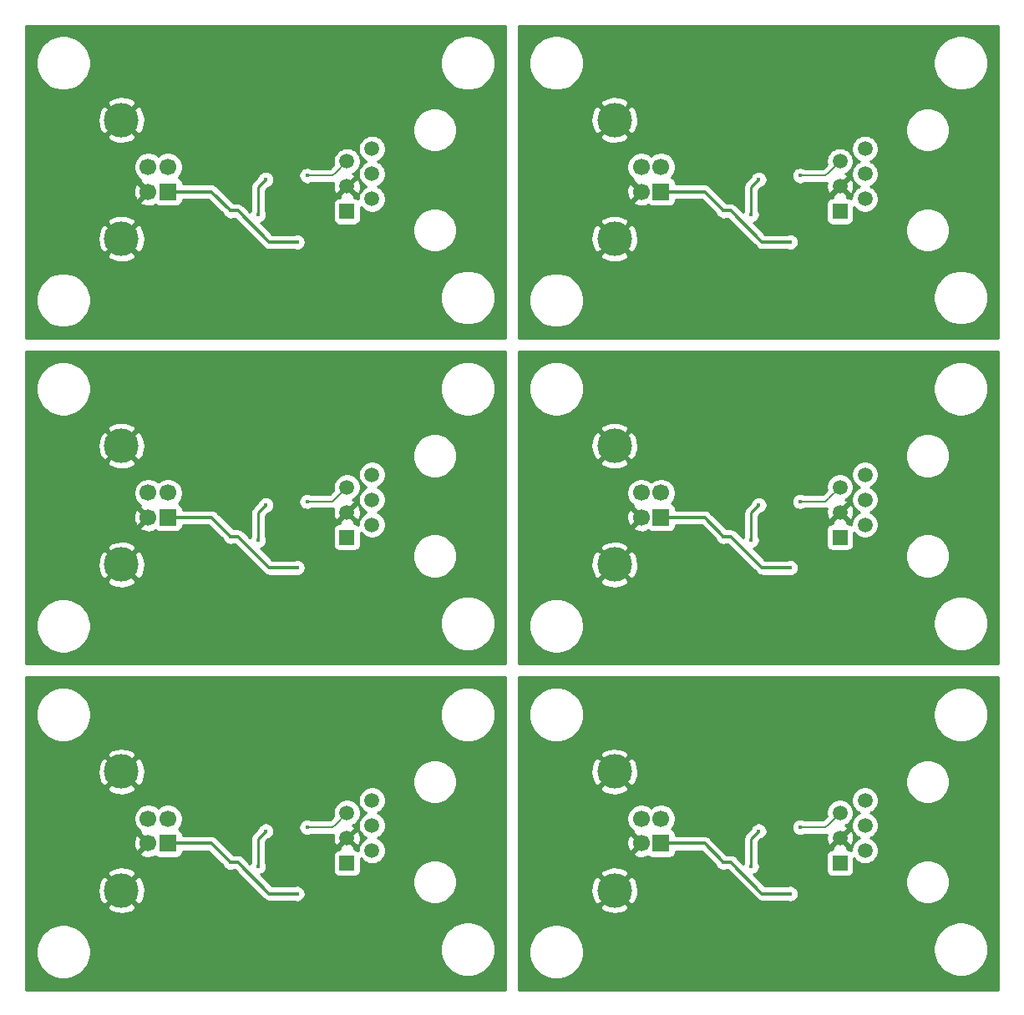
<source format=gbr>
G04 #@! TF.GenerationSoftware,KiCad,Pcbnew,5.1.3-ffb9f22~84~ubuntu16.04.1*
G04 #@! TF.CreationDate,2019-08-12T11:52:22-04:00*
G04 #@! TF.ProjectId,usb-serial-interface_panelized,7573622d-7365-4726-9961-6c2d696e7465,rev?*
G04 #@! TF.SameCoordinates,Original*
G04 #@! TF.FileFunction,Copper,L2,Bot*
G04 #@! TF.FilePolarity,Positive*
%FSLAX46Y46*%
G04 Gerber Fmt 4.6, Leading zero omitted, Abs format (unit mm)*
G04 Created by KiCad (PCBNEW 5.1.3-ffb9f22~84~ubuntu16.04.1) date 2019-08-12 11:52:22*
%MOMM*%
%LPD*%
G04 APERTURE LIST*
%ADD10C,1.520000*%
%ADD11R,1.520000X1.520000*%
%ADD12R,1.700000X1.700000*%
%ADD13C,1.700000*%
%ADD14C,3.500000*%
%ADD15C,0.450000*%
%ADD16C,0.304800*%
%ADD17C,0.203200*%
%ADD18C,0.254000*%
G04 APERTURE END LIST*
D10*
X165140002Y-143385004D03*
X162600002Y-144655004D03*
X165140002Y-145925004D03*
X162600002Y-147195004D03*
X165140002Y-148465004D03*
D11*
X162600002Y-149735004D03*
D10*
X165140002Y-110335002D03*
X162600002Y-111605002D03*
X165140002Y-112875002D03*
X162600002Y-114145002D03*
X165140002Y-115415002D03*
D11*
X162600002Y-116685002D03*
D10*
X165140002Y-77285000D03*
X162600002Y-78555000D03*
X165140002Y-79825000D03*
X162600002Y-81095000D03*
X165140002Y-82365000D03*
D11*
X162600002Y-83635000D03*
D10*
X115165000Y-143385004D03*
X112625000Y-144655004D03*
X115165000Y-145925004D03*
X112625000Y-147195004D03*
X115165000Y-148465004D03*
D11*
X112625000Y-149735004D03*
D10*
X115165000Y-110335002D03*
X112625000Y-111605002D03*
X115165000Y-112875002D03*
X112625000Y-114145002D03*
X115165000Y-115415002D03*
D11*
X112625000Y-116685002D03*
D12*
X144463002Y-147735004D03*
D13*
X144463002Y-145235004D03*
X142463002Y-145235004D03*
X142463002Y-147735004D03*
D14*
X139753002Y-152505004D03*
X139753002Y-140465004D03*
D12*
X144463002Y-114685002D03*
D13*
X144463002Y-112185002D03*
X142463002Y-112185002D03*
X142463002Y-114685002D03*
D14*
X139753002Y-119455002D03*
X139753002Y-107415002D03*
D12*
X144463002Y-81635000D03*
D13*
X144463002Y-79135000D03*
X142463002Y-79135000D03*
X142463002Y-81635000D03*
D14*
X139753002Y-86405000D03*
X139753002Y-74365000D03*
D12*
X94488000Y-147735004D03*
D13*
X94488000Y-145235004D03*
X92488000Y-145235004D03*
X92488000Y-147735004D03*
D14*
X89778000Y-152505004D03*
X89778000Y-140465004D03*
D12*
X94488000Y-114685002D03*
D13*
X94488000Y-112185002D03*
X92488000Y-112185002D03*
X92488000Y-114685002D03*
D14*
X89778000Y-119455002D03*
X89778000Y-107415002D03*
X89778000Y-74365000D03*
X89778000Y-86405000D03*
D13*
X92488000Y-81635000D03*
X92488000Y-79135000D03*
X94488000Y-79135000D03*
D12*
X94488000Y-81635000D03*
D11*
X112625000Y-83635000D03*
D10*
X115165000Y-82365000D03*
X112625000Y-81095000D03*
X115165000Y-79825000D03*
X112625000Y-78555000D03*
X115165000Y-77285000D03*
D15*
X100076000Y-86106000D03*
X88900000Y-66040000D03*
X120650000Y-66040000D03*
X105410000Y-66040000D03*
X90375000Y-96135000D03*
X105375000Y-96135000D03*
X118745000Y-96135000D03*
X128270000Y-81280000D03*
X81915000Y-81915000D03*
X102235000Y-78740000D03*
X106680000Y-83185000D03*
X97028000Y-85217000D03*
X100076000Y-119156002D03*
X100076000Y-152206004D03*
X150051002Y-86106000D03*
X150051002Y-119156002D03*
X150051002Y-152206004D03*
X88900000Y-99090002D03*
X88900000Y-132140004D03*
X138875002Y-66040000D03*
X138875002Y-99090002D03*
X138875002Y-132140004D03*
X120650000Y-99090002D03*
X120650000Y-132140004D03*
X170625002Y-66040000D03*
X170625002Y-99090002D03*
X170625002Y-132140004D03*
X105410000Y-99090002D03*
X105410000Y-132140004D03*
X155385002Y-66040000D03*
X155385002Y-99090002D03*
X155385002Y-132140004D03*
X90375000Y-129185002D03*
X90375000Y-162235004D03*
X140350002Y-96135000D03*
X140350002Y-129185002D03*
X140350002Y-162235004D03*
X105375000Y-129185002D03*
X105375000Y-162235004D03*
X155350002Y-96135000D03*
X155350002Y-129185002D03*
X155350002Y-162235004D03*
X118745000Y-129185002D03*
X118745000Y-162235004D03*
X168720002Y-96135000D03*
X168720002Y-129185002D03*
X168720002Y-162235004D03*
X128270000Y-114330002D03*
X128270000Y-147380004D03*
X178245002Y-81280000D03*
X178245002Y-114330002D03*
X178245002Y-147380004D03*
X81915000Y-114965002D03*
X81915000Y-148015004D03*
X131890002Y-81915000D03*
X131890002Y-114965002D03*
X131890002Y-148015004D03*
X102235000Y-111790002D03*
X102235000Y-144840004D03*
X152210002Y-78740000D03*
X152210002Y-111790002D03*
X152210002Y-144840004D03*
X106680000Y-116235002D03*
X106680000Y-149285004D03*
X156655002Y-83185000D03*
X156655002Y-116235002D03*
X156655002Y-149285004D03*
X97028000Y-118267002D03*
X97028000Y-151317004D03*
X147003002Y-85217000D03*
X147003002Y-118267002D03*
X147003002Y-151317004D03*
X107569000Y-86741000D03*
X100838000Y-83566000D03*
X107569000Y-119791002D03*
X107569000Y-152841004D03*
X157544002Y-86741000D03*
X157544002Y-119791002D03*
X157544002Y-152841004D03*
X100838000Y-116616002D03*
X100838000Y-149666004D03*
X150813002Y-83566000D03*
X150813002Y-116616002D03*
X150813002Y-149666004D03*
X108585000Y-80010000D03*
X108585000Y-113060002D03*
X108585000Y-146110004D03*
X158560002Y-80010000D03*
X158560002Y-113060002D03*
X158560002Y-146110004D03*
X103634169Y-83961610D03*
X104394000Y-80391000D03*
X103634169Y-117011612D03*
X103634169Y-150061614D03*
X153609171Y-83961610D03*
X153609171Y-117011612D03*
X153609171Y-150061614D03*
X104394000Y-113441002D03*
X104394000Y-146491004D03*
X154369002Y-80391000D03*
X154369002Y-113441002D03*
X154369002Y-146491004D03*
D16*
X101565554Y-83566000D02*
X104740554Y-86741000D01*
X104740554Y-86741000D02*
X107569000Y-86741000D01*
X107569000Y-86741000D02*
X107569000Y-86741000D01*
X100838000Y-83566000D02*
X101565554Y-83566000D01*
X98907000Y-81635000D02*
X100838000Y-83566000D01*
X94488000Y-81635000D02*
X98907000Y-81635000D01*
X101565554Y-116616002D02*
X104740554Y-119791002D01*
X101565554Y-149666004D02*
X104740554Y-152841004D01*
X151540556Y-83566000D02*
X154715556Y-86741000D01*
X151540556Y-116616002D02*
X154715556Y-119791002D01*
X151540556Y-149666004D02*
X154715556Y-152841004D01*
X104740554Y-119791002D02*
X107569000Y-119791002D01*
X104740554Y-152841004D02*
X107569000Y-152841004D01*
X154715556Y-86741000D02*
X157544002Y-86741000D01*
X154715556Y-119791002D02*
X157544002Y-119791002D01*
X154715556Y-152841004D02*
X157544002Y-152841004D01*
X107569000Y-119791002D02*
X107569000Y-119791002D01*
X107569000Y-152841004D02*
X107569000Y-152841004D01*
X157544002Y-86741000D02*
X157544002Y-86741000D01*
X157544002Y-119791002D02*
X157544002Y-119791002D01*
X157544002Y-152841004D02*
X157544002Y-152841004D01*
X100838000Y-116616002D02*
X101565554Y-116616002D01*
X100838000Y-149666004D02*
X101565554Y-149666004D01*
X150813002Y-83566000D02*
X151540556Y-83566000D01*
X150813002Y-116616002D02*
X151540556Y-116616002D01*
X150813002Y-149666004D02*
X151540556Y-149666004D01*
X98907000Y-114685002D02*
X100838000Y-116616002D01*
X98907000Y-147735004D02*
X100838000Y-149666004D01*
X148882002Y-81635000D02*
X150813002Y-83566000D01*
X148882002Y-114685002D02*
X150813002Y-116616002D01*
X148882002Y-147735004D02*
X150813002Y-149666004D01*
X94488000Y-114685002D02*
X98907000Y-114685002D01*
X94488000Y-147735004D02*
X98907000Y-147735004D01*
X144463002Y-81635000D02*
X148882002Y-81635000D01*
X144463002Y-114685002D02*
X148882002Y-114685002D01*
X144463002Y-147735004D02*
X148882002Y-147735004D01*
D17*
X111470000Y-79710000D02*
X112625000Y-78555000D01*
X111170000Y-80010000D02*
X111470000Y-79710000D01*
X108585000Y-80010000D02*
X111170000Y-80010000D01*
X111470000Y-112760002D02*
X112625000Y-111605002D01*
X111470000Y-145810004D02*
X112625000Y-144655004D01*
X161445002Y-79710000D02*
X162600002Y-78555000D01*
X161445002Y-112760002D02*
X162600002Y-111605002D01*
X161445002Y-145810004D02*
X162600002Y-144655004D01*
X111170000Y-113060002D02*
X111470000Y-112760002D01*
X111170000Y-146110004D02*
X111470000Y-145810004D01*
X161145002Y-80010000D02*
X161445002Y-79710000D01*
X161145002Y-113060002D02*
X161445002Y-112760002D01*
X161145002Y-146110004D02*
X161445002Y-145810004D01*
X108585000Y-113060002D02*
X111170000Y-113060002D01*
X108585000Y-146110004D02*
X111170000Y-146110004D01*
X158560002Y-80010000D02*
X161145002Y-80010000D01*
X158560002Y-113060002D02*
X161145002Y-113060002D01*
X158560002Y-146110004D02*
X161145002Y-146110004D01*
D18*
X104394000Y-80391000D02*
X103634169Y-81150831D01*
X103634169Y-83643412D02*
X103634169Y-83961610D01*
X103634169Y-81150831D02*
X103634169Y-83643412D01*
X104394000Y-113441002D02*
X103634169Y-114200833D01*
X104394000Y-146491004D02*
X103634169Y-147250835D01*
X154369002Y-80391000D02*
X153609171Y-81150831D01*
X154369002Y-113441002D02*
X153609171Y-114200833D01*
X154369002Y-146491004D02*
X153609171Y-147250835D01*
X103634169Y-116693414D02*
X103634169Y-117011612D01*
X103634169Y-149743416D02*
X103634169Y-150061614D01*
X153609171Y-83643412D02*
X153609171Y-83961610D01*
X153609171Y-116693414D02*
X153609171Y-117011612D01*
X153609171Y-149743416D02*
X153609171Y-150061614D01*
X103634169Y-114200833D02*
X103634169Y-116693414D01*
X103634169Y-147250835D02*
X103634169Y-149743416D01*
X153609171Y-81150831D02*
X153609171Y-83643412D01*
X153609171Y-114200833D02*
X153609171Y-116693414D01*
X153609171Y-147250835D02*
X153609171Y-149743416D01*
G36*
X128665001Y-96475000D02*
G01*
X80060000Y-96475000D01*
X80060000Y-92360701D01*
X81090000Y-92360701D01*
X81090000Y-92909299D01*
X81197026Y-93447354D01*
X81406965Y-93954192D01*
X81711750Y-94410334D01*
X82099666Y-94798250D01*
X82555808Y-95103035D01*
X83062646Y-95312974D01*
X83600701Y-95420000D01*
X84149299Y-95420000D01*
X84687354Y-95312974D01*
X85194192Y-95103035D01*
X85650334Y-94798250D01*
X86038250Y-94410334D01*
X86343035Y-93954192D01*
X86552974Y-93447354D01*
X86660000Y-92909299D01*
X86660000Y-92360701D01*
X86610272Y-92110701D01*
X122090000Y-92110701D01*
X122090000Y-92659299D01*
X122197026Y-93197354D01*
X122406965Y-93704192D01*
X122711750Y-94160334D01*
X123099666Y-94548250D01*
X123555808Y-94853035D01*
X124062646Y-95062974D01*
X124600701Y-95170000D01*
X125149299Y-95170000D01*
X125687354Y-95062974D01*
X126194192Y-94853035D01*
X126650334Y-94548250D01*
X127038250Y-94160334D01*
X127343035Y-93704192D01*
X127552974Y-93197354D01*
X127660000Y-92659299D01*
X127660000Y-92110701D01*
X127552974Y-91572646D01*
X127343035Y-91065808D01*
X127038250Y-90609666D01*
X126650334Y-90221750D01*
X126194192Y-89916965D01*
X125687354Y-89707026D01*
X125149299Y-89600000D01*
X124600701Y-89600000D01*
X124062646Y-89707026D01*
X123555808Y-89916965D01*
X123099666Y-90221750D01*
X122711750Y-90609666D01*
X122406965Y-91065808D01*
X122197026Y-91572646D01*
X122090000Y-92110701D01*
X86610272Y-92110701D01*
X86552974Y-91822646D01*
X86343035Y-91315808D01*
X86038250Y-90859666D01*
X85650334Y-90471750D01*
X85194192Y-90166965D01*
X84687354Y-89957026D01*
X84149299Y-89850000D01*
X83600701Y-89850000D01*
X83062646Y-89957026D01*
X82555808Y-90166965D01*
X82099666Y-90471750D01*
X81711750Y-90859666D01*
X81406965Y-91315808D01*
X81197026Y-91822646D01*
X81090000Y-92360701D01*
X80060000Y-92360701D01*
X80060000Y-88074609D01*
X88287997Y-88074609D01*
X88474073Y-88415766D01*
X88891409Y-88631513D01*
X89342815Y-88761696D01*
X89810946Y-88801313D01*
X90277811Y-88748842D01*
X90725468Y-88606297D01*
X91081927Y-88415766D01*
X91268003Y-88074609D01*
X89778000Y-86584605D01*
X88287997Y-88074609D01*
X80060000Y-88074609D01*
X80060000Y-86437946D01*
X87381687Y-86437946D01*
X87434158Y-86904811D01*
X87576703Y-87352468D01*
X87767234Y-87708927D01*
X88108391Y-87895003D01*
X89598395Y-86405000D01*
X89957605Y-86405000D01*
X91447609Y-87895003D01*
X91788766Y-87708927D01*
X92004513Y-87291591D01*
X92134696Y-86840185D01*
X92174313Y-86372054D01*
X92121842Y-85905189D01*
X91979297Y-85457532D01*
X91788766Y-85101073D01*
X91447609Y-84914997D01*
X89957605Y-86405000D01*
X89598395Y-86405000D01*
X88108391Y-84914997D01*
X87767234Y-85101073D01*
X87551487Y-85518409D01*
X87421304Y-85969815D01*
X87381687Y-86437946D01*
X80060000Y-86437946D01*
X80060000Y-84735391D01*
X88287997Y-84735391D01*
X89778000Y-86225395D01*
X91268003Y-84735391D01*
X91081927Y-84394234D01*
X90664591Y-84178487D01*
X90213185Y-84048304D01*
X89745054Y-84008687D01*
X89278189Y-84061158D01*
X88830532Y-84203703D01*
X88474073Y-84394234D01*
X88287997Y-84735391D01*
X80060000Y-84735391D01*
X80060000Y-81703531D01*
X90997389Y-81703531D01*
X91039401Y-81993019D01*
X91137081Y-82268747D01*
X91210528Y-82406157D01*
X91459603Y-82483792D01*
X92308395Y-81635000D01*
X91459603Y-80786208D01*
X91210528Y-80863843D01*
X91084629Y-81127883D01*
X91012661Y-81411411D01*
X90997389Y-81703531D01*
X80060000Y-81703531D01*
X80060000Y-78988740D01*
X91003000Y-78988740D01*
X91003000Y-79281260D01*
X91060068Y-79568158D01*
X91172010Y-79838411D01*
X91334525Y-80081632D01*
X91541368Y-80288475D01*
X91704410Y-80397416D01*
X91639208Y-80606603D01*
X92488000Y-81455395D01*
X92502143Y-81441253D01*
X92681748Y-81620858D01*
X92667605Y-81635000D01*
X92681748Y-81649143D01*
X92502143Y-81828748D01*
X92488000Y-81814605D01*
X91639208Y-82663397D01*
X91716843Y-82912472D01*
X91980883Y-83038371D01*
X92264411Y-83110339D01*
X92556531Y-83125611D01*
X92846019Y-83083599D01*
X93121747Y-82985919D01*
X93197850Y-82945241D01*
X93283506Y-83015537D01*
X93393820Y-83074502D01*
X93513518Y-83110812D01*
X93638000Y-83123072D01*
X95338000Y-83123072D01*
X95462482Y-83110812D01*
X95582180Y-83074502D01*
X95692494Y-83015537D01*
X95789185Y-82936185D01*
X95868537Y-82839494D01*
X95927502Y-82729180D01*
X95963812Y-82609482D01*
X95976072Y-82485000D01*
X95976072Y-82422400D01*
X98580850Y-82422400D01*
X100036327Y-83877878D01*
X100075878Y-83973363D01*
X100169995Y-84114218D01*
X100289782Y-84234005D01*
X100430637Y-84328122D01*
X100587147Y-84392951D01*
X100753297Y-84426000D01*
X100922703Y-84426000D01*
X101088853Y-84392951D01*
X101184337Y-84353400D01*
X101239404Y-84353400D01*
X104156431Y-87270428D01*
X104181085Y-87300469D01*
X104300982Y-87398866D01*
X104437771Y-87471982D01*
X104586197Y-87517006D01*
X104701881Y-87528400D01*
X104701890Y-87528400D01*
X104740553Y-87532208D01*
X104779216Y-87528400D01*
X107222663Y-87528400D01*
X107318147Y-87567951D01*
X107484297Y-87601000D01*
X107653703Y-87601000D01*
X107819853Y-87567951D01*
X107976363Y-87503122D01*
X108117218Y-87409005D01*
X108237005Y-87289218D01*
X108331122Y-87148363D01*
X108395951Y-86991853D01*
X108429000Y-86825703D01*
X108429000Y-86656297D01*
X108395951Y-86490147D01*
X108331122Y-86333637D01*
X108237005Y-86192782D01*
X108117218Y-86072995D01*
X107976363Y-85978878D01*
X107819853Y-85914049D01*
X107653703Y-85881000D01*
X107484297Y-85881000D01*
X107318147Y-85914049D01*
X107222663Y-85953600D01*
X105066705Y-85953600D01*
X104435514Y-85322409D01*
X119255000Y-85322409D01*
X119255000Y-85767591D01*
X119341851Y-86204218D01*
X119512214Y-86615511D01*
X119759544Y-86985666D01*
X120074334Y-87300456D01*
X120444489Y-87547786D01*
X120855782Y-87718149D01*
X121292409Y-87805000D01*
X121737591Y-87805000D01*
X122174218Y-87718149D01*
X122585511Y-87547786D01*
X122955666Y-87300456D01*
X123270456Y-86985666D01*
X123517786Y-86615511D01*
X123688149Y-86204218D01*
X123775000Y-85767591D01*
X123775000Y-85322409D01*
X123688149Y-84885782D01*
X123517786Y-84474489D01*
X123270456Y-84104334D01*
X122955666Y-83789544D01*
X122585511Y-83542214D01*
X122174218Y-83371851D01*
X121737591Y-83285000D01*
X121292409Y-83285000D01*
X120855782Y-83371851D01*
X120444489Y-83542214D01*
X120074334Y-83789544D01*
X119759544Y-84104334D01*
X119512214Y-84474489D01*
X119341851Y-84885782D01*
X119255000Y-85322409D01*
X104435514Y-85322409D01*
X103896791Y-84783686D01*
X104041532Y-84723732D01*
X104182387Y-84629615D01*
X104302174Y-84509828D01*
X104396291Y-84368973D01*
X104461120Y-84212463D01*
X104494169Y-84046313D01*
X104494169Y-83876907D01*
X104461120Y-83710757D01*
X104396291Y-83554247D01*
X104396169Y-83554064D01*
X104396169Y-82875000D01*
X111226928Y-82875000D01*
X111226928Y-84395000D01*
X111239188Y-84519482D01*
X111275498Y-84639180D01*
X111334463Y-84749494D01*
X111413815Y-84846185D01*
X111510506Y-84925537D01*
X111620820Y-84984502D01*
X111740518Y-85020812D01*
X111865000Y-85033072D01*
X113385000Y-85033072D01*
X113509482Y-85020812D01*
X113629180Y-84984502D01*
X113739494Y-84925537D01*
X113836185Y-84846185D01*
X113915537Y-84749494D01*
X113974502Y-84639180D01*
X114010812Y-84519482D01*
X114023072Y-84395000D01*
X114023072Y-83166918D01*
X114081433Y-83254261D01*
X114275739Y-83448567D01*
X114504220Y-83601233D01*
X114758093Y-83706391D01*
X115027604Y-83760000D01*
X115302396Y-83760000D01*
X115571907Y-83706391D01*
X115825780Y-83601233D01*
X116054261Y-83448567D01*
X116248567Y-83254261D01*
X116401233Y-83025780D01*
X116506391Y-82771907D01*
X116560000Y-82502396D01*
X116560000Y-82227604D01*
X116506391Y-81958093D01*
X116401233Y-81704220D01*
X116248567Y-81475739D01*
X116054261Y-81281433D01*
X115825780Y-81128767D01*
X115744260Y-81095000D01*
X115825780Y-81061233D01*
X116054261Y-80908567D01*
X116248567Y-80714261D01*
X116401233Y-80485780D01*
X116506391Y-80231907D01*
X116560000Y-79962396D01*
X116560000Y-79687604D01*
X116506391Y-79418093D01*
X116401233Y-79164220D01*
X116248567Y-78935739D01*
X116054261Y-78741433D01*
X115825780Y-78588767D01*
X115744260Y-78555000D01*
X115825780Y-78521233D01*
X116054261Y-78368567D01*
X116248567Y-78174261D01*
X116401233Y-77945780D01*
X116506391Y-77691907D01*
X116560000Y-77422396D01*
X116560000Y-77147604D01*
X116506391Y-76878093D01*
X116401233Y-76624220D01*
X116248567Y-76395739D01*
X116054261Y-76201433D01*
X115825780Y-76048767D01*
X115571907Y-75943609D01*
X115302396Y-75890000D01*
X115027604Y-75890000D01*
X114758093Y-75943609D01*
X114504220Y-76048767D01*
X114275739Y-76201433D01*
X114081433Y-76395739D01*
X113928767Y-76624220D01*
X113823609Y-76878093D01*
X113770000Y-77147604D01*
X113770000Y-77422396D01*
X113823609Y-77691907D01*
X113928767Y-77945780D01*
X114081433Y-78174261D01*
X114275739Y-78368567D01*
X114504220Y-78521233D01*
X114585740Y-78555000D01*
X114504220Y-78588767D01*
X114275739Y-78741433D01*
X114081433Y-78935739D01*
X113928767Y-79164220D01*
X113823609Y-79418093D01*
X113770000Y-79687604D01*
X113770000Y-79962396D01*
X113823609Y-80231907D01*
X113928767Y-80485780D01*
X114081433Y-80714261D01*
X114275739Y-80908567D01*
X114504220Y-81061233D01*
X114585740Y-81095000D01*
X114504220Y-81128767D01*
X114275739Y-81281433D01*
X114081433Y-81475739D01*
X113928767Y-81704220D01*
X113823609Y-81958093D01*
X113770000Y-82227604D01*
X113770000Y-82369499D01*
X113739494Y-82344463D01*
X113629180Y-82285498D01*
X113509482Y-82249188D01*
X113385000Y-82236928D01*
X113360069Y-82236928D01*
X113409531Y-82059137D01*
X112625000Y-81274605D01*
X111840469Y-82059137D01*
X111889931Y-82236928D01*
X111865000Y-82236928D01*
X111740518Y-82249188D01*
X111620820Y-82285498D01*
X111510506Y-82344463D01*
X111413815Y-82423815D01*
X111334463Y-82520506D01*
X111275498Y-82630820D01*
X111239188Y-82750518D01*
X111226928Y-82875000D01*
X104396169Y-82875000D01*
X104396169Y-81466461D01*
X104644637Y-81217994D01*
X104644853Y-81217951D01*
X104801363Y-81153122D01*
X104942218Y-81059005D01*
X105062005Y-80939218D01*
X105156122Y-80798363D01*
X105220951Y-80641853D01*
X105254000Y-80475703D01*
X105254000Y-80306297D01*
X105220951Y-80140147D01*
X105156122Y-79983637D01*
X105117141Y-79925297D01*
X107725000Y-79925297D01*
X107725000Y-80094703D01*
X107758049Y-80260853D01*
X107822878Y-80417363D01*
X107916995Y-80558218D01*
X108036782Y-80678005D01*
X108177637Y-80772122D01*
X108334147Y-80836951D01*
X108500297Y-80870000D01*
X108669703Y-80870000D01*
X108835853Y-80836951D01*
X108992363Y-80772122D01*
X109030559Y-80746600D01*
X111133817Y-80746600D01*
X111170000Y-80750164D01*
X111206183Y-80746600D01*
X111206186Y-80746600D01*
X111275845Y-80739739D01*
X111237939Y-80892606D01*
X111225105Y-81167097D01*
X111266069Y-81438817D01*
X111359256Y-81697326D01*
X111420975Y-81812794D01*
X111660863Y-81879531D01*
X112445395Y-81095000D01*
X112804605Y-81095000D01*
X113589137Y-81879531D01*
X113829025Y-81812794D01*
X113945924Y-81564108D01*
X114012061Y-81297394D01*
X114024895Y-81022903D01*
X113983931Y-80751183D01*
X113890744Y-80492674D01*
X113829025Y-80377206D01*
X113589137Y-80310469D01*
X112804605Y-81095000D01*
X112445395Y-81095000D01*
X112431253Y-81080858D01*
X112610858Y-80901253D01*
X112625000Y-80915395D01*
X113409531Y-80130863D01*
X113342794Y-79890975D01*
X113203293Y-79825400D01*
X113285780Y-79791233D01*
X113514261Y-79638567D01*
X113708567Y-79444261D01*
X113861233Y-79215780D01*
X113966391Y-78961907D01*
X114020000Y-78692396D01*
X114020000Y-78417604D01*
X113966391Y-78148093D01*
X113861233Y-77894220D01*
X113708567Y-77665739D01*
X113514261Y-77471433D01*
X113285780Y-77318767D01*
X113031907Y-77213609D01*
X112762396Y-77160000D01*
X112487604Y-77160000D01*
X112218093Y-77213609D01*
X111964220Y-77318767D01*
X111735739Y-77471433D01*
X111541433Y-77665739D01*
X111388767Y-77894220D01*
X111283609Y-78148093D01*
X111230000Y-78417604D01*
X111230000Y-78692396D01*
X111265819Y-78872472D01*
X110864891Y-79273400D01*
X109030559Y-79273400D01*
X108992363Y-79247878D01*
X108835853Y-79183049D01*
X108669703Y-79150000D01*
X108500297Y-79150000D01*
X108334147Y-79183049D01*
X108177637Y-79247878D01*
X108036782Y-79341995D01*
X107916995Y-79461782D01*
X107822878Y-79602637D01*
X107758049Y-79759147D01*
X107725000Y-79925297D01*
X105117141Y-79925297D01*
X105062005Y-79842782D01*
X104942218Y-79722995D01*
X104801363Y-79628878D01*
X104644853Y-79564049D01*
X104478703Y-79531000D01*
X104309297Y-79531000D01*
X104143147Y-79564049D01*
X103986637Y-79628878D01*
X103845782Y-79722995D01*
X103725995Y-79842782D01*
X103631878Y-79983637D01*
X103567049Y-80140147D01*
X103567006Y-80140363D01*
X103121822Y-80585547D01*
X103092747Y-80609409D01*
X103037152Y-80677153D01*
X102997524Y-80725439D01*
X102965043Y-80786208D01*
X102926767Y-80857817D01*
X102883195Y-81001454D01*
X102873982Y-81095000D01*
X102868483Y-81150831D01*
X102872169Y-81188254D01*
X102872170Y-83554063D01*
X102872047Y-83554247D01*
X102812093Y-83698988D01*
X102149682Y-83036578D01*
X102125023Y-83006531D01*
X102005126Y-82908134D01*
X101868337Y-82835018D01*
X101719911Y-82789994D01*
X101604227Y-82778600D01*
X101604217Y-82778600D01*
X101565554Y-82774792D01*
X101526891Y-82778600D01*
X101184337Y-82778600D01*
X101149878Y-82764327D01*
X99491127Y-81105577D01*
X99466469Y-81075531D01*
X99346572Y-80977134D01*
X99209783Y-80904018D01*
X99061357Y-80858994D01*
X98945673Y-80847600D01*
X98945663Y-80847600D01*
X98907000Y-80843792D01*
X98868337Y-80847600D01*
X95976072Y-80847600D01*
X95976072Y-80785000D01*
X95963812Y-80660518D01*
X95927502Y-80540820D01*
X95868537Y-80430506D01*
X95789185Y-80333815D01*
X95692494Y-80254463D01*
X95582180Y-80195498D01*
X95540310Y-80182797D01*
X95641475Y-80081632D01*
X95803990Y-79838411D01*
X95915932Y-79568158D01*
X95973000Y-79281260D01*
X95973000Y-78988740D01*
X95915932Y-78701842D01*
X95803990Y-78431589D01*
X95641475Y-78188368D01*
X95434632Y-77981525D01*
X95191411Y-77819010D01*
X94921158Y-77707068D01*
X94634260Y-77650000D01*
X94341740Y-77650000D01*
X94054842Y-77707068D01*
X93784589Y-77819010D01*
X93541368Y-77981525D01*
X93488000Y-78034893D01*
X93434632Y-77981525D01*
X93191411Y-77819010D01*
X92921158Y-77707068D01*
X92634260Y-77650000D01*
X92341740Y-77650000D01*
X92054842Y-77707068D01*
X91784589Y-77819010D01*
X91541368Y-77981525D01*
X91334525Y-78188368D01*
X91172010Y-78431589D01*
X91060068Y-78701842D01*
X91003000Y-78988740D01*
X80060000Y-78988740D01*
X80060000Y-76034609D01*
X88287997Y-76034609D01*
X88474073Y-76375766D01*
X88891409Y-76591513D01*
X89342815Y-76721696D01*
X89810946Y-76761313D01*
X90277811Y-76708842D01*
X90725468Y-76566297D01*
X91081927Y-76375766D01*
X91268003Y-76034609D01*
X89778000Y-74544605D01*
X88287997Y-76034609D01*
X80060000Y-76034609D01*
X80060000Y-74397946D01*
X87381687Y-74397946D01*
X87434158Y-74864811D01*
X87576703Y-75312468D01*
X87767234Y-75668927D01*
X88108391Y-75855003D01*
X89598395Y-74365000D01*
X89957605Y-74365000D01*
X91447609Y-75855003D01*
X91788766Y-75668927D01*
X92004513Y-75251591D01*
X92030232Y-75162409D01*
X119255000Y-75162409D01*
X119255000Y-75607591D01*
X119341851Y-76044218D01*
X119512214Y-76455511D01*
X119759544Y-76825666D01*
X120074334Y-77140456D01*
X120444489Y-77387786D01*
X120855782Y-77558149D01*
X121292409Y-77645000D01*
X121737591Y-77645000D01*
X122174218Y-77558149D01*
X122585511Y-77387786D01*
X122955666Y-77140456D01*
X123270456Y-76825666D01*
X123517786Y-76455511D01*
X123688149Y-76044218D01*
X123775000Y-75607591D01*
X123775000Y-75162409D01*
X123688149Y-74725782D01*
X123517786Y-74314489D01*
X123270456Y-73944334D01*
X122955666Y-73629544D01*
X122585511Y-73382214D01*
X122174218Y-73211851D01*
X121737591Y-73125000D01*
X121292409Y-73125000D01*
X120855782Y-73211851D01*
X120444489Y-73382214D01*
X120074334Y-73629544D01*
X119759544Y-73944334D01*
X119512214Y-74314489D01*
X119341851Y-74725782D01*
X119255000Y-75162409D01*
X92030232Y-75162409D01*
X92134696Y-74800185D01*
X92174313Y-74332054D01*
X92121842Y-73865189D01*
X91979297Y-73417532D01*
X91788766Y-73061073D01*
X91447609Y-72874997D01*
X89957605Y-74365000D01*
X89598395Y-74365000D01*
X88108391Y-72874997D01*
X87767234Y-73061073D01*
X87551487Y-73478409D01*
X87421304Y-73929815D01*
X87381687Y-74397946D01*
X80060000Y-74397946D01*
X80060000Y-72695391D01*
X88287997Y-72695391D01*
X89778000Y-74185395D01*
X91268003Y-72695391D01*
X91081927Y-72354234D01*
X90664591Y-72138487D01*
X90213185Y-72008304D01*
X89745054Y-71968687D01*
X89278189Y-72021158D01*
X88830532Y-72163703D01*
X88474073Y-72354234D01*
X88287997Y-72695391D01*
X80060000Y-72695391D01*
X80060000Y-68305701D01*
X81090000Y-68305701D01*
X81090000Y-68854299D01*
X81197026Y-69392354D01*
X81406965Y-69899192D01*
X81711750Y-70355334D01*
X82099666Y-70743250D01*
X82555808Y-71048035D01*
X83062646Y-71257974D01*
X83600701Y-71365000D01*
X84149299Y-71365000D01*
X84687354Y-71257974D01*
X85194192Y-71048035D01*
X85650334Y-70743250D01*
X86038250Y-70355334D01*
X86343035Y-69899192D01*
X86552974Y-69392354D01*
X86660000Y-68854299D01*
X86660000Y-68305701D01*
X122090000Y-68305701D01*
X122090000Y-68854299D01*
X122197026Y-69392354D01*
X122406965Y-69899192D01*
X122711750Y-70355334D01*
X123099666Y-70743250D01*
X123555808Y-71048035D01*
X124062646Y-71257974D01*
X124600701Y-71365000D01*
X125149299Y-71365000D01*
X125687354Y-71257974D01*
X126194192Y-71048035D01*
X126650334Y-70743250D01*
X127038250Y-70355334D01*
X127343035Y-69899192D01*
X127552974Y-69392354D01*
X127660000Y-68854299D01*
X127660000Y-68305701D01*
X127552974Y-67767646D01*
X127343035Y-67260808D01*
X127038250Y-66804666D01*
X126650334Y-66416750D01*
X126194192Y-66111965D01*
X125687354Y-65902026D01*
X125149299Y-65795000D01*
X124600701Y-65795000D01*
X124062646Y-65902026D01*
X123555808Y-66111965D01*
X123099666Y-66416750D01*
X122711750Y-66804666D01*
X122406965Y-67260808D01*
X122197026Y-67767646D01*
X122090000Y-68305701D01*
X86660000Y-68305701D01*
X86552974Y-67767646D01*
X86343035Y-67260808D01*
X86038250Y-66804666D01*
X85650334Y-66416750D01*
X85194192Y-66111965D01*
X84687354Y-65902026D01*
X84149299Y-65795000D01*
X83600701Y-65795000D01*
X83062646Y-65902026D01*
X82555808Y-66111965D01*
X82099666Y-66416750D01*
X81711750Y-66804666D01*
X81406965Y-67260808D01*
X81197026Y-67767646D01*
X81090000Y-68305701D01*
X80060000Y-68305701D01*
X80060000Y-64795000D01*
X128665000Y-64795000D01*
X128665001Y-96475000D01*
X128665001Y-96475000D01*
G37*
X128665001Y-96475000D02*
X80060000Y-96475000D01*
X80060000Y-92360701D01*
X81090000Y-92360701D01*
X81090000Y-92909299D01*
X81197026Y-93447354D01*
X81406965Y-93954192D01*
X81711750Y-94410334D01*
X82099666Y-94798250D01*
X82555808Y-95103035D01*
X83062646Y-95312974D01*
X83600701Y-95420000D01*
X84149299Y-95420000D01*
X84687354Y-95312974D01*
X85194192Y-95103035D01*
X85650334Y-94798250D01*
X86038250Y-94410334D01*
X86343035Y-93954192D01*
X86552974Y-93447354D01*
X86660000Y-92909299D01*
X86660000Y-92360701D01*
X86610272Y-92110701D01*
X122090000Y-92110701D01*
X122090000Y-92659299D01*
X122197026Y-93197354D01*
X122406965Y-93704192D01*
X122711750Y-94160334D01*
X123099666Y-94548250D01*
X123555808Y-94853035D01*
X124062646Y-95062974D01*
X124600701Y-95170000D01*
X125149299Y-95170000D01*
X125687354Y-95062974D01*
X126194192Y-94853035D01*
X126650334Y-94548250D01*
X127038250Y-94160334D01*
X127343035Y-93704192D01*
X127552974Y-93197354D01*
X127660000Y-92659299D01*
X127660000Y-92110701D01*
X127552974Y-91572646D01*
X127343035Y-91065808D01*
X127038250Y-90609666D01*
X126650334Y-90221750D01*
X126194192Y-89916965D01*
X125687354Y-89707026D01*
X125149299Y-89600000D01*
X124600701Y-89600000D01*
X124062646Y-89707026D01*
X123555808Y-89916965D01*
X123099666Y-90221750D01*
X122711750Y-90609666D01*
X122406965Y-91065808D01*
X122197026Y-91572646D01*
X122090000Y-92110701D01*
X86610272Y-92110701D01*
X86552974Y-91822646D01*
X86343035Y-91315808D01*
X86038250Y-90859666D01*
X85650334Y-90471750D01*
X85194192Y-90166965D01*
X84687354Y-89957026D01*
X84149299Y-89850000D01*
X83600701Y-89850000D01*
X83062646Y-89957026D01*
X82555808Y-90166965D01*
X82099666Y-90471750D01*
X81711750Y-90859666D01*
X81406965Y-91315808D01*
X81197026Y-91822646D01*
X81090000Y-92360701D01*
X80060000Y-92360701D01*
X80060000Y-88074609D01*
X88287997Y-88074609D01*
X88474073Y-88415766D01*
X88891409Y-88631513D01*
X89342815Y-88761696D01*
X89810946Y-88801313D01*
X90277811Y-88748842D01*
X90725468Y-88606297D01*
X91081927Y-88415766D01*
X91268003Y-88074609D01*
X89778000Y-86584605D01*
X88287997Y-88074609D01*
X80060000Y-88074609D01*
X80060000Y-86437946D01*
X87381687Y-86437946D01*
X87434158Y-86904811D01*
X87576703Y-87352468D01*
X87767234Y-87708927D01*
X88108391Y-87895003D01*
X89598395Y-86405000D01*
X89957605Y-86405000D01*
X91447609Y-87895003D01*
X91788766Y-87708927D01*
X92004513Y-87291591D01*
X92134696Y-86840185D01*
X92174313Y-86372054D01*
X92121842Y-85905189D01*
X91979297Y-85457532D01*
X91788766Y-85101073D01*
X91447609Y-84914997D01*
X89957605Y-86405000D01*
X89598395Y-86405000D01*
X88108391Y-84914997D01*
X87767234Y-85101073D01*
X87551487Y-85518409D01*
X87421304Y-85969815D01*
X87381687Y-86437946D01*
X80060000Y-86437946D01*
X80060000Y-84735391D01*
X88287997Y-84735391D01*
X89778000Y-86225395D01*
X91268003Y-84735391D01*
X91081927Y-84394234D01*
X90664591Y-84178487D01*
X90213185Y-84048304D01*
X89745054Y-84008687D01*
X89278189Y-84061158D01*
X88830532Y-84203703D01*
X88474073Y-84394234D01*
X88287997Y-84735391D01*
X80060000Y-84735391D01*
X80060000Y-81703531D01*
X90997389Y-81703531D01*
X91039401Y-81993019D01*
X91137081Y-82268747D01*
X91210528Y-82406157D01*
X91459603Y-82483792D01*
X92308395Y-81635000D01*
X91459603Y-80786208D01*
X91210528Y-80863843D01*
X91084629Y-81127883D01*
X91012661Y-81411411D01*
X90997389Y-81703531D01*
X80060000Y-81703531D01*
X80060000Y-78988740D01*
X91003000Y-78988740D01*
X91003000Y-79281260D01*
X91060068Y-79568158D01*
X91172010Y-79838411D01*
X91334525Y-80081632D01*
X91541368Y-80288475D01*
X91704410Y-80397416D01*
X91639208Y-80606603D01*
X92488000Y-81455395D01*
X92502143Y-81441253D01*
X92681748Y-81620858D01*
X92667605Y-81635000D01*
X92681748Y-81649143D01*
X92502143Y-81828748D01*
X92488000Y-81814605D01*
X91639208Y-82663397D01*
X91716843Y-82912472D01*
X91980883Y-83038371D01*
X92264411Y-83110339D01*
X92556531Y-83125611D01*
X92846019Y-83083599D01*
X93121747Y-82985919D01*
X93197850Y-82945241D01*
X93283506Y-83015537D01*
X93393820Y-83074502D01*
X93513518Y-83110812D01*
X93638000Y-83123072D01*
X95338000Y-83123072D01*
X95462482Y-83110812D01*
X95582180Y-83074502D01*
X95692494Y-83015537D01*
X95789185Y-82936185D01*
X95868537Y-82839494D01*
X95927502Y-82729180D01*
X95963812Y-82609482D01*
X95976072Y-82485000D01*
X95976072Y-82422400D01*
X98580850Y-82422400D01*
X100036327Y-83877878D01*
X100075878Y-83973363D01*
X100169995Y-84114218D01*
X100289782Y-84234005D01*
X100430637Y-84328122D01*
X100587147Y-84392951D01*
X100753297Y-84426000D01*
X100922703Y-84426000D01*
X101088853Y-84392951D01*
X101184337Y-84353400D01*
X101239404Y-84353400D01*
X104156431Y-87270428D01*
X104181085Y-87300469D01*
X104300982Y-87398866D01*
X104437771Y-87471982D01*
X104586197Y-87517006D01*
X104701881Y-87528400D01*
X104701890Y-87528400D01*
X104740553Y-87532208D01*
X104779216Y-87528400D01*
X107222663Y-87528400D01*
X107318147Y-87567951D01*
X107484297Y-87601000D01*
X107653703Y-87601000D01*
X107819853Y-87567951D01*
X107976363Y-87503122D01*
X108117218Y-87409005D01*
X108237005Y-87289218D01*
X108331122Y-87148363D01*
X108395951Y-86991853D01*
X108429000Y-86825703D01*
X108429000Y-86656297D01*
X108395951Y-86490147D01*
X108331122Y-86333637D01*
X108237005Y-86192782D01*
X108117218Y-86072995D01*
X107976363Y-85978878D01*
X107819853Y-85914049D01*
X107653703Y-85881000D01*
X107484297Y-85881000D01*
X107318147Y-85914049D01*
X107222663Y-85953600D01*
X105066705Y-85953600D01*
X104435514Y-85322409D01*
X119255000Y-85322409D01*
X119255000Y-85767591D01*
X119341851Y-86204218D01*
X119512214Y-86615511D01*
X119759544Y-86985666D01*
X120074334Y-87300456D01*
X120444489Y-87547786D01*
X120855782Y-87718149D01*
X121292409Y-87805000D01*
X121737591Y-87805000D01*
X122174218Y-87718149D01*
X122585511Y-87547786D01*
X122955666Y-87300456D01*
X123270456Y-86985666D01*
X123517786Y-86615511D01*
X123688149Y-86204218D01*
X123775000Y-85767591D01*
X123775000Y-85322409D01*
X123688149Y-84885782D01*
X123517786Y-84474489D01*
X123270456Y-84104334D01*
X122955666Y-83789544D01*
X122585511Y-83542214D01*
X122174218Y-83371851D01*
X121737591Y-83285000D01*
X121292409Y-83285000D01*
X120855782Y-83371851D01*
X120444489Y-83542214D01*
X120074334Y-83789544D01*
X119759544Y-84104334D01*
X119512214Y-84474489D01*
X119341851Y-84885782D01*
X119255000Y-85322409D01*
X104435514Y-85322409D01*
X103896791Y-84783686D01*
X104041532Y-84723732D01*
X104182387Y-84629615D01*
X104302174Y-84509828D01*
X104396291Y-84368973D01*
X104461120Y-84212463D01*
X104494169Y-84046313D01*
X104494169Y-83876907D01*
X104461120Y-83710757D01*
X104396291Y-83554247D01*
X104396169Y-83554064D01*
X104396169Y-82875000D01*
X111226928Y-82875000D01*
X111226928Y-84395000D01*
X111239188Y-84519482D01*
X111275498Y-84639180D01*
X111334463Y-84749494D01*
X111413815Y-84846185D01*
X111510506Y-84925537D01*
X111620820Y-84984502D01*
X111740518Y-85020812D01*
X111865000Y-85033072D01*
X113385000Y-85033072D01*
X113509482Y-85020812D01*
X113629180Y-84984502D01*
X113739494Y-84925537D01*
X113836185Y-84846185D01*
X113915537Y-84749494D01*
X113974502Y-84639180D01*
X114010812Y-84519482D01*
X114023072Y-84395000D01*
X114023072Y-83166918D01*
X114081433Y-83254261D01*
X114275739Y-83448567D01*
X114504220Y-83601233D01*
X114758093Y-83706391D01*
X115027604Y-83760000D01*
X115302396Y-83760000D01*
X115571907Y-83706391D01*
X115825780Y-83601233D01*
X116054261Y-83448567D01*
X116248567Y-83254261D01*
X116401233Y-83025780D01*
X116506391Y-82771907D01*
X116560000Y-82502396D01*
X116560000Y-82227604D01*
X116506391Y-81958093D01*
X116401233Y-81704220D01*
X116248567Y-81475739D01*
X116054261Y-81281433D01*
X115825780Y-81128767D01*
X115744260Y-81095000D01*
X115825780Y-81061233D01*
X116054261Y-80908567D01*
X116248567Y-80714261D01*
X116401233Y-80485780D01*
X116506391Y-80231907D01*
X116560000Y-79962396D01*
X116560000Y-79687604D01*
X116506391Y-79418093D01*
X116401233Y-79164220D01*
X116248567Y-78935739D01*
X116054261Y-78741433D01*
X115825780Y-78588767D01*
X115744260Y-78555000D01*
X115825780Y-78521233D01*
X116054261Y-78368567D01*
X116248567Y-78174261D01*
X116401233Y-77945780D01*
X116506391Y-77691907D01*
X116560000Y-77422396D01*
X116560000Y-77147604D01*
X116506391Y-76878093D01*
X116401233Y-76624220D01*
X116248567Y-76395739D01*
X116054261Y-76201433D01*
X115825780Y-76048767D01*
X115571907Y-75943609D01*
X115302396Y-75890000D01*
X115027604Y-75890000D01*
X114758093Y-75943609D01*
X114504220Y-76048767D01*
X114275739Y-76201433D01*
X114081433Y-76395739D01*
X113928767Y-76624220D01*
X113823609Y-76878093D01*
X113770000Y-77147604D01*
X113770000Y-77422396D01*
X113823609Y-77691907D01*
X113928767Y-77945780D01*
X114081433Y-78174261D01*
X114275739Y-78368567D01*
X114504220Y-78521233D01*
X114585740Y-78555000D01*
X114504220Y-78588767D01*
X114275739Y-78741433D01*
X114081433Y-78935739D01*
X113928767Y-79164220D01*
X113823609Y-79418093D01*
X113770000Y-79687604D01*
X113770000Y-79962396D01*
X113823609Y-80231907D01*
X113928767Y-80485780D01*
X114081433Y-80714261D01*
X114275739Y-80908567D01*
X114504220Y-81061233D01*
X114585740Y-81095000D01*
X114504220Y-81128767D01*
X114275739Y-81281433D01*
X114081433Y-81475739D01*
X113928767Y-81704220D01*
X113823609Y-81958093D01*
X113770000Y-82227604D01*
X113770000Y-82369499D01*
X113739494Y-82344463D01*
X113629180Y-82285498D01*
X113509482Y-82249188D01*
X113385000Y-82236928D01*
X113360069Y-82236928D01*
X113409531Y-82059137D01*
X112625000Y-81274605D01*
X111840469Y-82059137D01*
X111889931Y-82236928D01*
X111865000Y-82236928D01*
X111740518Y-82249188D01*
X111620820Y-82285498D01*
X111510506Y-82344463D01*
X111413815Y-82423815D01*
X111334463Y-82520506D01*
X111275498Y-82630820D01*
X111239188Y-82750518D01*
X111226928Y-82875000D01*
X104396169Y-82875000D01*
X104396169Y-81466461D01*
X104644637Y-81217994D01*
X104644853Y-81217951D01*
X104801363Y-81153122D01*
X104942218Y-81059005D01*
X105062005Y-80939218D01*
X105156122Y-80798363D01*
X105220951Y-80641853D01*
X105254000Y-80475703D01*
X105254000Y-80306297D01*
X105220951Y-80140147D01*
X105156122Y-79983637D01*
X105117141Y-79925297D01*
X107725000Y-79925297D01*
X107725000Y-80094703D01*
X107758049Y-80260853D01*
X107822878Y-80417363D01*
X107916995Y-80558218D01*
X108036782Y-80678005D01*
X108177637Y-80772122D01*
X108334147Y-80836951D01*
X108500297Y-80870000D01*
X108669703Y-80870000D01*
X108835853Y-80836951D01*
X108992363Y-80772122D01*
X109030559Y-80746600D01*
X111133817Y-80746600D01*
X111170000Y-80750164D01*
X111206183Y-80746600D01*
X111206186Y-80746600D01*
X111275845Y-80739739D01*
X111237939Y-80892606D01*
X111225105Y-81167097D01*
X111266069Y-81438817D01*
X111359256Y-81697326D01*
X111420975Y-81812794D01*
X111660863Y-81879531D01*
X112445395Y-81095000D01*
X112804605Y-81095000D01*
X113589137Y-81879531D01*
X113829025Y-81812794D01*
X113945924Y-81564108D01*
X114012061Y-81297394D01*
X114024895Y-81022903D01*
X113983931Y-80751183D01*
X113890744Y-80492674D01*
X113829025Y-80377206D01*
X113589137Y-80310469D01*
X112804605Y-81095000D01*
X112445395Y-81095000D01*
X112431253Y-81080858D01*
X112610858Y-80901253D01*
X112625000Y-80915395D01*
X113409531Y-80130863D01*
X113342794Y-79890975D01*
X113203293Y-79825400D01*
X113285780Y-79791233D01*
X113514261Y-79638567D01*
X113708567Y-79444261D01*
X113861233Y-79215780D01*
X113966391Y-78961907D01*
X114020000Y-78692396D01*
X114020000Y-78417604D01*
X113966391Y-78148093D01*
X113861233Y-77894220D01*
X113708567Y-77665739D01*
X113514261Y-77471433D01*
X113285780Y-77318767D01*
X113031907Y-77213609D01*
X112762396Y-77160000D01*
X112487604Y-77160000D01*
X112218093Y-77213609D01*
X111964220Y-77318767D01*
X111735739Y-77471433D01*
X111541433Y-77665739D01*
X111388767Y-77894220D01*
X111283609Y-78148093D01*
X111230000Y-78417604D01*
X111230000Y-78692396D01*
X111265819Y-78872472D01*
X110864891Y-79273400D01*
X109030559Y-79273400D01*
X108992363Y-79247878D01*
X108835853Y-79183049D01*
X108669703Y-79150000D01*
X108500297Y-79150000D01*
X108334147Y-79183049D01*
X108177637Y-79247878D01*
X108036782Y-79341995D01*
X107916995Y-79461782D01*
X107822878Y-79602637D01*
X107758049Y-79759147D01*
X107725000Y-79925297D01*
X105117141Y-79925297D01*
X105062005Y-79842782D01*
X104942218Y-79722995D01*
X104801363Y-79628878D01*
X104644853Y-79564049D01*
X104478703Y-79531000D01*
X104309297Y-79531000D01*
X104143147Y-79564049D01*
X103986637Y-79628878D01*
X103845782Y-79722995D01*
X103725995Y-79842782D01*
X103631878Y-79983637D01*
X103567049Y-80140147D01*
X103567006Y-80140363D01*
X103121822Y-80585547D01*
X103092747Y-80609409D01*
X103037152Y-80677153D01*
X102997524Y-80725439D01*
X102965043Y-80786208D01*
X102926767Y-80857817D01*
X102883195Y-81001454D01*
X102873982Y-81095000D01*
X102868483Y-81150831D01*
X102872169Y-81188254D01*
X102872170Y-83554063D01*
X102872047Y-83554247D01*
X102812093Y-83698988D01*
X102149682Y-83036578D01*
X102125023Y-83006531D01*
X102005126Y-82908134D01*
X101868337Y-82835018D01*
X101719911Y-82789994D01*
X101604227Y-82778600D01*
X101604217Y-82778600D01*
X101565554Y-82774792D01*
X101526891Y-82778600D01*
X101184337Y-82778600D01*
X101149878Y-82764327D01*
X99491127Y-81105577D01*
X99466469Y-81075531D01*
X99346572Y-80977134D01*
X99209783Y-80904018D01*
X99061357Y-80858994D01*
X98945673Y-80847600D01*
X98945663Y-80847600D01*
X98907000Y-80843792D01*
X98868337Y-80847600D01*
X95976072Y-80847600D01*
X95976072Y-80785000D01*
X95963812Y-80660518D01*
X95927502Y-80540820D01*
X95868537Y-80430506D01*
X95789185Y-80333815D01*
X95692494Y-80254463D01*
X95582180Y-80195498D01*
X95540310Y-80182797D01*
X95641475Y-80081632D01*
X95803990Y-79838411D01*
X95915932Y-79568158D01*
X95973000Y-79281260D01*
X95973000Y-78988740D01*
X95915932Y-78701842D01*
X95803990Y-78431589D01*
X95641475Y-78188368D01*
X95434632Y-77981525D01*
X95191411Y-77819010D01*
X94921158Y-77707068D01*
X94634260Y-77650000D01*
X94341740Y-77650000D01*
X94054842Y-77707068D01*
X93784589Y-77819010D01*
X93541368Y-77981525D01*
X93488000Y-78034893D01*
X93434632Y-77981525D01*
X93191411Y-77819010D01*
X92921158Y-77707068D01*
X92634260Y-77650000D01*
X92341740Y-77650000D01*
X92054842Y-77707068D01*
X91784589Y-77819010D01*
X91541368Y-77981525D01*
X91334525Y-78188368D01*
X91172010Y-78431589D01*
X91060068Y-78701842D01*
X91003000Y-78988740D01*
X80060000Y-78988740D01*
X80060000Y-76034609D01*
X88287997Y-76034609D01*
X88474073Y-76375766D01*
X88891409Y-76591513D01*
X89342815Y-76721696D01*
X89810946Y-76761313D01*
X90277811Y-76708842D01*
X90725468Y-76566297D01*
X91081927Y-76375766D01*
X91268003Y-76034609D01*
X89778000Y-74544605D01*
X88287997Y-76034609D01*
X80060000Y-76034609D01*
X80060000Y-74397946D01*
X87381687Y-74397946D01*
X87434158Y-74864811D01*
X87576703Y-75312468D01*
X87767234Y-75668927D01*
X88108391Y-75855003D01*
X89598395Y-74365000D01*
X89957605Y-74365000D01*
X91447609Y-75855003D01*
X91788766Y-75668927D01*
X92004513Y-75251591D01*
X92030232Y-75162409D01*
X119255000Y-75162409D01*
X119255000Y-75607591D01*
X119341851Y-76044218D01*
X119512214Y-76455511D01*
X119759544Y-76825666D01*
X120074334Y-77140456D01*
X120444489Y-77387786D01*
X120855782Y-77558149D01*
X121292409Y-77645000D01*
X121737591Y-77645000D01*
X122174218Y-77558149D01*
X122585511Y-77387786D01*
X122955666Y-77140456D01*
X123270456Y-76825666D01*
X123517786Y-76455511D01*
X123688149Y-76044218D01*
X123775000Y-75607591D01*
X123775000Y-75162409D01*
X123688149Y-74725782D01*
X123517786Y-74314489D01*
X123270456Y-73944334D01*
X122955666Y-73629544D01*
X122585511Y-73382214D01*
X122174218Y-73211851D01*
X121737591Y-73125000D01*
X121292409Y-73125000D01*
X120855782Y-73211851D01*
X120444489Y-73382214D01*
X120074334Y-73629544D01*
X119759544Y-73944334D01*
X119512214Y-74314489D01*
X119341851Y-74725782D01*
X119255000Y-75162409D01*
X92030232Y-75162409D01*
X92134696Y-74800185D01*
X92174313Y-74332054D01*
X92121842Y-73865189D01*
X91979297Y-73417532D01*
X91788766Y-73061073D01*
X91447609Y-72874997D01*
X89957605Y-74365000D01*
X89598395Y-74365000D01*
X88108391Y-72874997D01*
X87767234Y-73061073D01*
X87551487Y-73478409D01*
X87421304Y-73929815D01*
X87381687Y-74397946D01*
X80060000Y-74397946D01*
X80060000Y-72695391D01*
X88287997Y-72695391D01*
X89778000Y-74185395D01*
X91268003Y-72695391D01*
X91081927Y-72354234D01*
X90664591Y-72138487D01*
X90213185Y-72008304D01*
X89745054Y-71968687D01*
X89278189Y-72021158D01*
X88830532Y-72163703D01*
X88474073Y-72354234D01*
X88287997Y-72695391D01*
X80060000Y-72695391D01*
X80060000Y-68305701D01*
X81090000Y-68305701D01*
X81090000Y-68854299D01*
X81197026Y-69392354D01*
X81406965Y-69899192D01*
X81711750Y-70355334D01*
X82099666Y-70743250D01*
X82555808Y-71048035D01*
X83062646Y-71257974D01*
X83600701Y-71365000D01*
X84149299Y-71365000D01*
X84687354Y-71257974D01*
X85194192Y-71048035D01*
X85650334Y-70743250D01*
X86038250Y-70355334D01*
X86343035Y-69899192D01*
X86552974Y-69392354D01*
X86660000Y-68854299D01*
X86660000Y-68305701D01*
X122090000Y-68305701D01*
X122090000Y-68854299D01*
X122197026Y-69392354D01*
X122406965Y-69899192D01*
X122711750Y-70355334D01*
X123099666Y-70743250D01*
X123555808Y-71048035D01*
X124062646Y-71257974D01*
X124600701Y-71365000D01*
X125149299Y-71365000D01*
X125687354Y-71257974D01*
X126194192Y-71048035D01*
X126650334Y-70743250D01*
X127038250Y-70355334D01*
X127343035Y-69899192D01*
X127552974Y-69392354D01*
X127660000Y-68854299D01*
X127660000Y-68305701D01*
X127552974Y-67767646D01*
X127343035Y-67260808D01*
X127038250Y-66804666D01*
X126650334Y-66416750D01*
X126194192Y-66111965D01*
X125687354Y-65902026D01*
X125149299Y-65795000D01*
X124600701Y-65795000D01*
X124062646Y-65902026D01*
X123555808Y-66111965D01*
X123099666Y-66416750D01*
X122711750Y-66804666D01*
X122406965Y-67260808D01*
X122197026Y-67767646D01*
X122090000Y-68305701D01*
X86660000Y-68305701D01*
X86552974Y-67767646D01*
X86343035Y-67260808D01*
X86038250Y-66804666D01*
X85650334Y-66416750D01*
X85194192Y-66111965D01*
X84687354Y-65902026D01*
X84149299Y-65795000D01*
X83600701Y-65795000D01*
X83062646Y-65902026D01*
X82555808Y-66111965D01*
X82099666Y-66416750D01*
X81711750Y-66804666D01*
X81406965Y-67260808D01*
X81197026Y-67767646D01*
X81090000Y-68305701D01*
X80060000Y-68305701D01*
X80060000Y-64795000D01*
X128665000Y-64795000D01*
X128665001Y-96475000D01*
G36*
X128665001Y-129525002D02*
G01*
X80060000Y-129525002D01*
X80060000Y-125410703D01*
X81090000Y-125410703D01*
X81090000Y-125959301D01*
X81197026Y-126497356D01*
X81406965Y-127004194D01*
X81711750Y-127460336D01*
X82099666Y-127848252D01*
X82555808Y-128153037D01*
X83062646Y-128362976D01*
X83600701Y-128470002D01*
X84149299Y-128470002D01*
X84687354Y-128362976D01*
X85194192Y-128153037D01*
X85650334Y-127848252D01*
X86038250Y-127460336D01*
X86343035Y-127004194D01*
X86552974Y-126497356D01*
X86660000Y-125959301D01*
X86660000Y-125410703D01*
X86610272Y-125160703D01*
X122090000Y-125160703D01*
X122090000Y-125709301D01*
X122197026Y-126247356D01*
X122406965Y-126754194D01*
X122711750Y-127210336D01*
X123099666Y-127598252D01*
X123555808Y-127903037D01*
X124062646Y-128112976D01*
X124600701Y-128220002D01*
X125149299Y-128220002D01*
X125687354Y-128112976D01*
X126194192Y-127903037D01*
X126650334Y-127598252D01*
X127038250Y-127210336D01*
X127343035Y-126754194D01*
X127552974Y-126247356D01*
X127660000Y-125709301D01*
X127660000Y-125160703D01*
X127552974Y-124622648D01*
X127343035Y-124115810D01*
X127038250Y-123659668D01*
X126650334Y-123271752D01*
X126194192Y-122966967D01*
X125687354Y-122757028D01*
X125149299Y-122650002D01*
X124600701Y-122650002D01*
X124062646Y-122757028D01*
X123555808Y-122966967D01*
X123099666Y-123271752D01*
X122711750Y-123659668D01*
X122406965Y-124115810D01*
X122197026Y-124622648D01*
X122090000Y-125160703D01*
X86610272Y-125160703D01*
X86552974Y-124872648D01*
X86343035Y-124365810D01*
X86038250Y-123909668D01*
X85650334Y-123521752D01*
X85194192Y-123216967D01*
X84687354Y-123007028D01*
X84149299Y-122900002D01*
X83600701Y-122900002D01*
X83062646Y-123007028D01*
X82555808Y-123216967D01*
X82099666Y-123521752D01*
X81711750Y-123909668D01*
X81406965Y-124365810D01*
X81197026Y-124872648D01*
X81090000Y-125410703D01*
X80060000Y-125410703D01*
X80060000Y-121124611D01*
X88287997Y-121124611D01*
X88474073Y-121465768D01*
X88891409Y-121681515D01*
X89342815Y-121811698D01*
X89810946Y-121851315D01*
X90277811Y-121798844D01*
X90725468Y-121656299D01*
X91081927Y-121465768D01*
X91268003Y-121124611D01*
X89778000Y-119634607D01*
X88287997Y-121124611D01*
X80060000Y-121124611D01*
X80060000Y-119487948D01*
X87381687Y-119487948D01*
X87434158Y-119954813D01*
X87576703Y-120402470D01*
X87767234Y-120758929D01*
X88108391Y-120945005D01*
X89598395Y-119455002D01*
X89957605Y-119455002D01*
X91447609Y-120945005D01*
X91788766Y-120758929D01*
X92004513Y-120341593D01*
X92134696Y-119890187D01*
X92174313Y-119422056D01*
X92121842Y-118955191D01*
X91979297Y-118507534D01*
X91788766Y-118151075D01*
X91447609Y-117964999D01*
X89957605Y-119455002D01*
X89598395Y-119455002D01*
X88108391Y-117964999D01*
X87767234Y-118151075D01*
X87551487Y-118568411D01*
X87421304Y-119019817D01*
X87381687Y-119487948D01*
X80060000Y-119487948D01*
X80060000Y-117785393D01*
X88287997Y-117785393D01*
X89778000Y-119275397D01*
X91268003Y-117785393D01*
X91081927Y-117444236D01*
X90664591Y-117228489D01*
X90213185Y-117098306D01*
X89745054Y-117058689D01*
X89278189Y-117111160D01*
X88830532Y-117253705D01*
X88474073Y-117444236D01*
X88287997Y-117785393D01*
X80060000Y-117785393D01*
X80060000Y-114753533D01*
X90997389Y-114753533D01*
X91039401Y-115043021D01*
X91137081Y-115318749D01*
X91210528Y-115456159D01*
X91459603Y-115533794D01*
X92308395Y-114685002D01*
X91459603Y-113836210D01*
X91210528Y-113913845D01*
X91084629Y-114177885D01*
X91012661Y-114461413D01*
X90997389Y-114753533D01*
X80060000Y-114753533D01*
X80060000Y-112038742D01*
X91003000Y-112038742D01*
X91003000Y-112331262D01*
X91060068Y-112618160D01*
X91172010Y-112888413D01*
X91334525Y-113131634D01*
X91541368Y-113338477D01*
X91704410Y-113447418D01*
X91639208Y-113656605D01*
X92488000Y-114505397D01*
X92502143Y-114491255D01*
X92681748Y-114670860D01*
X92667605Y-114685002D01*
X92681748Y-114699145D01*
X92502143Y-114878750D01*
X92488000Y-114864607D01*
X91639208Y-115713399D01*
X91716843Y-115962474D01*
X91980883Y-116088373D01*
X92264411Y-116160341D01*
X92556531Y-116175613D01*
X92846019Y-116133601D01*
X93121747Y-116035921D01*
X93197850Y-115995243D01*
X93283506Y-116065539D01*
X93393820Y-116124504D01*
X93513518Y-116160814D01*
X93638000Y-116173074D01*
X95338000Y-116173074D01*
X95462482Y-116160814D01*
X95582180Y-116124504D01*
X95692494Y-116065539D01*
X95789185Y-115986187D01*
X95868537Y-115889496D01*
X95927502Y-115779182D01*
X95963812Y-115659484D01*
X95976072Y-115535002D01*
X95976072Y-115472402D01*
X98580850Y-115472402D01*
X100036327Y-116927880D01*
X100075878Y-117023365D01*
X100169995Y-117164220D01*
X100289782Y-117284007D01*
X100430637Y-117378124D01*
X100587147Y-117442953D01*
X100753297Y-117476002D01*
X100922703Y-117476002D01*
X101088853Y-117442953D01*
X101184337Y-117403402D01*
X101239404Y-117403402D01*
X104156431Y-120320430D01*
X104181085Y-120350471D01*
X104300982Y-120448868D01*
X104437771Y-120521984D01*
X104586197Y-120567008D01*
X104701881Y-120578402D01*
X104701890Y-120578402D01*
X104740553Y-120582210D01*
X104779216Y-120578402D01*
X107222663Y-120578402D01*
X107318147Y-120617953D01*
X107484297Y-120651002D01*
X107653703Y-120651002D01*
X107819853Y-120617953D01*
X107976363Y-120553124D01*
X108117218Y-120459007D01*
X108237005Y-120339220D01*
X108331122Y-120198365D01*
X108395951Y-120041855D01*
X108429000Y-119875705D01*
X108429000Y-119706299D01*
X108395951Y-119540149D01*
X108331122Y-119383639D01*
X108237005Y-119242784D01*
X108117218Y-119122997D01*
X107976363Y-119028880D01*
X107819853Y-118964051D01*
X107653703Y-118931002D01*
X107484297Y-118931002D01*
X107318147Y-118964051D01*
X107222663Y-119003602D01*
X105066705Y-119003602D01*
X104435514Y-118372411D01*
X119255000Y-118372411D01*
X119255000Y-118817593D01*
X119341851Y-119254220D01*
X119512214Y-119665513D01*
X119759544Y-120035668D01*
X120074334Y-120350458D01*
X120444489Y-120597788D01*
X120855782Y-120768151D01*
X121292409Y-120855002D01*
X121737591Y-120855002D01*
X122174218Y-120768151D01*
X122585511Y-120597788D01*
X122955666Y-120350458D01*
X123270456Y-120035668D01*
X123517786Y-119665513D01*
X123688149Y-119254220D01*
X123775000Y-118817593D01*
X123775000Y-118372411D01*
X123688149Y-117935784D01*
X123517786Y-117524491D01*
X123270456Y-117154336D01*
X122955666Y-116839546D01*
X122585511Y-116592216D01*
X122174218Y-116421853D01*
X121737591Y-116335002D01*
X121292409Y-116335002D01*
X120855782Y-116421853D01*
X120444489Y-116592216D01*
X120074334Y-116839546D01*
X119759544Y-117154336D01*
X119512214Y-117524491D01*
X119341851Y-117935784D01*
X119255000Y-118372411D01*
X104435514Y-118372411D01*
X103896791Y-117833688D01*
X104041532Y-117773734D01*
X104182387Y-117679617D01*
X104302174Y-117559830D01*
X104396291Y-117418975D01*
X104461120Y-117262465D01*
X104494169Y-117096315D01*
X104494169Y-116926909D01*
X104461120Y-116760759D01*
X104396291Y-116604249D01*
X104396169Y-116604066D01*
X104396169Y-115925002D01*
X111226928Y-115925002D01*
X111226928Y-117445002D01*
X111239188Y-117569484D01*
X111275498Y-117689182D01*
X111334463Y-117799496D01*
X111413815Y-117896187D01*
X111510506Y-117975539D01*
X111620820Y-118034504D01*
X111740518Y-118070814D01*
X111865000Y-118083074D01*
X113385000Y-118083074D01*
X113509482Y-118070814D01*
X113629180Y-118034504D01*
X113739494Y-117975539D01*
X113836185Y-117896187D01*
X113915537Y-117799496D01*
X113974502Y-117689182D01*
X114010812Y-117569484D01*
X114023072Y-117445002D01*
X114023072Y-116216920D01*
X114081433Y-116304263D01*
X114275739Y-116498569D01*
X114504220Y-116651235D01*
X114758093Y-116756393D01*
X115027604Y-116810002D01*
X115302396Y-116810002D01*
X115571907Y-116756393D01*
X115825780Y-116651235D01*
X116054261Y-116498569D01*
X116248567Y-116304263D01*
X116401233Y-116075782D01*
X116506391Y-115821909D01*
X116560000Y-115552398D01*
X116560000Y-115277606D01*
X116506391Y-115008095D01*
X116401233Y-114754222D01*
X116248567Y-114525741D01*
X116054261Y-114331435D01*
X115825780Y-114178769D01*
X115744260Y-114145002D01*
X115825780Y-114111235D01*
X116054261Y-113958569D01*
X116248567Y-113764263D01*
X116401233Y-113535782D01*
X116506391Y-113281909D01*
X116560000Y-113012398D01*
X116560000Y-112737606D01*
X116506391Y-112468095D01*
X116401233Y-112214222D01*
X116248567Y-111985741D01*
X116054261Y-111791435D01*
X115825780Y-111638769D01*
X115744260Y-111605002D01*
X115825780Y-111571235D01*
X116054261Y-111418569D01*
X116248567Y-111224263D01*
X116401233Y-110995782D01*
X116506391Y-110741909D01*
X116560000Y-110472398D01*
X116560000Y-110197606D01*
X116506391Y-109928095D01*
X116401233Y-109674222D01*
X116248567Y-109445741D01*
X116054261Y-109251435D01*
X115825780Y-109098769D01*
X115571907Y-108993611D01*
X115302396Y-108940002D01*
X115027604Y-108940002D01*
X114758093Y-108993611D01*
X114504220Y-109098769D01*
X114275739Y-109251435D01*
X114081433Y-109445741D01*
X113928767Y-109674222D01*
X113823609Y-109928095D01*
X113770000Y-110197606D01*
X113770000Y-110472398D01*
X113823609Y-110741909D01*
X113928767Y-110995782D01*
X114081433Y-111224263D01*
X114275739Y-111418569D01*
X114504220Y-111571235D01*
X114585740Y-111605002D01*
X114504220Y-111638769D01*
X114275739Y-111791435D01*
X114081433Y-111985741D01*
X113928767Y-112214222D01*
X113823609Y-112468095D01*
X113770000Y-112737606D01*
X113770000Y-113012398D01*
X113823609Y-113281909D01*
X113928767Y-113535782D01*
X114081433Y-113764263D01*
X114275739Y-113958569D01*
X114504220Y-114111235D01*
X114585740Y-114145002D01*
X114504220Y-114178769D01*
X114275739Y-114331435D01*
X114081433Y-114525741D01*
X113928767Y-114754222D01*
X113823609Y-115008095D01*
X113770000Y-115277606D01*
X113770000Y-115419501D01*
X113739494Y-115394465D01*
X113629180Y-115335500D01*
X113509482Y-115299190D01*
X113385000Y-115286930D01*
X113360069Y-115286930D01*
X113409531Y-115109139D01*
X112625000Y-114324607D01*
X111840469Y-115109139D01*
X111889931Y-115286930D01*
X111865000Y-115286930D01*
X111740518Y-115299190D01*
X111620820Y-115335500D01*
X111510506Y-115394465D01*
X111413815Y-115473817D01*
X111334463Y-115570508D01*
X111275498Y-115680822D01*
X111239188Y-115800520D01*
X111226928Y-115925002D01*
X104396169Y-115925002D01*
X104396169Y-114516463D01*
X104644637Y-114267996D01*
X104644853Y-114267953D01*
X104801363Y-114203124D01*
X104942218Y-114109007D01*
X105062005Y-113989220D01*
X105156122Y-113848365D01*
X105220951Y-113691855D01*
X105254000Y-113525705D01*
X105254000Y-113356299D01*
X105220951Y-113190149D01*
X105156122Y-113033639D01*
X105117141Y-112975299D01*
X107725000Y-112975299D01*
X107725000Y-113144705D01*
X107758049Y-113310855D01*
X107822878Y-113467365D01*
X107916995Y-113608220D01*
X108036782Y-113728007D01*
X108177637Y-113822124D01*
X108334147Y-113886953D01*
X108500297Y-113920002D01*
X108669703Y-113920002D01*
X108835853Y-113886953D01*
X108992363Y-113822124D01*
X109030559Y-113796602D01*
X111133817Y-113796602D01*
X111170000Y-113800166D01*
X111206183Y-113796602D01*
X111206186Y-113796602D01*
X111275845Y-113789741D01*
X111237939Y-113942608D01*
X111225105Y-114217099D01*
X111266069Y-114488819D01*
X111359256Y-114747328D01*
X111420975Y-114862796D01*
X111660863Y-114929533D01*
X112445395Y-114145002D01*
X112804605Y-114145002D01*
X113589137Y-114929533D01*
X113829025Y-114862796D01*
X113945924Y-114614110D01*
X114012061Y-114347396D01*
X114024895Y-114072905D01*
X113983931Y-113801185D01*
X113890744Y-113542676D01*
X113829025Y-113427208D01*
X113589137Y-113360471D01*
X112804605Y-114145002D01*
X112445395Y-114145002D01*
X112431253Y-114130860D01*
X112610858Y-113951255D01*
X112625000Y-113965397D01*
X113409531Y-113180865D01*
X113342794Y-112940977D01*
X113203293Y-112875402D01*
X113285780Y-112841235D01*
X113514261Y-112688569D01*
X113708567Y-112494263D01*
X113861233Y-112265782D01*
X113966391Y-112011909D01*
X114020000Y-111742398D01*
X114020000Y-111467606D01*
X113966391Y-111198095D01*
X113861233Y-110944222D01*
X113708567Y-110715741D01*
X113514261Y-110521435D01*
X113285780Y-110368769D01*
X113031907Y-110263611D01*
X112762396Y-110210002D01*
X112487604Y-110210002D01*
X112218093Y-110263611D01*
X111964220Y-110368769D01*
X111735739Y-110521435D01*
X111541433Y-110715741D01*
X111388767Y-110944222D01*
X111283609Y-111198095D01*
X111230000Y-111467606D01*
X111230000Y-111742398D01*
X111265819Y-111922474D01*
X110864891Y-112323402D01*
X109030559Y-112323402D01*
X108992363Y-112297880D01*
X108835853Y-112233051D01*
X108669703Y-112200002D01*
X108500297Y-112200002D01*
X108334147Y-112233051D01*
X108177637Y-112297880D01*
X108036782Y-112391997D01*
X107916995Y-112511784D01*
X107822878Y-112652639D01*
X107758049Y-112809149D01*
X107725000Y-112975299D01*
X105117141Y-112975299D01*
X105062005Y-112892784D01*
X104942218Y-112772997D01*
X104801363Y-112678880D01*
X104644853Y-112614051D01*
X104478703Y-112581002D01*
X104309297Y-112581002D01*
X104143147Y-112614051D01*
X103986637Y-112678880D01*
X103845782Y-112772997D01*
X103725995Y-112892784D01*
X103631878Y-113033639D01*
X103567049Y-113190149D01*
X103567006Y-113190365D01*
X103121822Y-113635549D01*
X103092747Y-113659411D01*
X103037152Y-113727155D01*
X102997524Y-113775441D01*
X102965043Y-113836210D01*
X102926767Y-113907819D01*
X102883195Y-114051456D01*
X102873982Y-114145002D01*
X102868483Y-114200833D01*
X102872169Y-114238256D01*
X102872170Y-116604065D01*
X102872047Y-116604249D01*
X102812093Y-116748990D01*
X102149682Y-116086580D01*
X102125023Y-116056533D01*
X102005126Y-115958136D01*
X101868337Y-115885020D01*
X101719911Y-115839996D01*
X101604227Y-115828602D01*
X101604217Y-115828602D01*
X101565554Y-115824794D01*
X101526891Y-115828602D01*
X101184337Y-115828602D01*
X101149878Y-115814329D01*
X99491127Y-114155579D01*
X99466469Y-114125533D01*
X99346572Y-114027136D01*
X99209783Y-113954020D01*
X99061357Y-113908996D01*
X98945673Y-113897602D01*
X98945663Y-113897602D01*
X98907000Y-113893794D01*
X98868337Y-113897602D01*
X95976072Y-113897602D01*
X95976072Y-113835002D01*
X95963812Y-113710520D01*
X95927502Y-113590822D01*
X95868537Y-113480508D01*
X95789185Y-113383817D01*
X95692494Y-113304465D01*
X95582180Y-113245500D01*
X95540310Y-113232799D01*
X95641475Y-113131634D01*
X95803990Y-112888413D01*
X95915932Y-112618160D01*
X95973000Y-112331262D01*
X95973000Y-112038742D01*
X95915932Y-111751844D01*
X95803990Y-111481591D01*
X95641475Y-111238370D01*
X95434632Y-111031527D01*
X95191411Y-110869012D01*
X94921158Y-110757070D01*
X94634260Y-110700002D01*
X94341740Y-110700002D01*
X94054842Y-110757070D01*
X93784589Y-110869012D01*
X93541368Y-111031527D01*
X93488000Y-111084895D01*
X93434632Y-111031527D01*
X93191411Y-110869012D01*
X92921158Y-110757070D01*
X92634260Y-110700002D01*
X92341740Y-110700002D01*
X92054842Y-110757070D01*
X91784589Y-110869012D01*
X91541368Y-111031527D01*
X91334525Y-111238370D01*
X91172010Y-111481591D01*
X91060068Y-111751844D01*
X91003000Y-112038742D01*
X80060000Y-112038742D01*
X80060000Y-109084611D01*
X88287997Y-109084611D01*
X88474073Y-109425768D01*
X88891409Y-109641515D01*
X89342815Y-109771698D01*
X89810946Y-109811315D01*
X90277811Y-109758844D01*
X90725468Y-109616299D01*
X91081927Y-109425768D01*
X91268003Y-109084611D01*
X89778000Y-107594607D01*
X88287997Y-109084611D01*
X80060000Y-109084611D01*
X80060000Y-107447948D01*
X87381687Y-107447948D01*
X87434158Y-107914813D01*
X87576703Y-108362470D01*
X87767234Y-108718929D01*
X88108391Y-108905005D01*
X89598395Y-107415002D01*
X89957605Y-107415002D01*
X91447609Y-108905005D01*
X91788766Y-108718929D01*
X92004513Y-108301593D01*
X92030232Y-108212411D01*
X119255000Y-108212411D01*
X119255000Y-108657593D01*
X119341851Y-109094220D01*
X119512214Y-109505513D01*
X119759544Y-109875668D01*
X120074334Y-110190458D01*
X120444489Y-110437788D01*
X120855782Y-110608151D01*
X121292409Y-110695002D01*
X121737591Y-110695002D01*
X122174218Y-110608151D01*
X122585511Y-110437788D01*
X122955666Y-110190458D01*
X123270456Y-109875668D01*
X123517786Y-109505513D01*
X123688149Y-109094220D01*
X123775000Y-108657593D01*
X123775000Y-108212411D01*
X123688149Y-107775784D01*
X123517786Y-107364491D01*
X123270456Y-106994336D01*
X122955666Y-106679546D01*
X122585511Y-106432216D01*
X122174218Y-106261853D01*
X121737591Y-106175002D01*
X121292409Y-106175002D01*
X120855782Y-106261853D01*
X120444489Y-106432216D01*
X120074334Y-106679546D01*
X119759544Y-106994336D01*
X119512214Y-107364491D01*
X119341851Y-107775784D01*
X119255000Y-108212411D01*
X92030232Y-108212411D01*
X92134696Y-107850187D01*
X92174313Y-107382056D01*
X92121842Y-106915191D01*
X91979297Y-106467534D01*
X91788766Y-106111075D01*
X91447609Y-105924999D01*
X89957605Y-107415002D01*
X89598395Y-107415002D01*
X88108391Y-105924999D01*
X87767234Y-106111075D01*
X87551487Y-106528411D01*
X87421304Y-106979817D01*
X87381687Y-107447948D01*
X80060000Y-107447948D01*
X80060000Y-105745393D01*
X88287997Y-105745393D01*
X89778000Y-107235397D01*
X91268003Y-105745393D01*
X91081927Y-105404236D01*
X90664591Y-105188489D01*
X90213185Y-105058306D01*
X89745054Y-105018689D01*
X89278189Y-105071160D01*
X88830532Y-105213705D01*
X88474073Y-105404236D01*
X88287997Y-105745393D01*
X80060000Y-105745393D01*
X80060000Y-101355703D01*
X81090000Y-101355703D01*
X81090000Y-101904301D01*
X81197026Y-102442356D01*
X81406965Y-102949194D01*
X81711750Y-103405336D01*
X82099666Y-103793252D01*
X82555808Y-104098037D01*
X83062646Y-104307976D01*
X83600701Y-104415002D01*
X84149299Y-104415002D01*
X84687354Y-104307976D01*
X85194192Y-104098037D01*
X85650334Y-103793252D01*
X86038250Y-103405336D01*
X86343035Y-102949194D01*
X86552974Y-102442356D01*
X86660000Y-101904301D01*
X86660000Y-101355703D01*
X122090000Y-101355703D01*
X122090000Y-101904301D01*
X122197026Y-102442356D01*
X122406965Y-102949194D01*
X122711750Y-103405336D01*
X123099666Y-103793252D01*
X123555808Y-104098037D01*
X124062646Y-104307976D01*
X124600701Y-104415002D01*
X125149299Y-104415002D01*
X125687354Y-104307976D01*
X126194192Y-104098037D01*
X126650334Y-103793252D01*
X127038250Y-103405336D01*
X127343035Y-102949194D01*
X127552974Y-102442356D01*
X127660000Y-101904301D01*
X127660000Y-101355703D01*
X127552974Y-100817648D01*
X127343035Y-100310810D01*
X127038250Y-99854668D01*
X126650334Y-99466752D01*
X126194192Y-99161967D01*
X125687354Y-98952028D01*
X125149299Y-98845002D01*
X124600701Y-98845002D01*
X124062646Y-98952028D01*
X123555808Y-99161967D01*
X123099666Y-99466752D01*
X122711750Y-99854668D01*
X122406965Y-100310810D01*
X122197026Y-100817648D01*
X122090000Y-101355703D01*
X86660000Y-101355703D01*
X86552974Y-100817648D01*
X86343035Y-100310810D01*
X86038250Y-99854668D01*
X85650334Y-99466752D01*
X85194192Y-99161967D01*
X84687354Y-98952028D01*
X84149299Y-98845002D01*
X83600701Y-98845002D01*
X83062646Y-98952028D01*
X82555808Y-99161967D01*
X82099666Y-99466752D01*
X81711750Y-99854668D01*
X81406965Y-100310810D01*
X81197026Y-100817648D01*
X81090000Y-101355703D01*
X80060000Y-101355703D01*
X80060000Y-97845002D01*
X128665000Y-97845002D01*
X128665001Y-129525002D01*
X128665001Y-129525002D01*
G37*
X128665001Y-129525002D02*
X80060000Y-129525002D01*
X80060000Y-125410703D01*
X81090000Y-125410703D01*
X81090000Y-125959301D01*
X81197026Y-126497356D01*
X81406965Y-127004194D01*
X81711750Y-127460336D01*
X82099666Y-127848252D01*
X82555808Y-128153037D01*
X83062646Y-128362976D01*
X83600701Y-128470002D01*
X84149299Y-128470002D01*
X84687354Y-128362976D01*
X85194192Y-128153037D01*
X85650334Y-127848252D01*
X86038250Y-127460336D01*
X86343035Y-127004194D01*
X86552974Y-126497356D01*
X86660000Y-125959301D01*
X86660000Y-125410703D01*
X86610272Y-125160703D01*
X122090000Y-125160703D01*
X122090000Y-125709301D01*
X122197026Y-126247356D01*
X122406965Y-126754194D01*
X122711750Y-127210336D01*
X123099666Y-127598252D01*
X123555808Y-127903037D01*
X124062646Y-128112976D01*
X124600701Y-128220002D01*
X125149299Y-128220002D01*
X125687354Y-128112976D01*
X126194192Y-127903037D01*
X126650334Y-127598252D01*
X127038250Y-127210336D01*
X127343035Y-126754194D01*
X127552974Y-126247356D01*
X127660000Y-125709301D01*
X127660000Y-125160703D01*
X127552974Y-124622648D01*
X127343035Y-124115810D01*
X127038250Y-123659668D01*
X126650334Y-123271752D01*
X126194192Y-122966967D01*
X125687354Y-122757028D01*
X125149299Y-122650002D01*
X124600701Y-122650002D01*
X124062646Y-122757028D01*
X123555808Y-122966967D01*
X123099666Y-123271752D01*
X122711750Y-123659668D01*
X122406965Y-124115810D01*
X122197026Y-124622648D01*
X122090000Y-125160703D01*
X86610272Y-125160703D01*
X86552974Y-124872648D01*
X86343035Y-124365810D01*
X86038250Y-123909668D01*
X85650334Y-123521752D01*
X85194192Y-123216967D01*
X84687354Y-123007028D01*
X84149299Y-122900002D01*
X83600701Y-122900002D01*
X83062646Y-123007028D01*
X82555808Y-123216967D01*
X82099666Y-123521752D01*
X81711750Y-123909668D01*
X81406965Y-124365810D01*
X81197026Y-124872648D01*
X81090000Y-125410703D01*
X80060000Y-125410703D01*
X80060000Y-121124611D01*
X88287997Y-121124611D01*
X88474073Y-121465768D01*
X88891409Y-121681515D01*
X89342815Y-121811698D01*
X89810946Y-121851315D01*
X90277811Y-121798844D01*
X90725468Y-121656299D01*
X91081927Y-121465768D01*
X91268003Y-121124611D01*
X89778000Y-119634607D01*
X88287997Y-121124611D01*
X80060000Y-121124611D01*
X80060000Y-119487948D01*
X87381687Y-119487948D01*
X87434158Y-119954813D01*
X87576703Y-120402470D01*
X87767234Y-120758929D01*
X88108391Y-120945005D01*
X89598395Y-119455002D01*
X89957605Y-119455002D01*
X91447609Y-120945005D01*
X91788766Y-120758929D01*
X92004513Y-120341593D01*
X92134696Y-119890187D01*
X92174313Y-119422056D01*
X92121842Y-118955191D01*
X91979297Y-118507534D01*
X91788766Y-118151075D01*
X91447609Y-117964999D01*
X89957605Y-119455002D01*
X89598395Y-119455002D01*
X88108391Y-117964999D01*
X87767234Y-118151075D01*
X87551487Y-118568411D01*
X87421304Y-119019817D01*
X87381687Y-119487948D01*
X80060000Y-119487948D01*
X80060000Y-117785393D01*
X88287997Y-117785393D01*
X89778000Y-119275397D01*
X91268003Y-117785393D01*
X91081927Y-117444236D01*
X90664591Y-117228489D01*
X90213185Y-117098306D01*
X89745054Y-117058689D01*
X89278189Y-117111160D01*
X88830532Y-117253705D01*
X88474073Y-117444236D01*
X88287997Y-117785393D01*
X80060000Y-117785393D01*
X80060000Y-114753533D01*
X90997389Y-114753533D01*
X91039401Y-115043021D01*
X91137081Y-115318749D01*
X91210528Y-115456159D01*
X91459603Y-115533794D01*
X92308395Y-114685002D01*
X91459603Y-113836210D01*
X91210528Y-113913845D01*
X91084629Y-114177885D01*
X91012661Y-114461413D01*
X90997389Y-114753533D01*
X80060000Y-114753533D01*
X80060000Y-112038742D01*
X91003000Y-112038742D01*
X91003000Y-112331262D01*
X91060068Y-112618160D01*
X91172010Y-112888413D01*
X91334525Y-113131634D01*
X91541368Y-113338477D01*
X91704410Y-113447418D01*
X91639208Y-113656605D01*
X92488000Y-114505397D01*
X92502143Y-114491255D01*
X92681748Y-114670860D01*
X92667605Y-114685002D01*
X92681748Y-114699145D01*
X92502143Y-114878750D01*
X92488000Y-114864607D01*
X91639208Y-115713399D01*
X91716843Y-115962474D01*
X91980883Y-116088373D01*
X92264411Y-116160341D01*
X92556531Y-116175613D01*
X92846019Y-116133601D01*
X93121747Y-116035921D01*
X93197850Y-115995243D01*
X93283506Y-116065539D01*
X93393820Y-116124504D01*
X93513518Y-116160814D01*
X93638000Y-116173074D01*
X95338000Y-116173074D01*
X95462482Y-116160814D01*
X95582180Y-116124504D01*
X95692494Y-116065539D01*
X95789185Y-115986187D01*
X95868537Y-115889496D01*
X95927502Y-115779182D01*
X95963812Y-115659484D01*
X95976072Y-115535002D01*
X95976072Y-115472402D01*
X98580850Y-115472402D01*
X100036327Y-116927880D01*
X100075878Y-117023365D01*
X100169995Y-117164220D01*
X100289782Y-117284007D01*
X100430637Y-117378124D01*
X100587147Y-117442953D01*
X100753297Y-117476002D01*
X100922703Y-117476002D01*
X101088853Y-117442953D01*
X101184337Y-117403402D01*
X101239404Y-117403402D01*
X104156431Y-120320430D01*
X104181085Y-120350471D01*
X104300982Y-120448868D01*
X104437771Y-120521984D01*
X104586197Y-120567008D01*
X104701881Y-120578402D01*
X104701890Y-120578402D01*
X104740553Y-120582210D01*
X104779216Y-120578402D01*
X107222663Y-120578402D01*
X107318147Y-120617953D01*
X107484297Y-120651002D01*
X107653703Y-120651002D01*
X107819853Y-120617953D01*
X107976363Y-120553124D01*
X108117218Y-120459007D01*
X108237005Y-120339220D01*
X108331122Y-120198365D01*
X108395951Y-120041855D01*
X108429000Y-119875705D01*
X108429000Y-119706299D01*
X108395951Y-119540149D01*
X108331122Y-119383639D01*
X108237005Y-119242784D01*
X108117218Y-119122997D01*
X107976363Y-119028880D01*
X107819853Y-118964051D01*
X107653703Y-118931002D01*
X107484297Y-118931002D01*
X107318147Y-118964051D01*
X107222663Y-119003602D01*
X105066705Y-119003602D01*
X104435514Y-118372411D01*
X119255000Y-118372411D01*
X119255000Y-118817593D01*
X119341851Y-119254220D01*
X119512214Y-119665513D01*
X119759544Y-120035668D01*
X120074334Y-120350458D01*
X120444489Y-120597788D01*
X120855782Y-120768151D01*
X121292409Y-120855002D01*
X121737591Y-120855002D01*
X122174218Y-120768151D01*
X122585511Y-120597788D01*
X122955666Y-120350458D01*
X123270456Y-120035668D01*
X123517786Y-119665513D01*
X123688149Y-119254220D01*
X123775000Y-118817593D01*
X123775000Y-118372411D01*
X123688149Y-117935784D01*
X123517786Y-117524491D01*
X123270456Y-117154336D01*
X122955666Y-116839546D01*
X122585511Y-116592216D01*
X122174218Y-116421853D01*
X121737591Y-116335002D01*
X121292409Y-116335002D01*
X120855782Y-116421853D01*
X120444489Y-116592216D01*
X120074334Y-116839546D01*
X119759544Y-117154336D01*
X119512214Y-117524491D01*
X119341851Y-117935784D01*
X119255000Y-118372411D01*
X104435514Y-118372411D01*
X103896791Y-117833688D01*
X104041532Y-117773734D01*
X104182387Y-117679617D01*
X104302174Y-117559830D01*
X104396291Y-117418975D01*
X104461120Y-117262465D01*
X104494169Y-117096315D01*
X104494169Y-116926909D01*
X104461120Y-116760759D01*
X104396291Y-116604249D01*
X104396169Y-116604066D01*
X104396169Y-115925002D01*
X111226928Y-115925002D01*
X111226928Y-117445002D01*
X111239188Y-117569484D01*
X111275498Y-117689182D01*
X111334463Y-117799496D01*
X111413815Y-117896187D01*
X111510506Y-117975539D01*
X111620820Y-118034504D01*
X111740518Y-118070814D01*
X111865000Y-118083074D01*
X113385000Y-118083074D01*
X113509482Y-118070814D01*
X113629180Y-118034504D01*
X113739494Y-117975539D01*
X113836185Y-117896187D01*
X113915537Y-117799496D01*
X113974502Y-117689182D01*
X114010812Y-117569484D01*
X114023072Y-117445002D01*
X114023072Y-116216920D01*
X114081433Y-116304263D01*
X114275739Y-116498569D01*
X114504220Y-116651235D01*
X114758093Y-116756393D01*
X115027604Y-116810002D01*
X115302396Y-116810002D01*
X115571907Y-116756393D01*
X115825780Y-116651235D01*
X116054261Y-116498569D01*
X116248567Y-116304263D01*
X116401233Y-116075782D01*
X116506391Y-115821909D01*
X116560000Y-115552398D01*
X116560000Y-115277606D01*
X116506391Y-115008095D01*
X116401233Y-114754222D01*
X116248567Y-114525741D01*
X116054261Y-114331435D01*
X115825780Y-114178769D01*
X115744260Y-114145002D01*
X115825780Y-114111235D01*
X116054261Y-113958569D01*
X116248567Y-113764263D01*
X116401233Y-113535782D01*
X116506391Y-113281909D01*
X116560000Y-113012398D01*
X116560000Y-112737606D01*
X116506391Y-112468095D01*
X116401233Y-112214222D01*
X116248567Y-111985741D01*
X116054261Y-111791435D01*
X115825780Y-111638769D01*
X115744260Y-111605002D01*
X115825780Y-111571235D01*
X116054261Y-111418569D01*
X116248567Y-111224263D01*
X116401233Y-110995782D01*
X116506391Y-110741909D01*
X116560000Y-110472398D01*
X116560000Y-110197606D01*
X116506391Y-109928095D01*
X116401233Y-109674222D01*
X116248567Y-109445741D01*
X116054261Y-109251435D01*
X115825780Y-109098769D01*
X115571907Y-108993611D01*
X115302396Y-108940002D01*
X115027604Y-108940002D01*
X114758093Y-108993611D01*
X114504220Y-109098769D01*
X114275739Y-109251435D01*
X114081433Y-109445741D01*
X113928767Y-109674222D01*
X113823609Y-109928095D01*
X113770000Y-110197606D01*
X113770000Y-110472398D01*
X113823609Y-110741909D01*
X113928767Y-110995782D01*
X114081433Y-111224263D01*
X114275739Y-111418569D01*
X114504220Y-111571235D01*
X114585740Y-111605002D01*
X114504220Y-111638769D01*
X114275739Y-111791435D01*
X114081433Y-111985741D01*
X113928767Y-112214222D01*
X113823609Y-112468095D01*
X113770000Y-112737606D01*
X113770000Y-113012398D01*
X113823609Y-113281909D01*
X113928767Y-113535782D01*
X114081433Y-113764263D01*
X114275739Y-113958569D01*
X114504220Y-114111235D01*
X114585740Y-114145002D01*
X114504220Y-114178769D01*
X114275739Y-114331435D01*
X114081433Y-114525741D01*
X113928767Y-114754222D01*
X113823609Y-115008095D01*
X113770000Y-115277606D01*
X113770000Y-115419501D01*
X113739494Y-115394465D01*
X113629180Y-115335500D01*
X113509482Y-115299190D01*
X113385000Y-115286930D01*
X113360069Y-115286930D01*
X113409531Y-115109139D01*
X112625000Y-114324607D01*
X111840469Y-115109139D01*
X111889931Y-115286930D01*
X111865000Y-115286930D01*
X111740518Y-115299190D01*
X111620820Y-115335500D01*
X111510506Y-115394465D01*
X111413815Y-115473817D01*
X111334463Y-115570508D01*
X111275498Y-115680822D01*
X111239188Y-115800520D01*
X111226928Y-115925002D01*
X104396169Y-115925002D01*
X104396169Y-114516463D01*
X104644637Y-114267996D01*
X104644853Y-114267953D01*
X104801363Y-114203124D01*
X104942218Y-114109007D01*
X105062005Y-113989220D01*
X105156122Y-113848365D01*
X105220951Y-113691855D01*
X105254000Y-113525705D01*
X105254000Y-113356299D01*
X105220951Y-113190149D01*
X105156122Y-113033639D01*
X105117141Y-112975299D01*
X107725000Y-112975299D01*
X107725000Y-113144705D01*
X107758049Y-113310855D01*
X107822878Y-113467365D01*
X107916995Y-113608220D01*
X108036782Y-113728007D01*
X108177637Y-113822124D01*
X108334147Y-113886953D01*
X108500297Y-113920002D01*
X108669703Y-113920002D01*
X108835853Y-113886953D01*
X108992363Y-113822124D01*
X109030559Y-113796602D01*
X111133817Y-113796602D01*
X111170000Y-113800166D01*
X111206183Y-113796602D01*
X111206186Y-113796602D01*
X111275845Y-113789741D01*
X111237939Y-113942608D01*
X111225105Y-114217099D01*
X111266069Y-114488819D01*
X111359256Y-114747328D01*
X111420975Y-114862796D01*
X111660863Y-114929533D01*
X112445395Y-114145002D01*
X112804605Y-114145002D01*
X113589137Y-114929533D01*
X113829025Y-114862796D01*
X113945924Y-114614110D01*
X114012061Y-114347396D01*
X114024895Y-114072905D01*
X113983931Y-113801185D01*
X113890744Y-113542676D01*
X113829025Y-113427208D01*
X113589137Y-113360471D01*
X112804605Y-114145002D01*
X112445395Y-114145002D01*
X112431253Y-114130860D01*
X112610858Y-113951255D01*
X112625000Y-113965397D01*
X113409531Y-113180865D01*
X113342794Y-112940977D01*
X113203293Y-112875402D01*
X113285780Y-112841235D01*
X113514261Y-112688569D01*
X113708567Y-112494263D01*
X113861233Y-112265782D01*
X113966391Y-112011909D01*
X114020000Y-111742398D01*
X114020000Y-111467606D01*
X113966391Y-111198095D01*
X113861233Y-110944222D01*
X113708567Y-110715741D01*
X113514261Y-110521435D01*
X113285780Y-110368769D01*
X113031907Y-110263611D01*
X112762396Y-110210002D01*
X112487604Y-110210002D01*
X112218093Y-110263611D01*
X111964220Y-110368769D01*
X111735739Y-110521435D01*
X111541433Y-110715741D01*
X111388767Y-110944222D01*
X111283609Y-111198095D01*
X111230000Y-111467606D01*
X111230000Y-111742398D01*
X111265819Y-111922474D01*
X110864891Y-112323402D01*
X109030559Y-112323402D01*
X108992363Y-112297880D01*
X108835853Y-112233051D01*
X108669703Y-112200002D01*
X108500297Y-112200002D01*
X108334147Y-112233051D01*
X108177637Y-112297880D01*
X108036782Y-112391997D01*
X107916995Y-112511784D01*
X107822878Y-112652639D01*
X107758049Y-112809149D01*
X107725000Y-112975299D01*
X105117141Y-112975299D01*
X105062005Y-112892784D01*
X104942218Y-112772997D01*
X104801363Y-112678880D01*
X104644853Y-112614051D01*
X104478703Y-112581002D01*
X104309297Y-112581002D01*
X104143147Y-112614051D01*
X103986637Y-112678880D01*
X103845782Y-112772997D01*
X103725995Y-112892784D01*
X103631878Y-113033639D01*
X103567049Y-113190149D01*
X103567006Y-113190365D01*
X103121822Y-113635549D01*
X103092747Y-113659411D01*
X103037152Y-113727155D01*
X102997524Y-113775441D01*
X102965043Y-113836210D01*
X102926767Y-113907819D01*
X102883195Y-114051456D01*
X102873982Y-114145002D01*
X102868483Y-114200833D01*
X102872169Y-114238256D01*
X102872170Y-116604065D01*
X102872047Y-116604249D01*
X102812093Y-116748990D01*
X102149682Y-116086580D01*
X102125023Y-116056533D01*
X102005126Y-115958136D01*
X101868337Y-115885020D01*
X101719911Y-115839996D01*
X101604227Y-115828602D01*
X101604217Y-115828602D01*
X101565554Y-115824794D01*
X101526891Y-115828602D01*
X101184337Y-115828602D01*
X101149878Y-115814329D01*
X99491127Y-114155579D01*
X99466469Y-114125533D01*
X99346572Y-114027136D01*
X99209783Y-113954020D01*
X99061357Y-113908996D01*
X98945673Y-113897602D01*
X98945663Y-113897602D01*
X98907000Y-113893794D01*
X98868337Y-113897602D01*
X95976072Y-113897602D01*
X95976072Y-113835002D01*
X95963812Y-113710520D01*
X95927502Y-113590822D01*
X95868537Y-113480508D01*
X95789185Y-113383817D01*
X95692494Y-113304465D01*
X95582180Y-113245500D01*
X95540310Y-113232799D01*
X95641475Y-113131634D01*
X95803990Y-112888413D01*
X95915932Y-112618160D01*
X95973000Y-112331262D01*
X95973000Y-112038742D01*
X95915932Y-111751844D01*
X95803990Y-111481591D01*
X95641475Y-111238370D01*
X95434632Y-111031527D01*
X95191411Y-110869012D01*
X94921158Y-110757070D01*
X94634260Y-110700002D01*
X94341740Y-110700002D01*
X94054842Y-110757070D01*
X93784589Y-110869012D01*
X93541368Y-111031527D01*
X93488000Y-111084895D01*
X93434632Y-111031527D01*
X93191411Y-110869012D01*
X92921158Y-110757070D01*
X92634260Y-110700002D01*
X92341740Y-110700002D01*
X92054842Y-110757070D01*
X91784589Y-110869012D01*
X91541368Y-111031527D01*
X91334525Y-111238370D01*
X91172010Y-111481591D01*
X91060068Y-111751844D01*
X91003000Y-112038742D01*
X80060000Y-112038742D01*
X80060000Y-109084611D01*
X88287997Y-109084611D01*
X88474073Y-109425768D01*
X88891409Y-109641515D01*
X89342815Y-109771698D01*
X89810946Y-109811315D01*
X90277811Y-109758844D01*
X90725468Y-109616299D01*
X91081927Y-109425768D01*
X91268003Y-109084611D01*
X89778000Y-107594607D01*
X88287997Y-109084611D01*
X80060000Y-109084611D01*
X80060000Y-107447948D01*
X87381687Y-107447948D01*
X87434158Y-107914813D01*
X87576703Y-108362470D01*
X87767234Y-108718929D01*
X88108391Y-108905005D01*
X89598395Y-107415002D01*
X89957605Y-107415002D01*
X91447609Y-108905005D01*
X91788766Y-108718929D01*
X92004513Y-108301593D01*
X92030232Y-108212411D01*
X119255000Y-108212411D01*
X119255000Y-108657593D01*
X119341851Y-109094220D01*
X119512214Y-109505513D01*
X119759544Y-109875668D01*
X120074334Y-110190458D01*
X120444489Y-110437788D01*
X120855782Y-110608151D01*
X121292409Y-110695002D01*
X121737591Y-110695002D01*
X122174218Y-110608151D01*
X122585511Y-110437788D01*
X122955666Y-110190458D01*
X123270456Y-109875668D01*
X123517786Y-109505513D01*
X123688149Y-109094220D01*
X123775000Y-108657593D01*
X123775000Y-108212411D01*
X123688149Y-107775784D01*
X123517786Y-107364491D01*
X123270456Y-106994336D01*
X122955666Y-106679546D01*
X122585511Y-106432216D01*
X122174218Y-106261853D01*
X121737591Y-106175002D01*
X121292409Y-106175002D01*
X120855782Y-106261853D01*
X120444489Y-106432216D01*
X120074334Y-106679546D01*
X119759544Y-106994336D01*
X119512214Y-107364491D01*
X119341851Y-107775784D01*
X119255000Y-108212411D01*
X92030232Y-108212411D01*
X92134696Y-107850187D01*
X92174313Y-107382056D01*
X92121842Y-106915191D01*
X91979297Y-106467534D01*
X91788766Y-106111075D01*
X91447609Y-105924999D01*
X89957605Y-107415002D01*
X89598395Y-107415002D01*
X88108391Y-105924999D01*
X87767234Y-106111075D01*
X87551487Y-106528411D01*
X87421304Y-106979817D01*
X87381687Y-107447948D01*
X80060000Y-107447948D01*
X80060000Y-105745393D01*
X88287997Y-105745393D01*
X89778000Y-107235397D01*
X91268003Y-105745393D01*
X91081927Y-105404236D01*
X90664591Y-105188489D01*
X90213185Y-105058306D01*
X89745054Y-105018689D01*
X89278189Y-105071160D01*
X88830532Y-105213705D01*
X88474073Y-105404236D01*
X88287997Y-105745393D01*
X80060000Y-105745393D01*
X80060000Y-101355703D01*
X81090000Y-101355703D01*
X81090000Y-101904301D01*
X81197026Y-102442356D01*
X81406965Y-102949194D01*
X81711750Y-103405336D01*
X82099666Y-103793252D01*
X82555808Y-104098037D01*
X83062646Y-104307976D01*
X83600701Y-104415002D01*
X84149299Y-104415002D01*
X84687354Y-104307976D01*
X85194192Y-104098037D01*
X85650334Y-103793252D01*
X86038250Y-103405336D01*
X86343035Y-102949194D01*
X86552974Y-102442356D01*
X86660000Y-101904301D01*
X86660000Y-101355703D01*
X122090000Y-101355703D01*
X122090000Y-101904301D01*
X122197026Y-102442356D01*
X122406965Y-102949194D01*
X122711750Y-103405336D01*
X123099666Y-103793252D01*
X123555808Y-104098037D01*
X124062646Y-104307976D01*
X124600701Y-104415002D01*
X125149299Y-104415002D01*
X125687354Y-104307976D01*
X126194192Y-104098037D01*
X126650334Y-103793252D01*
X127038250Y-103405336D01*
X127343035Y-102949194D01*
X127552974Y-102442356D01*
X127660000Y-101904301D01*
X127660000Y-101355703D01*
X127552974Y-100817648D01*
X127343035Y-100310810D01*
X127038250Y-99854668D01*
X126650334Y-99466752D01*
X126194192Y-99161967D01*
X125687354Y-98952028D01*
X125149299Y-98845002D01*
X124600701Y-98845002D01*
X124062646Y-98952028D01*
X123555808Y-99161967D01*
X123099666Y-99466752D01*
X122711750Y-99854668D01*
X122406965Y-100310810D01*
X122197026Y-100817648D01*
X122090000Y-101355703D01*
X86660000Y-101355703D01*
X86552974Y-100817648D01*
X86343035Y-100310810D01*
X86038250Y-99854668D01*
X85650334Y-99466752D01*
X85194192Y-99161967D01*
X84687354Y-98952028D01*
X84149299Y-98845002D01*
X83600701Y-98845002D01*
X83062646Y-98952028D01*
X82555808Y-99161967D01*
X82099666Y-99466752D01*
X81711750Y-99854668D01*
X81406965Y-100310810D01*
X81197026Y-100817648D01*
X81090000Y-101355703D01*
X80060000Y-101355703D01*
X80060000Y-97845002D01*
X128665000Y-97845002D01*
X128665001Y-129525002D01*
G36*
X128665001Y-162575004D02*
G01*
X80060000Y-162575004D01*
X80060000Y-158460705D01*
X81090000Y-158460705D01*
X81090000Y-159009303D01*
X81197026Y-159547358D01*
X81406965Y-160054196D01*
X81711750Y-160510338D01*
X82099666Y-160898254D01*
X82555808Y-161203039D01*
X83062646Y-161412978D01*
X83600701Y-161520004D01*
X84149299Y-161520004D01*
X84687354Y-161412978D01*
X85194192Y-161203039D01*
X85650334Y-160898254D01*
X86038250Y-160510338D01*
X86343035Y-160054196D01*
X86552974Y-159547358D01*
X86660000Y-159009303D01*
X86660000Y-158460705D01*
X86610272Y-158210705D01*
X122090000Y-158210705D01*
X122090000Y-158759303D01*
X122197026Y-159297358D01*
X122406965Y-159804196D01*
X122711750Y-160260338D01*
X123099666Y-160648254D01*
X123555808Y-160953039D01*
X124062646Y-161162978D01*
X124600701Y-161270004D01*
X125149299Y-161270004D01*
X125687354Y-161162978D01*
X126194192Y-160953039D01*
X126650334Y-160648254D01*
X127038250Y-160260338D01*
X127343035Y-159804196D01*
X127552974Y-159297358D01*
X127660000Y-158759303D01*
X127660000Y-158210705D01*
X127552974Y-157672650D01*
X127343035Y-157165812D01*
X127038250Y-156709670D01*
X126650334Y-156321754D01*
X126194192Y-156016969D01*
X125687354Y-155807030D01*
X125149299Y-155700004D01*
X124600701Y-155700004D01*
X124062646Y-155807030D01*
X123555808Y-156016969D01*
X123099666Y-156321754D01*
X122711750Y-156709670D01*
X122406965Y-157165812D01*
X122197026Y-157672650D01*
X122090000Y-158210705D01*
X86610272Y-158210705D01*
X86552974Y-157922650D01*
X86343035Y-157415812D01*
X86038250Y-156959670D01*
X85650334Y-156571754D01*
X85194192Y-156266969D01*
X84687354Y-156057030D01*
X84149299Y-155950004D01*
X83600701Y-155950004D01*
X83062646Y-156057030D01*
X82555808Y-156266969D01*
X82099666Y-156571754D01*
X81711750Y-156959670D01*
X81406965Y-157415812D01*
X81197026Y-157922650D01*
X81090000Y-158460705D01*
X80060000Y-158460705D01*
X80060000Y-154174613D01*
X88287997Y-154174613D01*
X88474073Y-154515770D01*
X88891409Y-154731517D01*
X89342815Y-154861700D01*
X89810946Y-154901317D01*
X90277811Y-154848846D01*
X90725468Y-154706301D01*
X91081927Y-154515770D01*
X91268003Y-154174613D01*
X89778000Y-152684609D01*
X88287997Y-154174613D01*
X80060000Y-154174613D01*
X80060000Y-152537950D01*
X87381687Y-152537950D01*
X87434158Y-153004815D01*
X87576703Y-153452472D01*
X87767234Y-153808931D01*
X88108391Y-153995007D01*
X89598395Y-152505004D01*
X89957605Y-152505004D01*
X91447609Y-153995007D01*
X91788766Y-153808931D01*
X92004513Y-153391595D01*
X92134696Y-152940189D01*
X92174313Y-152472058D01*
X92121842Y-152005193D01*
X91979297Y-151557536D01*
X91788766Y-151201077D01*
X91447609Y-151015001D01*
X89957605Y-152505004D01*
X89598395Y-152505004D01*
X88108391Y-151015001D01*
X87767234Y-151201077D01*
X87551487Y-151618413D01*
X87421304Y-152069819D01*
X87381687Y-152537950D01*
X80060000Y-152537950D01*
X80060000Y-150835395D01*
X88287997Y-150835395D01*
X89778000Y-152325399D01*
X91268003Y-150835395D01*
X91081927Y-150494238D01*
X90664591Y-150278491D01*
X90213185Y-150148308D01*
X89745054Y-150108691D01*
X89278189Y-150161162D01*
X88830532Y-150303707D01*
X88474073Y-150494238D01*
X88287997Y-150835395D01*
X80060000Y-150835395D01*
X80060000Y-147803535D01*
X90997389Y-147803535D01*
X91039401Y-148093023D01*
X91137081Y-148368751D01*
X91210528Y-148506161D01*
X91459603Y-148583796D01*
X92308395Y-147735004D01*
X91459603Y-146886212D01*
X91210528Y-146963847D01*
X91084629Y-147227887D01*
X91012661Y-147511415D01*
X90997389Y-147803535D01*
X80060000Y-147803535D01*
X80060000Y-145088744D01*
X91003000Y-145088744D01*
X91003000Y-145381264D01*
X91060068Y-145668162D01*
X91172010Y-145938415D01*
X91334525Y-146181636D01*
X91541368Y-146388479D01*
X91704410Y-146497420D01*
X91639208Y-146706607D01*
X92488000Y-147555399D01*
X92502143Y-147541257D01*
X92681748Y-147720862D01*
X92667605Y-147735004D01*
X92681748Y-147749147D01*
X92502143Y-147928752D01*
X92488000Y-147914609D01*
X91639208Y-148763401D01*
X91716843Y-149012476D01*
X91980883Y-149138375D01*
X92264411Y-149210343D01*
X92556531Y-149225615D01*
X92846019Y-149183603D01*
X93121747Y-149085923D01*
X93197850Y-149045245D01*
X93283506Y-149115541D01*
X93393820Y-149174506D01*
X93513518Y-149210816D01*
X93638000Y-149223076D01*
X95338000Y-149223076D01*
X95462482Y-149210816D01*
X95582180Y-149174506D01*
X95692494Y-149115541D01*
X95789185Y-149036189D01*
X95868537Y-148939498D01*
X95927502Y-148829184D01*
X95963812Y-148709486D01*
X95976072Y-148585004D01*
X95976072Y-148522404D01*
X98580850Y-148522404D01*
X100036327Y-149977882D01*
X100075878Y-150073367D01*
X100169995Y-150214222D01*
X100289782Y-150334009D01*
X100430637Y-150428126D01*
X100587147Y-150492955D01*
X100753297Y-150526004D01*
X100922703Y-150526004D01*
X101088853Y-150492955D01*
X101184337Y-150453404D01*
X101239404Y-150453404D01*
X104156431Y-153370432D01*
X104181085Y-153400473D01*
X104300982Y-153498870D01*
X104437771Y-153571986D01*
X104586197Y-153617010D01*
X104701881Y-153628404D01*
X104701890Y-153628404D01*
X104740553Y-153632212D01*
X104779216Y-153628404D01*
X107222663Y-153628404D01*
X107318147Y-153667955D01*
X107484297Y-153701004D01*
X107653703Y-153701004D01*
X107819853Y-153667955D01*
X107976363Y-153603126D01*
X108117218Y-153509009D01*
X108237005Y-153389222D01*
X108331122Y-153248367D01*
X108395951Y-153091857D01*
X108429000Y-152925707D01*
X108429000Y-152756301D01*
X108395951Y-152590151D01*
X108331122Y-152433641D01*
X108237005Y-152292786D01*
X108117218Y-152172999D01*
X107976363Y-152078882D01*
X107819853Y-152014053D01*
X107653703Y-151981004D01*
X107484297Y-151981004D01*
X107318147Y-152014053D01*
X107222663Y-152053604D01*
X105066705Y-152053604D01*
X104435514Y-151422413D01*
X119255000Y-151422413D01*
X119255000Y-151867595D01*
X119341851Y-152304222D01*
X119512214Y-152715515D01*
X119759544Y-153085670D01*
X120074334Y-153400460D01*
X120444489Y-153647790D01*
X120855782Y-153818153D01*
X121292409Y-153905004D01*
X121737591Y-153905004D01*
X122174218Y-153818153D01*
X122585511Y-153647790D01*
X122955666Y-153400460D01*
X123270456Y-153085670D01*
X123517786Y-152715515D01*
X123688149Y-152304222D01*
X123775000Y-151867595D01*
X123775000Y-151422413D01*
X123688149Y-150985786D01*
X123517786Y-150574493D01*
X123270456Y-150204338D01*
X122955666Y-149889548D01*
X122585511Y-149642218D01*
X122174218Y-149471855D01*
X121737591Y-149385004D01*
X121292409Y-149385004D01*
X120855782Y-149471855D01*
X120444489Y-149642218D01*
X120074334Y-149889548D01*
X119759544Y-150204338D01*
X119512214Y-150574493D01*
X119341851Y-150985786D01*
X119255000Y-151422413D01*
X104435514Y-151422413D01*
X103896791Y-150883690D01*
X104041532Y-150823736D01*
X104182387Y-150729619D01*
X104302174Y-150609832D01*
X104396291Y-150468977D01*
X104461120Y-150312467D01*
X104494169Y-150146317D01*
X104494169Y-149976911D01*
X104461120Y-149810761D01*
X104396291Y-149654251D01*
X104396169Y-149654068D01*
X104396169Y-148975004D01*
X111226928Y-148975004D01*
X111226928Y-150495004D01*
X111239188Y-150619486D01*
X111275498Y-150739184D01*
X111334463Y-150849498D01*
X111413815Y-150946189D01*
X111510506Y-151025541D01*
X111620820Y-151084506D01*
X111740518Y-151120816D01*
X111865000Y-151133076D01*
X113385000Y-151133076D01*
X113509482Y-151120816D01*
X113629180Y-151084506D01*
X113739494Y-151025541D01*
X113836185Y-150946189D01*
X113915537Y-150849498D01*
X113974502Y-150739184D01*
X114010812Y-150619486D01*
X114023072Y-150495004D01*
X114023072Y-149266922D01*
X114081433Y-149354265D01*
X114275739Y-149548571D01*
X114504220Y-149701237D01*
X114758093Y-149806395D01*
X115027604Y-149860004D01*
X115302396Y-149860004D01*
X115571907Y-149806395D01*
X115825780Y-149701237D01*
X116054261Y-149548571D01*
X116248567Y-149354265D01*
X116401233Y-149125784D01*
X116506391Y-148871911D01*
X116560000Y-148602400D01*
X116560000Y-148327608D01*
X116506391Y-148058097D01*
X116401233Y-147804224D01*
X116248567Y-147575743D01*
X116054261Y-147381437D01*
X115825780Y-147228771D01*
X115744260Y-147195004D01*
X115825780Y-147161237D01*
X116054261Y-147008571D01*
X116248567Y-146814265D01*
X116401233Y-146585784D01*
X116506391Y-146331911D01*
X116560000Y-146062400D01*
X116560000Y-145787608D01*
X116506391Y-145518097D01*
X116401233Y-145264224D01*
X116248567Y-145035743D01*
X116054261Y-144841437D01*
X115825780Y-144688771D01*
X115744260Y-144655004D01*
X115825780Y-144621237D01*
X116054261Y-144468571D01*
X116248567Y-144274265D01*
X116401233Y-144045784D01*
X116506391Y-143791911D01*
X116560000Y-143522400D01*
X116560000Y-143247608D01*
X116506391Y-142978097D01*
X116401233Y-142724224D01*
X116248567Y-142495743D01*
X116054261Y-142301437D01*
X115825780Y-142148771D01*
X115571907Y-142043613D01*
X115302396Y-141990004D01*
X115027604Y-141990004D01*
X114758093Y-142043613D01*
X114504220Y-142148771D01*
X114275739Y-142301437D01*
X114081433Y-142495743D01*
X113928767Y-142724224D01*
X113823609Y-142978097D01*
X113770000Y-143247608D01*
X113770000Y-143522400D01*
X113823609Y-143791911D01*
X113928767Y-144045784D01*
X114081433Y-144274265D01*
X114275739Y-144468571D01*
X114504220Y-144621237D01*
X114585740Y-144655004D01*
X114504220Y-144688771D01*
X114275739Y-144841437D01*
X114081433Y-145035743D01*
X113928767Y-145264224D01*
X113823609Y-145518097D01*
X113770000Y-145787608D01*
X113770000Y-146062400D01*
X113823609Y-146331911D01*
X113928767Y-146585784D01*
X114081433Y-146814265D01*
X114275739Y-147008571D01*
X114504220Y-147161237D01*
X114585740Y-147195004D01*
X114504220Y-147228771D01*
X114275739Y-147381437D01*
X114081433Y-147575743D01*
X113928767Y-147804224D01*
X113823609Y-148058097D01*
X113770000Y-148327608D01*
X113770000Y-148469503D01*
X113739494Y-148444467D01*
X113629180Y-148385502D01*
X113509482Y-148349192D01*
X113385000Y-148336932D01*
X113360069Y-148336932D01*
X113409531Y-148159141D01*
X112625000Y-147374609D01*
X111840469Y-148159141D01*
X111889931Y-148336932D01*
X111865000Y-148336932D01*
X111740518Y-148349192D01*
X111620820Y-148385502D01*
X111510506Y-148444467D01*
X111413815Y-148523819D01*
X111334463Y-148620510D01*
X111275498Y-148730824D01*
X111239188Y-148850522D01*
X111226928Y-148975004D01*
X104396169Y-148975004D01*
X104396169Y-147566465D01*
X104644637Y-147317998D01*
X104644853Y-147317955D01*
X104801363Y-147253126D01*
X104942218Y-147159009D01*
X105062005Y-147039222D01*
X105156122Y-146898367D01*
X105220951Y-146741857D01*
X105254000Y-146575707D01*
X105254000Y-146406301D01*
X105220951Y-146240151D01*
X105156122Y-146083641D01*
X105117141Y-146025301D01*
X107725000Y-146025301D01*
X107725000Y-146194707D01*
X107758049Y-146360857D01*
X107822878Y-146517367D01*
X107916995Y-146658222D01*
X108036782Y-146778009D01*
X108177637Y-146872126D01*
X108334147Y-146936955D01*
X108500297Y-146970004D01*
X108669703Y-146970004D01*
X108835853Y-146936955D01*
X108992363Y-146872126D01*
X109030559Y-146846604D01*
X111133817Y-146846604D01*
X111170000Y-146850168D01*
X111206183Y-146846604D01*
X111206186Y-146846604D01*
X111275845Y-146839743D01*
X111237939Y-146992610D01*
X111225105Y-147267101D01*
X111266069Y-147538821D01*
X111359256Y-147797330D01*
X111420975Y-147912798D01*
X111660863Y-147979535D01*
X112445395Y-147195004D01*
X112804605Y-147195004D01*
X113589137Y-147979535D01*
X113829025Y-147912798D01*
X113945924Y-147664112D01*
X114012061Y-147397398D01*
X114024895Y-147122907D01*
X113983931Y-146851187D01*
X113890744Y-146592678D01*
X113829025Y-146477210D01*
X113589137Y-146410473D01*
X112804605Y-147195004D01*
X112445395Y-147195004D01*
X112431253Y-147180862D01*
X112610858Y-147001257D01*
X112625000Y-147015399D01*
X113409531Y-146230867D01*
X113342794Y-145990979D01*
X113203293Y-145925404D01*
X113285780Y-145891237D01*
X113514261Y-145738571D01*
X113708567Y-145544265D01*
X113861233Y-145315784D01*
X113966391Y-145061911D01*
X114020000Y-144792400D01*
X114020000Y-144517608D01*
X113966391Y-144248097D01*
X113861233Y-143994224D01*
X113708567Y-143765743D01*
X113514261Y-143571437D01*
X113285780Y-143418771D01*
X113031907Y-143313613D01*
X112762396Y-143260004D01*
X112487604Y-143260004D01*
X112218093Y-143313613D01*
X111964220Y-143418771D01*
X111735739Y-143571437D01*
X111541433Y-143765743D01*
X111388767Y-143994224D01*
X111283609Y-144248097D01*
X111230000Y-144517608D01*
X111230000Y-144792400D01*
X111265819Y-144972476D01*
X110864891Y-145373404D01*
X109030559Y-145373404D01*
X108992363Y-145347882D01*
X108835853Y-145283053D01*
X108669703Y-145250004D01*
X108500297Y-145250004D01*
X108334147Y-145283053D01*
X108177637Y-145347882D01*
X108036782Y-145441999D01*
X107916995Y-145561786D01*
X107822878Y-145702641D01*
X107758049Y-145859151D01*
X107725000Y-146025301D01*
X105117141Y-146025301D01*
X105062005Y-145942786D01*
X104942218Y-145822999D01*
X104801363Y-145728882D01*
X104644853Y-145664053D01*
X104478703Y-145631004D01*
X104309297Y-145631004D01*
X104143147Y-145664053D01*
X103986637Y-145728882D01*
X103845782Y-145822999D01*
X103725995Y-145942786D01*
X103631878Y-146083641D01*
X103567049Y-146240151D01*
X103567006Y-146240367D01*
X103121822Y-146685551D01*
X103092747Y-146709413D01*
X103037152Y-146777157D01*
X102997524Y-146825443D01*
X102965043Y-146886212D01*
X102926767Y-146957821D01*
X102883195Y-147101458D01*
X102873982Y-147195004D01*
X102868483Y-147250835D01*
X102872169Y-147288258D01*
X102872170Y-149654067D01*
X102872047Y-149654251D01*
X102812093Y-149798992D01*
X102149682Y-149136582D01*
X102125023Y-149106535D01*
X102005126Y-149008138D01*
X101868337Y-148935022D01*
X101719911Y-148889998D01*
X101604227Y-148878604D01*
X101604217Y-148878604D01*
X101565554Y-148874796D01*
X101526891Y-148878604D01*
X101184337Y-148878604D01*
X101149878Y-148864331D01*
X99491127Y-147205581D01*
X99466469Y-147175535D01*
X99346572Y-147077138D01*
X99209783Y-147004022D01*
X99061357Y-146958998D01*
X98945673Y-146947604D01*
X98945663Y-146947604D01*
X98907000Y-146943796D01*
X98868337Y-146947604D01*
X95976072Y-146947604D01*
X95976072Y-146885004D01*
X95963812Y-146760522D01*
X95927502Y-146640824D01*
X95868537Y-146530510D01*
X95789185Y-146433819D01*
X95692494Y-146354467D01*
X95582180Y-146295502D01*
X95540310Y-146282801D01*
X95641475Y-146181636D01*
X95803990Y-145938415D01*
X95915932Y-145668162D01*
X95973000Y-145381264D01*
X95973000Y-145088744D01*
X95915932Y-144801846D01*
X95803990Y-144531593D01*
X95641475Y-144288372D01*
X95434632Y-144081529D01*
X95191411Y-143919014D01*
X94921158Y-143807072D01*
X94634260Y-143750004D01*
X94341740Y-143750004D01*
X94054842Y-143807072D01*
X93784589Y-143919014D01*
X93541368Y-144081529D01*
X93488000Y-144134897D01*
X93434632Y-144081529D01*
X93191411Y-143919014D01*
X92921158Y-143807072D01*
X92634260Y-143750004D01*
X92341740Y-143750004D01*
X92054842Y-143807072D01*
X91784589Y-143919014D01*
X91541368Y-144081529D01*
X91334525Y-144288372D01*
X91172010Y-144531593D01*
X91060068Y-144801846D01*
X91003000Y-145088744D01*
X80060000Y-145088744D01*
X80060000Y-142134613D01*
X88287997Y-142134613D01*
X88474073Y-142475770D01*
X88891409Y-142691517D01*
X89342815Y-142821700D01*
X89810946Y-142861317D01*
X90277811Y-142808846D01*
X90725468Y-142666301D01*
X91081927Y-142475770D01*
X91268003Y-142134613D01*
X89778000Y-140644609D01*
X88287997Y-142134613D01*
X80060000Y-142134613D01*
X80060000Y-140497950D01*
X87381687Y-140497950D01*
X87434158Y-140964815D01*
X87576703Y-141412472D01*
X87767234Y-141768931D01*
X88108391Y-141955007D01*
X89598395Y-140465004D01*
X89957605Y-140465004D01*
X91447609Y-141955007D01*
X91788766Y-141768931D01*
X92004513Y-141351595D01*
X92030232Y-141262413D01*
X119255000Y-141262413D01*
X119255000Y-141707595D01*
X119341851Y-142144222D01*
X119512214Y-142555515D01*
X119759544Y-142925670D01*
X120074334Y-143240460D01*
X120444489Y-143487790D01*
X120855782Y-143658153D01*
X121292409Y-143745004D01*
X121737591Y-143745004D01*
X122174218Y-143658153D01*
X122585511Y-143487790D01*
X122955666Y-143240460D01*
X123270456Y-142925670D01*
X123517786Y-142555515D01*
X123688149Y-142144222D01*
X123775000Y-141707595D01*
X123775000Y-141262413D01*
X123688149Y-140825786D01*
X123517786Y-140414493D01*
X123270456Y-140044338D01*
X122955666Y-139729548D01*
X122585511Y-139482218D01*
X122174218Y-139311855D01*
X121737591Y-139225004D01*
X121292409Y-139225004D01*
X120855782Y-139311855D01*
X120444489Y-139482218D01*
X120074334Y-139729548D01*
X119759544Y-140044338D01*
X119512214Y-140414493D01*
X119341851Y-140825786D01*
X119255000Y-141262413D01*
X92030232Y-141262413D01*
X92134696Y-140900189D01*
X92174313Y-140432058D01*
X92121842Y-139965193D01*
X91979297Y-139517536D01*
X91788766Y-139161077D01*
X91447609Y-138975001D01*
X89957605Y-140465004D01*
X89598395Y-140465004D01*
X88108391Y-138975001D01*
X87767234Y-139161077D01*
X87551487Y-139578413D01*
X87421304Y-140029819D01*
X87381687Y-140497950D01*
X80060000Y-140497950D01*
X80060000Y-138795395D01*
X88287997Y-138795395D01*
X89778000Y-140285399D01*
X91268003Y-138795395D01*
X91081927Y-138454238D01*
X90664591Y-138238491D01*
X90213185Y-138108308D01*
X89745054Y-138068691D01*
X89278189Y-138121162D01*
X88830532Y-138263707D01*
X88474073Y-138454238D01*
X88287997Y-138795395D01*
X80060000Y-138795395D01*
X80060000Y-134405705D01*
X81090000Y-134405705D01*
X81090000Y-134954303D01*
X81197026Y-135492358D01*
X81406965Y-135999196D01*
X81711750Y-136455338D01*
X82099666Y-136843254D01*
X82555808Y-137148039D01*
X83062646Y-137357978D01*
X83600701Y-137465004D01*
X84149299Y-137465004D01*
X84687354Y-137357978D01*
X85194192Y-137148039D01*
X85650334Y-136843254D01*
X86038250Y-136455338D01*
X86343035Y-135999196D01*
X86552974Y-135492358D01*
X86660000Y-134954303D01*
X86660000Y-134405705D01*
X122090000Y-134405705D01*
X122090000Y-134954303D01*
X122197026Y-135492358D01*
X122406965Y-135999196D01*
X122711750Y-136455338D01*
X123099666Y-136843254D01*
X123555808Y-137148039D01*
X124062646Y-137357978D01*
X124600701Y-137465004D01*
X125149299Y-137465004D01*
X125687354Y-137357978D01*
X126194192Y-137148039D01*
X126650334Y-136843254D01*
X127038250Y-136455338D01*
X127343035Y-135999196D01*
X127552974Y-135492358D01*
X127660000Y-134954303D01*
X127660000Y-134405705D01*
X127552974Y-133867650D01*
X127343035Y-133360812D01*
X127038250Y-132904670D01*
X126650334Y-132516754D01*
X126194192Y-132211969D01*
X125687354Y-132002030D01*
X125149299Y-131895004D01*
X124600701Y-131895004D01*
X124062646Y-132002030D01*
X123555808Y-132211969D01*
X123099666Y-132516754D01*
X122711750Y-132904670D01*
X122406965Y-133360812D01*
X122197026Y-133867650D01*
X122090000Y-134405705D01*
X86660000Y-134405705D01*
X86552974Y-133867650D01*
X86343035Y-133360812D01*
X86038250Y-132904670D01*
X85650334Y-132516754D01*
X85194192Y-132211969D01*
X84687354Y-132002030D01*
X84149299Y-131895004D01*
X83600701Y-131895004D01*
X83062646Y-132002030D01*
X82555808Y-132211969D01*
X82099666Y-132516754D01*
X81711750Y-132904670D01*
X81406965Y-133360812D01*
X81197026Y-133867650D01*
X81090000Y-134405705D01*
X80060000Y-134405705D01*
X80060000Y-130895004D01*
X128665000Y-130895004D01*
X128665001Y-162575004D01*
X128665001Y-162575004D01*
G37*
X128665001Y-162575004D02*
X80060000Y-162575004D01*
X80060000Y-158460705D01*
X81090000Y-158460705D01*
X81090000Y-159009303D01*
X81197026Y-159547358D01*
X81406965Y-160054196D01*
X81711750Y-160510338D01*
X82099666Y-160898254D01*
X82555808Y-161203039D01*
X83062646Y-161412978D01*
X83600701Y-161520004D01*
X84149299Y-161520004D01*
X84687354Y-161412978D01*
X85194192Y-161203039D01*
X85650334Y-160898254D01*
X86038250Y-160510338D01*
X86343035Y-160054196D01*
X86552974Y-159547358D01*
X86660000Y-159009303D01*
X86660000Y-158460705D01*
X86610272Y-158210705D01*
X122090000Y-158210705D01*
X122090000Y-158759303D01*
X122197026Y-159297358D01*
X122406965Y-159804196D01*
X122711750Y-160260338D01*
X123099666Y-160648254D01*
X123555808Y-160953039D01*
X124062646Y-161162978D01*
X124600701Y-161270004D01*
X125149299Y-161270004D01*
X125687354Y-161162978D01*
X126194192Y-160953039D01*
X126650334Y-160648254D01*
X127038250Y-160260338D01*
X127343035Y-159804196D01*
X127552974Y-159297358D01*
X127660000Y-158759303D01*
X127660000Y-158210705D01*
X127552974Y-157672650D01*
X127343035Y-157165812D01*
X127038250Y-156709670D01*
X126650334Y-156321754D01*
X126194192Y-156016969D01*
X125687354Y-155807030D01*
X125149299Y-155700004D01*
X124600701Y-155700004D01*
X124062646Y-155807030D01*
X123555808Y-156016969D01*
X123099666Y-156321754D01*
X122711750Y-156709670D01*
X122406965Y-157165812D01*
X122197026Y-157672650D01*
X122090000Y-158210705D01*
X86610272Y-158210705D01*
X86552974Y-157922650D01*
X86343035Y-157415812D01*
X86038250Y-156959670D01*
X85650334Y-156571754D01*
X85194192Y-156266969D01*
X84687354Y-156057030D01*
X84149299Y-155950004D01*
X83600701Y-155950004D01*
X83062646Y-156057030D01*
X82555808Y-156266969D01*
X82099666Y-156571754D01*
X81711750Y-156959670D01*
X81406965Y-157415812D01*
X81197026Y-157922650D01*
X81090000Y-158460705D01*
X80060000Y-158460705D01*
X80060000Y-154174613D01*
X88287997Y-154174613D01*
X88474073Y-154515770D01*
X88891409Y-154731517D01*
X89342815Y-154861700D01*
X89810946Y-154901317D01*
X90277811Y-154848846D01*
X90725468Y-154706301D01*
X91081927Y-154515770D01*
X91268003Y-154174613D01*
X89778000Y-152684609D01*
X88287997Y-154174613D01*
X80060000Y-154174613D01*
X80060000Y-152537950D01*
X87381687Y-152537950D01*
X87434158Y-153004815D01*
X87576703Y-153452472D01*
X87767234Y-153808931D01*
X88108391Y-153995007D01*
X89598395Y-152505004D01*
X89957605Y-152505004D01*
X91447609Y-153995007D01*
X91788766Y-153808931D01*
X92004513Y-153391595D01*
X92134696Y-152940189D01*
X92174313Y-152472058D01*
X92121842Y-152005193D01*
X91979297Y-151557536D01*
X91788766Y-151201077D01*
X91447609Y-151015001D01*
X89957605Y-152505004D01*
X89598395Y-152505004D01*
X88108391Y-151015001D01*
X87767234Y-151201077D01*
X87551487Y-151618413D01*
X87421304Y-152069819D01*
X87381687Y-152537950D01*
X80060000Y-152537950D01*
X80060000Y-150835395D01*
X88287997Y-150835395D01*
X89778000Y-152325399D01*
X91268003Y-150835395D01*
X91081927Y-150494238D01*
X90664591Y-150278491D01*
X90213185Y-150148308D01*
X89745054Y-150108691D01*
X89278189Y-150161162D01*
X88830532Y-150303707D01*
X88474073Y-150494238D01*
X88287997Y-150835395D01*
X80060000Y-150835395D01*
X80060000Y-147803535D01*
X90997389Y-147803535D01*
X91039401Y-148093023D01*
X91137081Y-148368751D01*
X91210528Y-148506161D01*
X91459603Y-148583796D01*
X92308395Y-147735004D01*
X91459603Y-146886212D01*
X91210528Y-146963847D01*
X91084629Y-147227887D01*
X91012661Y-147511415D01*
X90997389Y-147803535D01*
X80060000Y-147803535D01*
X80060000Y-145088744D01*
X91003000Y-145088744D01*
X91003000Y-145381264D01*
X91060068Y-145668162D01*
X91172010Y-145938415D01*
X91334525Y-146181636D01*
X91541368Y-146388479D01*
X91704410Y-146497420D01*
X91639208Y-146706607D01*
X92488000Y-147555399D01*
X92502143Y-147541257D01*
X92681748Y-147720862D01*
X92667605Y-147735004D01*
X92681748Y-147749147D01*
X92502143Y-147928752D01*
X92488000Y-147914609D01*
X91639208Y-148763401D01*
X91716843Y-149012476D01*
X91980883Y-149138375D01*
X92264411Y-149210343D01*
X92556531Y-149225615D01*
X92846019Y-149183603D01*
X93121747Y-149085923D01*
X93197850Y-149045245D01*
X93283506Y-149115541D01*
X93393820Y-149174506D01*
X93513518Y-149210816D01*
X93638000Y-149223076D01*
X95338000Y-149223076D01*
X95462482Y-149210816D01*
X95582180Y-149174506D01*
X95692494Y-149115541D01*
X95789185Y-149036189D01*
X95868537Y-148939498D01*
X95927502Y-148829184D01*
X95963812Y-148709486D01*
X95976072Y-148585004D01*
X95976072Y-148522404D01*
X98580850Y-148522404D01*
X100036327Y-149977882D01*
X100075878Y-150073367D01*
X100169995Y-150214222D01*
X100289782Y-150334009D01*
X100430637Y-150428126D01*
X100587147Y-150492955D01*
X100753297Y-150526004D01*
X100922703Y-150526004D01*
X101088853Y-150492955D01*
X101184337Y-150453404D01*
X101239404Y-150453404D01*
X104156431Y-153370432D01*
X104181085Y-153400473D01*
X104300982Y-153498870D01*
X104437771Y-153571986D01*
X104586197Y-153617010D01*
X104701881Y-153628404D01*
X104701890Y-153628404D01*
X104740553Y-153632212D01*
X104779216Y-153628404D01*
X107222663Y-153628404D01*
X107318147Y-153667955D01*
X107484297Y-153701004D01*
X107653703Y-153701004D01*
X107819853Y-153667955D01*
X107976363Y-153603126D01*
X108117218Y-153509009D01*
X108237005Y-153389222D01*
X108331122Y-153248367D01*
X108395951Y-153091857D01*
X108429000Y-152925707D01*
X108429000Y-152756301D01*
X108395951Y-152590151D01*
X108331122Y-152433641D01*
X108237005Y-152292786D01*
X108117218Y-152172999D01*
X107976363Y-152078882D01*
X107819853Y-152014053D01*
X107653703Y-151981004D01*
X107484297Y-151981004D01*
X107318147Y-152014053D01*
X107222663Y-152053604D01*
X105066705Y-152053604D01*
X104435514Y-151422413D01*
X119255000Y-151422413D01*
X119255000Y-151867595D01*
X119341851Y-152304222D01*
X119512214Y-152715515D01*
X119759544Y-153085670D01*
X120074334Y-153400460D01*
X120444489Y-153647790D01*
X120855782Y-153818153D01*
X121292409Y-153905004D01*
X121737591Y-153905004D01*
X122174218Y-153818153D01*
X122585511Y-153647790D01*
X122955666Y-153400460D01*
X123270456Y-153085670D01*
X123517786Y-152715515D01*
X123688149Y-152304222D01*
X123775000Y-151867595D01*
X123775000Y-151422413D01*
X123688149Y-150985786D01*
X123517786Y-150574493D01*
X123270456Y-150204338D01*
X122955666Y-149889548D01*
X122585511Y-149642218D01*
X122174218Y-149471855D01*
X121737591Y-149385004D01*
X121292409Y-149385004D01*
X120855782Y-149471855D01*
X120444489Y-149642218D01*
X120074334Y-149889548D01*
X119759544Y-150204338D01*
X119512214Y-150574493D01*
X119341851Y-150985786D01*
X119255000Y-151422413D01*
X104435514Y-151422413D01*
X103896791Y-150883690D01*
X104041532Y-150823736D01*
X104182387Y-150729619D01*
X104302174Y-150609832D01*
X104396291Y-150468977D01*
X104461120Y-150312467D01*
X104494169Y-150146317D01*
X104494169Y-149976911D01*
X104461120Y-149810761D01*
X104396291Y-149654251D01*
X104396169Y-149654068D01*
X104396169Y-148975004D01*
X111226928Y-148975004D01*
X111226928Y-150495004D01*
X111239188Y-150619486D01*
X111275498Y-150739184D01*
X111334463Y-150849498D01*
X111413815Y-150946189D01*
X111510506Y-151025541D01*
X111620820Y-151084506D01*
X111740518Y-151120816D01*
X111865000Y-151133076D01*
X113385000Y-151133076D01*
X113509482Y-151120816D01*
X113629180Y-151084506D01*
X113739494Y-151025541D01*
X113836185Y-150946189D01*
X113915537Y-150849498D01*
X113974502Y-150739184D01*
X114010812Y-150619486D01*
X114023072Y-150495004D01*
X114023072Y-149266922D01*
X114081433Y-149354265D01*
X114275739Y-149548571D01*
X114504220Y-149701237D01*
X114758093Y-149806395D01*
X115027604Y-149860004D01*
X115302396Y-149860004D01*
X115571907Y-149806395D01*
X115825780Y-149701237D01*
X116054261Y-149548571D01*
X116248567Y-149354265D01*
X116401233Y-149125784D01*
X116506391Y-148871911D01*
X116560000Y-148602400D01*
X116560000Y-148327608D01*
X116506391Y-148058097D01*
X116401233Y-147804224D01*
X116248567Y-147575743D01*
X116054261Y-147381437D01*
X115825780Y-147228771D01*
X115744260Y-147195004D01*
X115825780Y-147161237D01*
X116054261Y-147008571D01*
X116248567Y-146814265D01*
X116401233Y-146585784D01*
X116506391Y-146331911D01*
X116560000Y-146062400D01*
X116560000Y-145787608D01*
X116506391Y-145518097D01*
X116401233Y-145264224D01*
X116248567Y-145035743D01*
X116054261Y-144841437D01*
X115825780Y-144688771D01*
X115744260Y-144655004D01*
X115825780Y-144621237D01*
X116054261Y-144468571D01*
X116248567Y-144274265D01*
X116401233Y-144045784D01*
X116506391Y-143791911D01*
X116560000Y-143522400D01*
X116560000Y-143247608D01*
X116506391Y-142978097D01*
X116401233Y-142724224D01*
X116248567Y-142495743D01*
X116054261Y-142301437D01*
X115825780Y-142148771D01*
X115571907Y-142043613D01*
X115302396Y-141990004D01*
X115027604Y-141990004D01*
X114758093Y-142043613D01*
X114504220Y-142148771D01*
X114275739Y-142301437D01*
X114081433Y-142495743D01*
X113928767Y-142724224D01*
X113823609Y-142978097D01*
X113770000Y-143247608D01*
X113770000Y-143522400D01*
X113823609Y-143791911D01*
X113928767Y-144045784D01*
X114081433Y-144274265D01*
X114275739Y-144468571D01*
X114504220Y-144621237D01*
X114585740Y-144655004D01*
X114504220Y-144688771D01*
X114275739Y-144841437D01*
X114081433Y-145035743D01*
X113928767Y-145264224D01*
X113823609Y-145518097D01*
X113770000Y-145787608D01*
X113770000Y-146062400D01*
X113823609Y-146331911D01*
X113928767Y-146585784D01*
X114081433Y-146814265D01*
X114275739Y-147008571D01*
X114504220Y-147161237D01*
X114585740Y-147195004D01*
X114504220Y-147228771D01*
X114275739Y-147381437D01*
X114081433Y-147575743D01*
X113928767Y-147804224D01*
X113823609Y-148058097D01*
X113770000Y-148327608D01*
X113770000Y-148469503D01*
X113739494Y-148444467D01*
X113629180Y-148385502D01*
X113509482Y-148349192D01*
X113385000Y-148336932D01*
X113360069Y-148336932D01*
X113409531Y-148159141D01*
X112625000Y-147374609D01*
X111840469Y-148159141D01*
X111889931Y-148336932D01*
X111865000Y-148336932D01*
X111740518Y-148349192D01*
X111620820Y-148385502D01*
X111510506Y-148444467D01*
X111413815Y-148523819D01*
X111334463Y-148620510D01*
X111275498Y-148730824D01*
X111239188Y-148850522D01*
X111226928Y-148975004D01*
X104396169Y-148975004D01*
X104396169Y-147566465D01*
X104644637Y-147317998D01*
X104644853Y-147317955D01*
X104801363Y-147253126D01*
X104942218Y-147159009D01*
X105062005Y-147039222D01*
X105156122Y-146898367D01*
X105220951Y-146741857D01*
X105254000Y-146575707D01*
X105254000Y-146406301D01*
X105220951Y-146240151D01*
X105156122Y-146083641D01*
X105117141Y-146025301D01*
X107725000Y-146025301D01*
X107725000Y-146194707D01*
X107758049Y-146360857D01*
X107822878Y-146517367D01*
X107916995Y-146658222D01*
X108036782Y-146778009D01*
X108177637Y-146872126D01*
X108334147Y-146936955D01*
X108500297Y-146970004D01*
X108669703Y-146970004D01*
X108835853Y-146936955D01*
X108992363Y-146872126D01*
X109030559Y-146846604D01*
X111133817Y-146846604D01*
X111170000Y-146850168D01*
X111206183Y-146846604D01*
X111206186Y-146846604D01*
X111275845Y-146839743D01*
X111237939Y-146992610D01*
X111225105Y-147267101D01*
X111266069Y-147538821D01*
X111359256Y-147797330D01*
X111420975Y-147912798D01*
X111660863Y-147979535D01*
X112445395Y-147195004D01*
X112804605Y-147195004D01*
X113589137Y-147979535D01*
X113829025Y-147912798D01*
X113945924Y-147664112D01*
X114012061Y-147397398D01*
X114024895Y-147122907D01*
X113983931Y-146851187D01*
X113890744Y-146592678D01*
X113829025Y-146477210D01*
X113589137Y-146410473D01*
X112804605Y-147195004D01*
X112445395Y-147195004D01*
X112431253Y-147180862D01*
X112610858Y-147001257D01*
X112625000Y-147015399D01*
X113409531Y-146230867D01*
X113342794Y-145990979D01*
X113203293Y-145925404D01*
X113285780Y-145891237D01*
X113514261Y-145738571D01*
X113708567Y-145544265D01*
X113861233Y-145315784D01*
X113966391Y-145061911D01*
X114020000Y-144792400D01*
X114020000Y-144517608D01*
X113966391Y-144248097D01*
X113861233Y-143994224D01*
X113708567Y-143765743D01*
X113514261Y-143571437D01*
X113285780Y-143418771D01*
X113031907Y-143313613D01*
X112762396Y-143260004D01*
X112487604Y-143260004D01*
X112218093Y-143313613D01*
X111964220Y-143418771D01*
X111735739Y-143571437D01*
X111541433Y-143765743D01*
X111388767Y-143994224D01*
X111283609Y-144248097D01*
X111230000Y-144517608D01*
X111230000Y-144792400D01*
X111265819Y-144972476D01*
X110864891Y-145373404D01*
X109030559Y-145373404D01*
X108992363Y-145347882D01*
X108835853Y-145283053D01*
X108669703Y-145250004D01*
X108500297Y-145250004D01*
X108334147Y-145283053D01*
X108177637Y-145347882D01*
X108036782Y-145441999D01*
X107916995Y-145561786D01*
X107822878Y-145702641D01*
X107758049Y-145859151D01*
X107725000Y-146025301D01*
X105117141Y-146025301D01*
X105062005Y-145942786D01*
X104942218Y-145822999D01*
X104801363Y-145728882D01*
X104644853Y-145664053D01*
X104478703Y-145631004D01*
X104309297Y-145631004D01*
X104143147Y-145664053D01*
X103986637Y-145728882D01*
X103845782Y-145822999D01*
X103725995Y-145942786D01*
X103631878Y-146083641D01*
X103567049Y-146240151D01*
X103567006Y-146240367D01*
X103121822Y-146685551D01*
X103092747Y-146709413D01*
X103037152Y-146777157D01*
X102997524Y-146825443D01*
X102965043Y-146886212D01*
X102926767Y-146957821D01*
X102883195Y-147101458D01*
X102873982Y-147195004D01*
X102868483Y-147250835D01*
X102872169Y-147288258D01*
X102872170Y-149654067D01*
X102872047Y-149654251D01*
X102812093Y-149798992D01*
X102149682Y-149136582D01*
X102125023Y-149106535D01*
X102005126Y-149008138D01*
X101868337Y-148935022D01*
X101719911Y-148889998D01*
X101604227Y-148878604D01*
X101604217Y-148878604D01*
X101565554Y-148874796D01*
X101526891Y-148878604D01*
X101184337Y-148878604D01*
X101149878Y-148864331D01*
X99491127Y-147205581D01*
X99466469Y-147175535D01*
X99346572Y-147077138D01*
X99209783Y-147004022D01*
X99061357Y-146958998D01*
X98945673Y-146947604D01*
X98945663Y-146947604D01*
X98907000Y-146943796D01*
X98868337Y-146947604D01*
X95976072Y-146947604D01*
X95976072Y-146885004D01*
X95963812Y-146760522D01*
X95927502Y-146640824D01*
X95868537Y-146530510D01*
X95789185Y-146433819D01*
X95692494Y-146354467D01*
X95582180Y-146295502D01*
X95540310Y-146282801D01*
X95641475Y-146181636D01*
X95803990Y-145938415D01*
X95915932Y-145668162D01*
X95973000Y-145381264D01*
X95973000Y-145088744D01*
X95915932Y-144801846D01*
X95803990Y-144531593D01*
X95641475Y-144288372D01*
X95434632Y-144081529D01*
X95191411Y-143919014D01*
X94921158Y-143807072D01*
X94634260Y-143750004D01*
X94341740Y-143750004D01*
X94054842Y-143807072D01*
X93784589Y-143919014D01*
X93541368Y-144081529D01*
X93488000Y-144134897D01*
X93434632Y-144081529D01*
X93191411Y-143919014D01*
X92921158Y-143807072D01*
X92634260Y-143750004D01*
X92341740Y-143750004D01*
X92054842Y-143807072D01*
X91784589Y-143919014D01*
X91541368Y-144081529D01*
X91334525Y-144288372D01*
X91172010Y-144531593D01*
X91060068Y-144801846D01*
X91003000Y-145088744D01*
X80060000Y-145088744D01*
X80060000Y-142134613D01*
X88287997Y-142134613D01*
X88474073Y-142475770D01*
X88891409Y-142691517D01*
X89342815Y-142821700D01*
X89810946Y-142861317D01*
X90277811Y-142808846D01*
X90725468Y-142666301D01*
X91081927Y-142475770D01*
X91268003Y-142134613D01*
X89778000Y-140644609D01*
X88287997Y-142134613D01*
X80060000Y-142134613D01*
X80060000Y-140497950D01*
X87381687Y-140497950D01*
X87434158Y-140964815D01*
X87576703Y-141412472D01*
X87767234Y-141768931D01*
X88108391Y-141955007D01*
X89598395Y-140465004D01*
X89957605Y-140465004D01*
X91447609Y-141955007D01*
X91788766Y-141768931D01*
X92004513Y-141351595D01*
X92030232Y-141262413D01*
X119255000Y-141262413D01*
X119255000Y-141707595D01*
X119341851Y-142144222D01*
X119512214Y-142555515D01*
X119759544Y-142925670D01*
X120074334Y-143240460D01*
X120444489Y-143487790D01*
X120855782Y-143658153D01*
X121292409Y-143745004D01*
X121737591Y-143745004D01*
X122174218Y-143658153D01*
X122585511Y-143487790D01*
X122955666Y-143240460D01*
X123270456Y-142925670D01*
X123517786Y-142555515D01*
X123688149Y-142144222D01*
X123775000Y-141707595D01*
X123775000Y-141262413D01*
X123688149Y-140825786D01*
X123517786Y-140414493D01*
X123270456Y-140044338D01*
X122955666Y-139729548D01*
X122585511Y-139482218D01*
X122174218Y-139311855D01*
X121737591Y-139225004D01*
X121292409Y-139225004D01*
X120855782Y-139311855D01*
X120444489Y-139482218D01*
X120074334Y-139729548D01*
X119759544Y-140044338D01*
X119512214Y-140414493D01*
X119341851Y-140825786D01*
X119255000Y-141262413D01*
X92030232Y-141262413D01*
X92134696Y-140900189D01*
X92174313Y-140432058D01*
X92121842Y-139965193D01*
X91979297Y-139517536D01*
X91788766Y-139161077D01*
X91447609Y-138975001D01*
X89957605Y-140465004D01*
X89598395Y-140465004D01*
X88108391Y-138975001D01*
X87767234Y-139161077D01*
X87551487Y-139578413D01*
X87421304Y-140029819D01*
X87381687Y-140497950D01*
X80060000Y-140497950D01*
X80060000Y-138795395D01*
X88287997Y-138795395D01*
X89778000Y-140285399D01*
X91268003Y-138795395D01*
X91081927Y-138454238D01*
X90664591Y-138238491D01*
X90213185Y-138108308D01*
X89745054Y-138068691D01*
X89278189Y-138121162D01*
X88830532Y-138263707D01*
X88474073Y-138454238D01*
X88287997Y-138795395D01*
X80060000Y-138795395D01*
X80060000Y-134405705D01*
X81090000Y-134405705D01*
X81090000Y-134954303D01*
X81197026Y-135492358D01*
X81406965Y-135999196D01*
X81711750Y-136455338D01*
X82099666Y-136843254D01*
X82555808Y-137148039D01*
X83062646Y-137357978D01*
X83600701Y-137465004D01*
X84149299Y-137465004D01*
X84687354Y-137357978D01*
X85194192Y-137148039D01*
X85650334Y-136843254D01*
X86038250Y-136455338D01*
X86343035Y-135999196D01*
X86552974Y-135492358D01*
X86660000Y-134954303D01*
X86660000Y-134405705D01*
X122090000Y-134405705D01*
X122090000Y-134954303D01*
X122197026Y-135492358D01*
X122406965Y-135999196D01*
X122711750Y-136455338D01*
X123099666Y-136843254D01*
X123555808Y-137148039D01*
X124062646Y-137357978D01*
X124600701Y-137465004D01*
X125149299Y-137465004D01*
X125687354Y-137357978D01*
X126194192Y-137148039D01*
X126650334Y-136843254D01*
X127038250Y-136455338D01*
X127343035Y-135999196D01*
X127552974Y-135492358D01*
X127660000Y-134954303D01*
X127660000Y-134405705D01*
X127552974Y-133867650D01*
X127343035Y-133360812D01*
X127038250Y-132904670D01*
X126650334Y-132516754D01*
X126194192Y-132211969D01*
X125687354Y-132002030D01*
X125149299Y-131895004D01*
X124600701Y-131895004D01*
X124062646Y-132002030D01*
X123555808Y-132211969D01*
X123099666Y-132516754D01*
X122711750Y-132904670D01*
X122406965Y-133360812D01*
X122197026Y-133867650D01*
X122090000Y-134405705D01*
X86660000Y-134405705D01*
X86552974Y-133867650D01*
X86343035Y-133360812D01*
X86038250Y-132904670D01*
X85650334Y-132516754D01*
X85194192Y-132211969D01*
X84687354Y-132002030D01*
X84149299Y-131895004D01*
X83600701Y-131895004D01*
X83062646Y-132002030D01*
X82555808Y-132211969D01*
X82099666Y-132516754D01*
X81711750Y-132904670D01*
X81406965Y-133360812D01*
X81197026Y-133867650D01*
X81090000Y-134405705D01*
X80060000Y-134405705D01*
X80060000Y-130895004D01*
X128665000Y-130895004D01*
X128665001Y-162575004D01*
G36*
X178640003Y-96475000D02*
G01*
X130035002Y-96475000D01*
X130035002Y-92360701D01*
X131065002Y-92360701D01*
X131065002Y-92909299D01*
X131172028Y-93447354D01*
X131381967Y-93954192D01*
X131686752Y-94410334D01*
X132074668Y-94798250D01*
X132530810Y-95103035D01*
X133037648Y-95312974D01*
X133575703Y-95420000D01*
X134124301Y-95420000D01*
X134662356Y-95312974D01*
X135169194Y-95103035D01*
X135625336Y-94798250D01*
X136013252Y-94410334D01*
X136318037Y-93954192D01*
X136527976Y-93447354D01*
X136635002Y-92909299D01*
X136635002Y-92360701D01*
X136585274Y-92110701D01*
X172065002Y-92110701D01*
X172065002Y-92659299D01*
X172172028Y-93197354D01*
X172381967Y-93704192D01*
X172686752Y-94160334D01*
X173074668Y-94548250D01*
X173530810Y-94853035D01*
X174037648Y-95062974D01*
X174575703Y-95170000D01*
X175124301Y-95170000D01*
X175662356Y-95062974D01*
X176169194Y-94853035D01*
X176625336Y-94548250D01*
X177013252Y-94160334D01*
X177318037Y-93704192D01*
X177527976Y-93197354D01*
X177635002Y-92659299D01*
X177635002Y-92110701D01*
X177527976Y-91572646D01*
X177318037Y-91065808D01*
X177013252Y-90609666D01*
X176625336Y-90221750D01*
X176169194Y-89916965D01*
X175662356Y-89707026D01*
X175124301Y-89600000D01*
X174575703Y-89600000D01*
X174037648Y-89707026D01*
X173530810Y-89916965D01*
X173074668Y-90221750D01*
X172686752Y-90609666D01*
X172381967Y-91065808D01*
X172172028Y-91572646D01*
X172065002Y-92110701D01*
X136585274Y-92110701D01*
X136527976Y-91822646D01*
X136318037Y-91315808D01*
X136013252Y-90859666D01*
X135625336Y-90471750D01*
X135169194Y-90166965D01*
X134662356Y-89957026D01*
X134124301Y-89850000D01*
X133575703Y-89850000D01*
X133037648Y-89957026D01*
X132530810Y-90166965D01*
X132074668Y-90471750D01*
X131686752Y-90859666D01*
X131381967Y-91315808D01*
X131172028Y-91822646D01*
X131065002Y-92360701D01*
X130035002Y-92360701D01*
X130035002Y-88074609D01*
X138262999Y-88074609D01*
X138449075Y-88415766D01*
X138866411Y-88631513D01*
X139317817Y-88761696D01*
X139785948Y-88801313D01*
X140252813Y-88748842D01*
X140700470Y-88606297D01*
X141056929Y-88415766D01*
X141243005Y-88074609D01*
X139753002Y-86584605D01*
X138262999Y-88074609D01*
X130035002Y-88074609D01*
X130035002Y-86437946D01*
X137356689Y-86437946D01*
X137409160Y-86904811D01*
X137551705Y-87352468D01*
X137742236Y-87708927D01*
X138083393Y-87895003D01*
X139573397Y-86405000D01*
X139932607Y-86405000D01*
X141422611Y-87895003D01*
X141763768Y-87708927D01*
X141979515Y-87291591D01*
X142109698Y-86840185D01*
X142149315Y-86372054D01*
X142096844Y-85905189D01*
X141954299Y-85457532D01*
X141763768Y-85101073D01*
X141422611Y-84914997D01*
X139932607Y-86405000D01*
X139573397Y-86405000D01*
X138083393Y-84914997D01*
X137742236Y-85101073D01*
X137526489Y-85518409D01*
X137396306Y-85969815D01*
X137356689Y-86437946D01*
X130035002Y-86437946D01*
X130035002Y-84735391D01*
X138262999Y-84735391D01*
X139753002Y-86225395D01*
X141243005Y-84735391D01*
X141056929Y-84394234D01*
X140639593Y-84178487D01*
X140188187Y-84048304D01*
X139720056Y-84008687D01*
X139253191Y-84061158D01*
X138805534Y-84203703D01*
X138449075Y-84394234D01*
X138262999Y-84735391D01*
X130035002Y-84735391D01*
X130035002Y-81703531D01*
X140972391Y-81703531D01*
X141014403Y-81993019D01*
X141112083Y-82268747D01*
X141185530Y-82406157D01*
X141434605Y-82483792D01*
X142283397Y-81635000D01*
X141434605Y-80786208D01*
X141185530Y-80863843D01*
X141059631Y-81127883D01*
X140987663Y-81411411D01*
X140972391Y-81703531D01*
X130035002Y-81703531D01*
X130035002Y-78988740D01*
X140978002Y-78988740D01*
X140978002Y-79281260D01*
X141035070Y-79568158D01*
X141147012Y-79838411D01*
X141309527Y-80081632D01*
X141516370Y-80288475D01*
X141679412Y-80397416D01*
X141614210Y-80606603D01*
X142463002Y-81455395D01*
X142477145Y-81441253D01*
X142656750Y-81620858D01*
X142642607Y-81635000D01*
X142656750Y-81649143D01*
X142477145Y-81828748D01*
X142463002Y-81814605D01*
X141614210Y-82663397D01*
X141691845Y-82912472D01*
X141955885Y-83038371D01*
X142239413Y-83110339D01*
X142531533Y-83125611D01*
X142821021Y-83083599D01*
X143096749Y-82985919D01*
X143172852Y-82945241D01*
X143258508Y-83015537D01*
X143368822Y-83074502D01*
X143488520Y-83110812D01*
X143613002Y-83123072D01*
X145313002Y-83123072D01*
X145437484Y-83110812D01*
X145557182Y-83074502D01*
X145667496Y-83015537D01*
X145764187Y-82936185D01*
X145843539Y-82839494D01*
X145902504Y-82729180D01*
X145938814Y-82609482D01*
X145951074Y-82485000D01*
X145951074Y-82422400D01*
X148555852Y-82422400D01*
X150011329Y-83877878D01*
X150050880Y-83973363D01*
X150144997Y-84114218D01*
X150264784Y-84234005D01*
X150405639Y-84328122D01*
X150562149Y-84392951D01*
X150728299Y-84426000D01*
X150897705Y-84426000D01*
X151063855Y-84392951D01*
X151159339Y-84353400D01*
X151214406Y-84353400D01*
X154131433Y-87270428D01*
X154156087Y-87300469D01*
X154275984Y-87398866D01*
X154412773Y-87471982D01*
X154561199Y-87517006D01*
X154676883Y-87528400D01*
X154676892Y-87528400D01*
X154715555Y-87532208D01*
X154754218Y-87528400D01*
X157197665Y-87528400D01*
X157293149Y-87567951D01*
X157459299Y-87601000D01*
X157628705Y-87601000D01*
X157794855Y-87567951D01*
X157951365Y-87503122D01*
X158092220Y-87409005D01*
X158212007Y-87289218D01*
X158306124Y-87148363D01*
X158370953Y-86991853D01*
X158404002Y-86825703D01*
X158404002Y-86656297D01*
X158370953Y-86490147D01*
X158306124Y-86333637D01*
X158212007Y-86192782D01*
X158092220Y-86072995D01*
X157951365Y-85978878D01*
X157794855Y-85914049D01*
X157628705Y-85881000D01*
X157459299Y-85881000D01*
X157293149Y-85914049D01*
X157197665Y-85953600D01*
X155041707Y-85953600D01*
X154410516Y-85322409D01*
X169230002Y-85322409D01*
X169230002Y-85767591D01*
X169316853Y-86204218D01*
X169487216Y-86615511D01*
X169734546Y-86985666D01*
X170049336Y-87300456D01*
X170419491Y-87547786D01*
X170830784Y-87718149D01*
X171267411Y-87805000D01*
X171712593Y-87805000D01*
X172149220Y-87718149D01*
X172560513Y-87547786D01*
X172930668Y-87300456D01*
X173245458Y-86985666D01*
X173492788Y-86615511D01*
X173663151Y-86204218D01*
X173750002Y-85767591D01*
X173750002Y-85322409D01*
X173663151Y-84885782D01*
X173492788Y-84474489D01*
X173245458Y-84104334D01*
X172930668Y-83789544D01*
X172560513Y-83542214D01*
X172149220Y-83371851D01*
X171712593Y-83285000D01*
X171267411Y-83285000D01*
X170830784Y-83371851D01*
X170419491Y-83542214D01*
X170049336Y-83789544D01*
X169734546Y-84104334D01*
X169487216Y-84474489D01*
X169316853Y-84885782D01*
X169230002Y-85322409D01*
X154410516Y-85322409D01*
X153871793Y-84783686D01*
X154016534Y-84723732D01*
X154157389Y-84629615D01*
X154277176Y-84509828D01*
X154371293Y-84368973D01*
X154436122Y-84212463D01*
X154469171Y-84046313D01*
X154469171Y-83876907D01*
X154436122Y-83710757D01*
X154371293Y-83554247D01*
X154371171Y-83554064D01*
X154371171Y-82875000D01*
X161201930Y-82875000D01*
X161201930Y-84395000D01*
X161214190Y-84519482D01*
X161250500Y-84639180D01*
X161309465Y-84749494D01*
X161388817Y-84846185D01*
X161485508Y-84925537D01*
X161595822Y-84984502D01*
X161715520Y-85020812D01*
X161840002Y-85033072D01*
X163360002Y-85033072D01*
X163484484Y-85020812D01*
X163604182Y-84984502D01*
X163714496Y-84925537D01*
X163811187Y-84846185D01*
X163890539Y-84749494D01*
X163949504Y-84639180D01*
X163985814Y-84519482D01*
X163998074Y-84395000D01*
X163998074Y-83166918D01*
X164056435Y-83254261D01*
X164250741Y-83448567D01*
X164479222Y-83601233D01*
X164733095Y-83706391D01*
X165002606Y-83760000D01*
X165277398Y-83760000D01*
X165546909Y-83706391D01*
X165800782Y-83601233D01*
X166029263Y-83448567D01*
X166223569Y-83254261D01*
X166376235Y-83025780D01*
X166481393Y-82771907D01*
X166535002Y-82502396D01*
X166535002Y-82227604D01*
X166481393Y-81958093D01*
X166376235Y-81704220D01*
X166223569Y-81475739D01*
X166029263Y-81281433D01*
X165800782Y-81128767D01*
X165719262Y-81095000D01*
X165800782Y-81061233D01*
X166029263Y-80908567D01*
X166223569Y-80714261D01*
X166376235Y-80485780D01*
X166481393Y-80231907D01*
X166535002Y-79962396D01*
X166535002Y-79687604D01*
X166481393Y-79418093D01*
X166376235Y-79164220D01*
X166223569Y-78935739D01*
X166029263Y-78741433D01*
X165800782Y-78588767D01*
X165719262Y-78555000D01*
X165800782Y-78521233D01*
X166029263Y-78368567D01*
X166223569Y-78174261D01*
X166376235Y-77945780D01*
X166481393Y-77691907D01*
X166535002Y-77422396D01*
X166535002Y-77147604D01*
X166481393Y-76878093D01*
X166376235Y-76624220D01*
X166223569Y-76395739D01*
X166029263Y-76201433D01*
X165800782Y-76048767D01*
X165546909Y-75943609D01*
X165277398Y-75890000D01*
X165002606Y-75890000D01*
X164733095Y-75943609D01*
X164479222Y-76048767D01*
X164250741Y-76201433D01*
X164056435Y-76395739D01*
X163903769Y-76624220D01*
X163798611Y-76878093D01*
X163745002Y-77147604D01*
X163745002Y-77422396D01*
X163798611Y-77691907D01*
X163903769Y-77945780D01*
X164056435Y-78174261D01*
X164250741Y-78368567D01*
X164479222Y-78521233D01*
X164560742Y-78555000D01*
X164479222Y-78588767D01*
X164250741Y-78741433D01*
X164056435Y-78935739D01*
X163903769Y-79164220D01*
X163798611Y-79418093D01*
X163745002Y-79687604D01*
X163745002Y-79962396D01*
X163798611Y-80231907D01*
X163903769Y-80485780D01*
X164056435Y-80714261D01*
X164250741Y-80908567D01*
X164479222Y-81061233D01*
X164560742Y-81095000D01*
X164479222Y-81128767D01*
X164250741Y-81281433D01*
X164056435Y-81475739D01*
X163903769Y-81704220D01*
X163798611Y-81958093D01*
X163745002Y-82227604D01*
X163745002Y-82369499D01*
X163714496Y-82344463D01*
X163604182Y-82285498D01*
X163484484Y-82249188D01*
X163360002Y-82236928D01*
X163335071Y-82236928D01*
X163384533Y-82059137D01*
X162600002Y-81274605D01*
X161815471Y-82059137D01*
X161864933Y-82236928D01*
X161840002Y-82236928D01*
X161715520Y-82249188D01*
X161595822Y-82285498D01*
X161485508Y-82344463D01*
X161388817Y-82423815D01*
X161309465Y-82520506D01*
X161250500Y-82630820D01*
X161214190Y-82750518D01*
X161201930Y-82875000D01*
X154371171Y-82875000D01*
X154371171Y-81466461D01*
X154619639Y-81217994D01*
X154619855Y-81217951D01*
X154776365Y-81153122D01*
X154917220Y-81059005D01*
X155037007Y-80939218D01*
X155131124Y-80798363D01*
X155195953Y-80641853D01*
X155229002Y-80475703D01*
X155229002Y-80306297D01*
X155195953Y-80140147D01*
X155131124Y-79983637D01*
X155092143Y-79925297D01*
X157700002Y-79925297D01*
X157700002Y-80094703D01*
X157733051Y-80260853D01*
X157797880Y-80417363D01*
X157891997Y-80558218D01*
X158011784Y-80678005D01*
X158152639Y-80772122D01*
X158309149Y-80836951D01*
X158475299Y-80870000D01*
X158644705Y-80870000D01*
X158810855Y-80836951D01*
X158967365Y-80772122D01*
X159005561Y-80746600D01*
X161108819Y-80746600D01*
X161145002Y-80750164D01*
X161181185Y-80746600D01*
X161181188Y-80746600D01*
X161250847Y-80739739D01*
X161212941Y-80892606D01*
X161200107Y-81167097D01*
X161241071Y-81438817D01*
X161334258Y-81697326D01*
X161395977Y-81812794D01*
X161635865Y-81879531D01*
X162420397Y-81095000D01*
X162779607Y-81095000D01*
X163564139Y-81879531D01*
X163804027Y-81812794D01*
X163920926Y-81564108D01*
X163987063Y-81297394D01*
X163999897Y-81022903D01*
X163958933Y-80751183D01*
X163865746Y-80492674D01*
X163804027Y-80377206D01*
X163564139Y-80310469D01*
X162779607Y-81095000D01*
X162420397Y-81095000D01*
X162406255Y-81080858D01*
X162585860Y-80901253D01*
X162600002Y-80915395D01*
X163384533Y-80130863D01*
X163317796Y-79890975D01*
X163178295Y-79825400D01*
X163260782Y-79791233D01*
X163489263Y-79638567D01*
X163683569Y-79444261D01*
X163836235Y-79215780D01*
X163941393Y-78961907D01*
X163995002Y-78692396D01*
X163995002Y-78417604D01*
X163941393Y-78148093D01*
X163836235Y-77894220D01*
X163683569Y-77665739D01*
X163489263Y-77471433D01*
X163260782Y-77318767D01*
X163006909Y-77213609D01*
X162737398Y-77160000D01*
X162462606Y-77160000D01*
X162193095Y-77213609D01*
X161939222Y-77318767D01*
X161710741Y-77471433D01*
X161516435Y-77665739D01*
X161363769Y-77894220D01*
X161258611Y-78148093D01*
X161205002Y-78417604D01*
X161205002Y-78692396D01*
X161240821Y-78872472D01*
X160839893Y-79273400D01*
X159005561Y-79273400D01*
X158967365Y-79247878D01*
X158810855Y-79183049D01*
X158644705Y-79150000D01*
X158475299Y-79150000D01*
X158309149Y-79183049D01*
X158152639Y-79247878D01*
X158011784Y-79341995D01*
X157891997Y-79461782D01*
X157797880Y-79602637D01*
X157733051Y-79759147D01*
X157700002Y-79925297D01*
X155092143Y-79925297D01*
X155037007Y-79842782D01*
X154917220Y-79722995D01*
X154776365Y-79628878D01*
X154619855Y-79564049D01*
X154453705Y-79531000D01*
X154284299Y-79531000D01*
X154118149Y-79564049D01*
X153961639Y-79628878D01*
X153820784Y-79722995D01*
X153700997Y-79842782D01*
X153606880Y-79983637D01*
X153542051Y-80140147D01*
X153542008Y-80140363D01*
X153096824Y-80585547D01*
X153067749Y-80609409D01*
X153012154Y-80677153D01*
X152972526Y-80725439D01*
X152940045Y-80786208D01*
X152901769Y-80857817D01*
X152858197Y-81001454D01*
X152848984Y-81095000D01*
X152843485Y-81150831D01*
X152847171Y-81188254D01*
X152847172Y-83554063D01*
X152847049Y-83554247D01*
X152787095Y-83698988D01*
X152124684Y-83036578D01*
X152100025Y-83006531D01*
X151980128Y-82908134D01*
X151843339Y-82835018D01*
X151694913Y-82789994D01*
X151579229Y-82778600D01*
X151579219Y-82778600D01*
X151540556Y-82774792D01*
X151501893Y-82778600D01*
X151159339Y-82778600D01*
X151124880Y-82764327D01*
X149466129Y-81105577D01*
X149441471Y-81075531D01*
X149321574Y-80977134D01*
X149184785Y-80904018D01*
X149036359Y-80858994D01*
X148920675Y-80847600D01*
X148920665Y-80847600D01*
X148882002Y-80843792D01*
X148843339Y-80847600D01*
X145951074Y-80847600D01*
X145951074Y-80785000D01*
X145938814Y-80660518D01*
X145902504Y-80540820D01*
X145843539Y-80430506D01*
X145764187Y-80333815D01*
X145667496Y-80254463D01*
X145557182Y-80195498D01*
X145515312Y-80182797D01*
X145616477Y-80081632D01*
X145778992Y-79838411D01*
X145890934Y-79568158D01*
X145948002Y-79281260D01*
X145948002Y-78988740D01*
X145890934Y-78701842D01*
X145778992Y-78431589D01*
X145616477Y-78188368D01*
X145409634Y-77981525D01*
X145166413Y-77819010D01*
X144896160Y-77707068D01*
X144609262Y-77650000D01*
X144316742Y-77650000D01*
X144029844Y-77707068D01*
X143759591Y-77819010D01*
X143516370Y-77981525D01*
X143463002Y-78034893D01*
X143409634Y-77981525D01*
X143166413Y-77819010D01*
X142896160Y-77707068D01*
X142609262Y-77650000D01*
X142316742Y-77650000D01*
X142029844Y-77707068D01*
X141759591Y-77819010D01*
X141516370Y-77981525D01*
X141309527Y-78188368D01*
X141147012Y-78431589D01*
X141035070Y-78701842D01*
X140978002Y-78988740D01*
X130035002Y-78988740D01*
X130035002Y-76034609D01*
X138262999Y-76034609D01*
X138449075Y-76375766D01*
X138866411Y-76591513D01*
X139317817Y-76721696D01*
X139785948Y-76761313D01*
X140252813Y-76708842D01*
X140700470Y-76566297D01*
X141056929Y-76375766D01*
X141243005Y-76034609D01*
X139753002Y-74544605D01*
X138262999Y-76034609D01*
X130035002Y-76034609D01*
X130035002Y-74397946D01*
X137356689Y-74397946D01*
X137409160Y-74864811D01*
X137551705Y-75312468D01*
X137742236Y-75668927D01*
X138083393Y-75855003D01*
X139573397Y-74365000D01*
X139932607Y-74365000D01*
X141422611Y-75855003D01*
X141763768Y-75668927D01*
X141979515Y-75251591D01*
X142005234Y-75162409D01*
X169230002Y-75162409D01*
X169230002Y-75607591D01*
X169316853Y-76044218D01*
X169487216Y-76455511D01*
X169734546Y-76825666D01*
X170049336Y-77140456D01*
X170419491Y-77387786D01*
X170830784Y-77558149D01*
X171267411Y-77645000D01*
X171712593Y-77645000D01*
X172149220Y-77558149D01*
X172560513Y-77387786D01*
X172930668Y-77140456D01*
X173245458Y-76825666D01*
X173492788Y-76455511D01*
X173663151Y-76044218D01*
X173750002Y-75607591D01*
X173750002Y-75162409D01*
X173663151Y-74725782D01*
X173492788Y-74314489D01*
X173245458Y-73944334D01*
X172930668Y-73629544D01*
X172560513Y-73382214D01*
X172149220Y-73211851D01*
X171712593Y-73125000D01*
X171267411Y-73125000D01*
X170830784Y-73211851D01*
X170419491Y-73382214D01*
X170049336Y-73629544D01*
X169734546Y-73944334D01*
X169487216Y-74314489D01*
X169316853Y-74725782D01*
X169230002Y-75162409D01*
X142005234Y-75162409D01*
X142109698Y-74800185D01*
X142149315Y-74332054D01*
X142096844Y-73865189D01*
X141954299Y-73417532D01*
X141763768Y-73061073D01*
X141422611Y-72874997D01*
X139932607Y-74365000D01*
X139573397Y-74365000D01*
X138083393Y-72874997D01*
X137742236Y-73061073D01*
X137526489Y-73478409D01*
X137396306Y-73929815D01*
X137356689Y-74397946D01*
X130035002Y-74397946D01*
X130035002Y-72695391D01*
X138262999Y-72695391D01*
X139753002Y-74185395D01*
X141243005Y-72695391D01*
X141056929Y-72354234D01*
X140639593Y-72138487D01*
X140188187Y-72008304D01*
X139720056Y-71968687D01*
X139253191Y-72021158D01*
X138805534Y-72163703D01*
X138449075Y-72354234D01*
X138262999Y-72695391D01*
X130035002Y-72695391D01*
X130035002Y-68305701D01*
X131065002Y-68305701D01*
X131065002Y-68854299D01*
X131172028Y-69392354D01*
X131381967Y-69899192D01*
X131686752Y-70355334D01*
X132074668Y-70743250D01*
X132530810Y-71048035D01*
X133037648Y-71257974D01*
X133575703Y-71365000D01*
X134124301Y-71365000D01*
X134662356Y-71257974D01*
X135169194Y-71048035D01*
X135625336Y-70743250D01*
X136013252Y-70355334D01*
X136318037Y-69899192D01*
X136527976Y-69392354D01*
X136635002Y-68854299D01*
X136635002Y-68305701D01*
X172065002Y-68305701D01*
X172065002Y-68854299D01*
X172172028Y-69392354D01*
X172381967Y-69899192D01*
X172686752Y-70355334D01*
X173074668Y-70743250D01*
X173530810Y-71048035D01*
X174037648Y-71257974D01*
X174575703Y-71365000D01*
X175124301Y-71365000D01*
X175662356Y-71257974D01*
X176169194Y-71048035D01*
X176625336Y-70743250D01*
X177013252Y-70355334D01*
X177318037Y-69899192D01*
X177527976Y-69392354D01*
X177635002Y-68854299D01*
X177635002Y-68305701D01*
X177527976Y-67767646D01*
X177318037Y-67260808D01*
X177013252Y-66804666D01*
X176625336Y-66416750D01*
X176169194Y-66111965D01*
X175662356Y-65902026D01*
X175124301Y-65795000D01*
X174575703Y-65795000D01*
X174037648Y-65902026D01*
X173530810Y-66111965D01*
X173074668Y-66416750D01*
X172686752Y-66804666D01*
X172381967Y-67260808D01*
X172172028Y-67767646D01*
X172065002Y-68305701D01*
X136635002Y-68305701D01*
X136527976Y-67767646D01*
X136318037Y-67260808D01*
X136013252Y-66804666D01*
X135625336Y-66416750D01*
X135169194Y-66111965D01*
X134662356Y-65902026D01*
X134124301Y-65795000D01*
X133575703Y-65795000D01*
X133037648Y-65902026D01*
X132530810Y-66111965D01*
X132074668Y-66416750D01*
X131686752Y-66804666D01*
X131381967Y-67260808D01*
X131172028Y-67767646D01*
X131065002Y-68305701D01*
X130035002Y-68305701D01*
X130035002Y-64795000D01*
X178640002Y-64795000D01*
X178640003Y-96475000D01*
X178640003Y-96475000D01*
G37*
X178640003Y-96475000D02*
X130035002Y-96475000D01*
X130035002Y-92360701D01*
X131065002Y-92360701D01*
X131065002Y-92909299D01*
X131172028Y-93447354D01*
X131381967Y-93954192D01*
X131686752Y-94410334D01*
X132074668Y-94798250D01*
X132530810Y-95103035D01*
X133037648Y-95312974D01*
X133575703Y-95420000D01*
X134124301Y-95420000D01*
X134662356Y-95312974D01*
X135169194Y-95103035D01*
X135625336Y-94798250D01*
X136013252Y-94410334D01*
X136318037Y-93954192D01*
X136527976Y-93447354D01*
X136635002Y-92909299D01*
X136635002Y-92360701D01*
X136585274Y-92110701D01*
X172065002Y-92110701D01*
X172065002Y-92659299D01*
X172172028Y-93197354D01*
X172381967Y-93704192D01*
X172686752Y-94160334D01*
X173074668Y-94548250D01*
X173530810Y-94853035D01*
X174037648Y-95062974D01*
X174575703Y-95170000D01*
X175124301Y-95170000D01*
X175662356Y-95062974D01*
X176169194Y-94853035D01*
X176625336Y-94548250D01*
X177013252Y-94160334D01*
X177318037Y-93704192D01*
X177527976Y-93197354D01*
X177635002Y-92659299D01*
X177635002Y-92110701D01*
X177527976Y-91572646D01*
X177318037Y-91065808D01*
X177013252Y-90609666D01*
X176625336Y-90221750D01*
X176169194Y-89916965D01*
X175662356Y-89707026D01*
X175124301Y-89600000D01*
X174575703Y-89600000D01*
X174037648Y-89707026D01*
X173530810Y-89916965D01*
X173074668Y-90221750D01*
X172686752Y-90609666D01*
X172381967Y-91065808D01*
X172172028Y-91572646D01*
X172065002Y-92110701D01*
X136585274Y-92110701D01*
X136527976Y-91822646D01*
X136318037Y-91315808D01*
X136013252Y-90859666D01*
X135625336Y-90471750D01*
X135169194Y-90166965D01*
X134662356Y-89957026D01*
X134124301Y-89850000D01*
X133575703Y-89850000D01*
X133037648Y-89957026D01*
X132530810Y-90166965D01*
X132074668Y-90471750D01*
X131686752Y-90859666D01*
X131381967Y-91315808D01*
X131172028Y-91822646D01*
X131065002Y-92360701D01*
X130035002Y-92360701D01*
X130035002Y-88074609D01*
X138262999Y-88074609D01*
X138449075Y-88415766D01*
X138866411Y-88631513D01*
X139317817Y-88761696D01*
X139785948Y-88801313D01*
X140252813Y-88748842D01*
X140700470Y-88606297D01*
X141056929Y-88415766D01*
X141243005Y-88074609D01*
X139753002Y-86584605D01*
X138262999Y-88074609D01*
X130035002Y-88074609D01*
X130035002Y-86437946D01*
X137356689Y-86437946D01*
X137409160Y-86904811D01*
X137551705Y-87352468D01*
X137742236Y-87708927D01*
X138083393Y-87895003D01*
X139573397Y-86405000D01*
X139932607Y-86405000D01*
X141422611Y-87895003D01*
X141763768Y-87708927D01*
X141979515Y-87291591D01*
X142109698Y-86840185D01*
X142149315Y-86372054D01*
X142096844Y-85905189D01*
X141954299Y-85457532D01*
X141763768Y-85101073D01*
X141422611Y-84914997D01*
X139932607Y-86405000D01*
X139573397Y-86405000D01*
X138083393Y-84914997D01*
X137742236Y-85101073D01*
X137526489Y-85518409D01*
X137396306Y-85969815D01*
X137356689Y-86437946D01*
X130035002Y-86437946D01*
X130035002Y-84735391D01*
X138262999Y-84735391D01*
X139753002Y-86225395D01*
X141243005Y-84735391D01*
X141056929Y-84394234D01*
X140639593Y-84178487D01*
X140188187Y-84048304D01*
X139720056Y-84008687D01*
X139253191Y-84061158D01*
X138805534Y-84203703D01*
X138449075Y-84394234D01*
X138262999Y-84735391D01*
X130035002Y-84735391D01*
X130035002Y-81703531D01*
X140972391Y-81703531D01*
X141014403Y-81993019D01*
X141112083Y-82268747D01*
X141185530Y-82406157D01*
X141434605Y-82483792D01*
X142283397Y-81635000D01*
X141434605Y-80786208D01*
X141185530Y-80863843D01*
X141059631Y-81127883D01*
X140987663Y-81411411D01*
X140972391Y-81703531D01*
X130035002Y-81703531D01*
X130035002Y-78988740D01*
X140978002Y-78988740D01*
X140978002Y-79281260D01*
X141035070Y-79568158D01*
X141147012Y-79838411D01*
X141309527Y-80081632D01*
X141516370Y-80288475D01*
X141679412Y-80397416D01*
X141614210Y-80606603D01*
X142463002Y-81455395D01*
X142477145Y-81441253D01*
X142656750Y-81620858D01*
X142642607Y-81635000D01*
X142656750Y-81649143D01*
X142477145Y-81828748D01*
X142463002Y-81814605D01*
X141614210Y-82663397D01*
X141691845Y-82912472D01*
X141955885Y-83038371D01*
X142239413Y-83110339D01*
X142531533Y-83125611D01*
X142821021Y-83083599D01*
X143096749Y-82985919D01*
X143172852Y-82945241D01*
X143258508Y-83015537D01*
X143368822Y-83074502D01*
X143488520Y-83110812D01*
X143613002Y-83123072D01*
X145313002Y-83123072D01*
X145437484Y-83110812D01*
X145557182Y-83074502D01*
X145667496Y-83015537D01*
X145764187Y-82936185D01*
X145843539Y-82839494D01*
X145902504Y-82729180D01*
X145938814Y-82609482D01*
X145951074Y-82485000D01*
X145951074Y-82422400D01*
X148555852Y-82422400D01*
X150011329Y-83877878D01*
X150050880Y-83973363D01*
X150144997Y-84114218D01*
X150264784Y-84234005D01*
X150405639Y-84328122D01*
X150562149Y-84392951D01*
X150728299Y-84426000D01*
X150897705Y-84426000D01*
X151063855Y-84392951D01*
X151159339Y-84353400D01*
X151214406Y-84353400D01*
X154131433Y-87270428D01*
X154156087Y-87300469D01*
X154275984Y-87398866D01*
X154412773Y-87471982D01*
X154561199Y-87517006D01*
X154676883Y-87528400D01*
X154676892Y-87528400D01*
X154715555Y-87532208D01*
X154754218Y-87528400D01*
X157197665Y-87528400D01*
X157293149Y-87567951D01*
X157459299Y-87601000D01*
X157628705Y-87601000D01*
X157794855Y-87567951D01*
X157951365Y-87503122D01*
X158092220Y-87409005D01*
X158212007Y-87289218D01*
X158306124Y-87148363D01*
X158370953Y-86991853D01*
X158404002Y-86825703D01*
X158404002Y-86656297D01*
X158370953Y-86490147D01*
X158306124Y-86333637D01*
X158212007Y-86192782D01*
X158092220Y-86072995D01*
X157951365Y-85978878D01*
X157794855Y-85914049D01*
X157628705Y-85881000D01*
X157459299Y-85881000D01*
X157293149Y-85914049D01*
X157197665Y-85953600D01*
X155041707Y-85953600D01*
X154410516Y-85322409D01*
X169230002Y-85322409D01*
X169230002Y-85767591D01*
X169316853Y-86204218D01*
X169487216Y-86615511D01*
X169734546Y-86985666D01*
X170049336Y-87300456D01*
X170419491Y-87547786D01*
X170830784Y-87718149D01*
X171267411Y-87805000D01*
X171712593Y-87805000D01*
X172149220Y-87718149D01*
X172560513Y-87547786D01*
X172930668Y-87300456D01*
X173245458Y-86985666D01*
X173492788Y-86615511D01*
X173663151Y-86204218D01*
X173750002Y-85767591D01*
X173750002Y-85322409D01*
X173663151Y-84885782D01*
X173492788Y-84474489D01*
X173245458Y-84104334D01*
X172930668Y-83789544D01*
X172560513Y-83542214D01*
X172149220Y-83371851D01*
X171712593Y-83285000D01*
X171267411Y-83285000D01*
X170830784Y-83371851D01*
X170419491Y-83542214D01*
X170049336Y-83789544D01*
X169734546Y-84104334D01*
X169487216Y-84474489D01*
X169316853Y-84885782D01*
X169230002Y-85322409D01*
X154410516Y-85322409D01*
X153871793Y-84783686D01*
X154016534Y-84723732D01*
X154157389Y-84629615D01*
X154277176Y-84509828D01*
X154371293Y-84368973D01*
X154436122Y-84212463D01*
X154469171Y-84046313D01*
X154469171Y-83876907D01*
X154436122Y-83710757D01*
X154371293Y-83554247D01*
X154371171Y-83554064D01*
X154371171Y-82875000D01*
X161201930Y-82875000D01*
X161201930Y-84395000D01*
X161214190Y-84519482D01*
X161250500Y-84639180D01*
X161309465Y-84749494D01*
X161388817Y-84846185D01*
X161485508Y-84925537D01*
X161595822Y-84984502D01*
X161715520Y-85020812D01*
X161840002Y-85033072D01*
X163360002Y-85033072D01*
X163484484Y-85020812D01*
X163604182Y-84984502D01*
X163714496Y-84925537D01*
X163811187Y-84846185D01*
X163890539Y-84749494D01*
X163949504Y-84639180D01*
X163985814Y-84519482D01*
X163998074Y-84395000D01*
X163998074Y-83166918D01*
X164056435Y-83254261D01*
X164250741Y-83448567D01*
X164479222Y-83601233D01*
X164733095Y-83706391D01*
X165002606Y-83760000D01*
X165277398Y-83760000D01*
X165546909Y-83706391D01*
X165800782Y-83601233D01*
X166029263Y-83448567D01*
X166223569Y-83254261D01*
X166376235Y-83025780D01*
X166481393Y-82771907D01*
X166535002Y-82502396D01*
X166535002Y-82227604D01*
X166481393Y-81958093D01*
X166376235Y-81704220D01*
X166223569Y-81475739D01*
X166029263Y-81281433D01*
X165800782Y-81128767D01*
X165719262Y-81095000D01*
X165800782Y-81061233D01*
X166029263Y-80908567D01*
X166223569Y-80714261D01*
X166376235Y-80485780D01*
X166481393Y-80231907D01*
X166535002Y-79962396D01*
X166535002Y-79687604D01*
X166481393Y-79418093D01*
X166376235Y-79164220D01*
X166223569Y-78935739D01*
X166029263Y-78741433D01*
X165800782Y-78588767D01*
X165719262Y-78555000D01*
X165800782Y-78521233D01*
X166029263Y-78368567D01*
X166223569Y-78174261D01*
X166376235Y-77945780D01*
X166481393Y-77691907D01*
X166535002Y-77422396D01*
X166535002Y-77147604D01*
X166481393Y-76878093D01*
X166376235Y-76624220D01*
X166223569Y-76395739D01*
X166029263Y-76201433D01*
X165800782Y-76048767D01*
X165546909Y-75943609D01*
X165277398Y-75890000D01*
X165002606Y-75890000D01*
X164733095Y-75943609D01*
X164479222Y-76048767D01*
X164250741Y-76201433D01*
X164056435Y-76395739D01*
X163903769Y-76624220D01*
X163798611Y-76878093D01*
X163745002Y-77147604D01*
X163745002Y-77422396D01*
X163798611Y-77691907D01*
X163903769Y-77945780D01*
X164056435Y-78174261D01*
X164250741Y-78368567D01*
X164479222Y-78521233D01*
X164560742Y-78555000D01*
X164479222Y-78588767D01*
X164250741Y-78741433D01*
X164056435Y-78935739D01*
X163903769Y-79164220D01*
X163798611Y-79418093D01*
X163745002Y-79687604D01*
X163745002Y-79962396D01*
X163798611Y-80231907D01*
X163903769Y-80485780D01*
X164056435Y-80714261D01*
X164250741Y-80908567D01*
X164479222Y-81061233D01*
X164560742Y-81095000D01*
X164479222Y-81128767D01*
X164250741Y-81281433D01*
X164056435Y-81475739D01*
X163903769Y-81704220D01*
X163798611Y-81958093D01*
X163745002Y-82227604D01*
X163745002Y-82369499D01*
X163714496Y-82344463D01*
X163604182Y-82285498D01*
X163484484Y-82249188D01*
X163360002Y-82236928D01*
X163335071Y-82236928D01*
X163384533Y-82059137D01*
X162600002Y-81274605D01*
X161815471Y-82059137D01*
X161864933Y-82236928D01*
X161840002Y-82236928D01*
X161715520Y-82249188D01*
X161595822Y-82285498D01*
X161485508Y-82344463D01*
X161388817Y-82423815D01*
X161309465Y-82520506D01*
X161250500Y-82630820D01*
X161214190Y-82750518D01*
X161201930Y-82875000D01*
X154371171Y-82875000D01*
X154371171Y-81466461D01*
X154619639Y-81217994D01*
X154619855Y-81217951D01*
X154776365Y-81153122D01*
X154917220Y-81059005D01*
X155037007Y-80939218D01*
X155131124Y-80798363D01*
X155195953Y-80641853D01*
X155229002Y-80475703D01*
X155229002Y-80306297D01*
X155195953Y-80140147D01*
X155131124Y-79983637D01*
X155092143Y-79925297D01*
X157700002Y-79925297D01*
X157700002Y-80094703D01*
X157733051Y-80260853D01*
X157797880Y-80417363D01*
X157891997Y-80558218D01*
X158011784Y-80678005D01*
X158152639Y-80772122D01*
X158309149Y-80836951D01*
X158475299Y-80870000D01*
X158644705Y-80870000D01*
X158810855Y-80836951D01*
X158967365Y-80772122D01*
X159005561Y-80746600D01*
X161108819Y-80746600D01*
X161145002Y-80750164D01*
X161181185Y-80746600D01*
X161181188Y-80746600D01*
X161250847Y-80739739D01*
X161212941Y-80892606D01*
X161200107Y-81167097D01*
X161241071Y-81438817D01*
X161334258Y-81697326D01*
X161395977Y-81812794D01*
X161635865Y-81879531D01*
X162420397Y-81095000D01*
X162779607Y-81095000D01*
X163564139Y-81879531D01*
X163804027Y-81812794D01*
X163920926Y-81564108D01*
X163987063Y-81297394D01*
X163999897Y-81022903D01*
X163958933Y-80751183D01*
X163865746Y-80492674D01*
X163804027Y-80377206D01*
X163564139Y-80310469D01*
X162779607Y-81095000D01*
X162420397Y-81095000D01*
X162406255Y-81080858D01*
X162585860Y-80901253D01*
X162600002Y-80915395D01*
X163384533Y-80130863D01*
X163317796Y-79890975D01*
X163178295Y-79825400D01*
X163260782Y-79791233D01*
X163489263Y-79638567D01*
X163683569Y-79444261D01*
X163836235Y-79215780D01*
X163941393Y-78961907D01*
X163995002Y-78692396D01*
X163995002Y-78417604D01*
X163941393Y-78148093D01*
X163836235Y-77894220D01*
X163683569Y-77665739D01*
X163489263Y-77471433D01*
X163260782Y-77318767D01*
X163006909Y-77213609D01*
X162737398Y-77160000D01*
X162462606Y-77160000D01*
X162193095Y-77213609D01*
X161939222Y-77318767D01*
X161710741Y-77471433D01*
X161516435Y-77665739D01*
X161363769Y-77894220D01*
X161258611Y-78148093D01*
X161205002Y-78417604D01*
X161205002Y-78692396D01*
X161240821Y-78872472D01*
X160839893Y-79273400D01*
X159005561Y-79273400D01*
X158967365Y-79247878D01*
X158810855Y-79183049D01*
X158644705Y-79150000D01*
X158475299Y-79150000D01*
X158309149Y-79183049D01*
X158152639Y-79247878D01*
X158011784Y-79341995D01*
X157891997Y-79461782D01*
X157797880Y-79602637D01*
X157733051Y-79759147D01*
X157700002Y-79925297D01*
X155092143Y-79925297D01*
X155037007Y-79842782D01*
X154917220Y-79722995D01*
X154776365Y-79628878D01*
X154619855Y-79564049D01*
X154453705Y-79531000D01*
X154284299Y-79531000D01*
X154118149Y-79564049D01*
X153961639Y-79628878D01*
X153820784Y-79722995D01*
X153700997Y-79842782D01*
X153606880Y-79983637D01*
X153542051Y-80140147D01*
X153542008Y-80140363D01*
X153096824Y-80585547D01*
X153067749Y-80609409D01*
X153012154Y-80677153D01*
X152972526Y-80725439D01*
X152940045Y-80786208D01*
X152901769Y-80857817D01*
X152858197Y-81001454D01*
X152848984Y-81095000D01*
X152843485Y-81150831D01*
X152847171Y-81188254D01*
X152847172Y-83554063D01*
X152847049Y-83554247D01*
X152787095Y-83698988D01*
X152124684Y-83036578D01*
X152100025Y-83006531D01*
X151980128Y-82908134D01*
X151843339Y-82835018D01*
X151694913Y-82789994D01*
X151579229Y-82778600D01*
X151579219Y-82778600D01*
X151540556Y-82774792D01*
X151501893Y-82778600D01*
X151159339Y-82778600D01*
X151124880Y-82764327D01*
X149466129Y-81105577D01*
X149441471Y-81075531D01*
X149321574Y-80977134D01*
X149184785Y-80904018D01*
X149036359Y-80858994D01*
X148920675Y-80847600D01*
X148920665Y-80847600D01*
X148882002Y-80843792D01*
X148843339Y-80847600D01*
X145951074Y-80847600D01*
X145951074Y-80785000D01*
X145938814Y-80660518D01*
X145902504Y-80540820D01*
X145843539Y-80430506D01*
X145764187Y-80333815D01*
X145667496Y-80254463D01*
X145557182Y-80195498D01*
X145515312Y-80182797D01*
X145616477Y-80081632D01*
X145778992Y-79838411D01*
X145890934Y-79568158D01*
X145948002Y-79281260D01*
X145948002Y-78988740D01*
X145890934Y-78701842D01*
X145778992Y-78431589D01*
X145616477Y-78188368D01*
X145409634Y-77981525D01*
X145166413Y-77819010D01*
X144896160Y-77707068D01*
X144609262Y-77650000D01*
X144316742Y-77650000D01*
X144029844Y-77707068D01*
X143759591Y-77819010D01*
X143516370Y-77981525D01*
X143463002Y-78034893D01*
X143409634Y-77981525D01*
X143166413Y-77819010D01*
X142896160Y-77707068D01*
X142609262Y-77650000D01*
X142316742Y-77650000D01*
X142029844Y-77707068D01*
X141759591Y-77819010D01*
X141516370Y-77981525D01*
X141309527Y-78188368D01*
X141147012Y-78431589D01*
X141035070Y-78701842D01*
X140978002Y-78988740D01*
X130035002Y-78988740D01*
X130035002Y-76034609D01*
X138262999Y-76034609D01*
X138449075Y-76375766D01*
X138866411Y-76591513D01*
X139317817Y-76721696D01*
X139785948Y-76761313D01*
X140252813Y-76708842D01*
X140700470Y-76566297D01*
X141056929Y-76375766D01*
X141243005Y-76034609D01*
X139753002Y-74544605D01*
X138262999Y-76034609D01*
X130035002Y-76034609D01*
X130035002Y-74397946D01*
X137356689Y-74397946D01*
X137409160Y-74864811D01*
X137551705Y-75312468D01*
X137742236Y-75668927D01*
X138083393Y-75855003D01*
X139573397Y-74365000D01*
X139932607Y-74365000D01*
X141422611Y-75855003D01*
X141763768Y-75668927D01*
X141979515Y-75251591D01*
X142005234Y-75162409D01*
X169230002Y-75162409D01*
X169230002Y-75607591D01*
X169316853Y-76044218D01*
X169487216Y-76455511D01*
X169734546Y-76825666D01*
X170049336Y-77140456D01*
X170419491Y-77387786D01*
X170830784Y-77558149D01*
X171267411Y-77645000D01*
X171712593Y-77645000D01*
X172149220Y-77558149D01*
X172560513Y-77387786D01*
X172930668Y-77140456D01*
X173245458Y-76825666D01*
X173492788Y-76455511D01*
X173663151Y-76044218D01*
X173750002Y-75607591D01*
X173750002Y-75162409D01*
X173663151Y-74725782D01*
X173492788Y-74314489D01*
X173245458Y-73944334D01*
X172930668Y-73629544D01*
X172560513Y-73382214D01*
X172149220Y-73211851D01*
X171712593Y-73125000D01*
X171267411Y-73125000D01*
X170830784Y-73211851D01*
X170419491Y-73382214D01*
X170049336Y-73629544D01*
X169734546Y-73944334D01*
X169487216Y-74314489D01*
X169316853Y-74725782D01*
X169230002Y-75162409D01*
X142005234Y-75162409D01*
X142109698Y-74800185D01*
X142149315Y-74332054D01*
X142096844Y-73865189D01*
X141954299Y-73417532D01*
X141763768Y-73061073D01*
X141422611Y-72874997D01*
X139932607Y-74365000D01*
X139573397Y-74365000D01*
X138083393Y-72874997D01*
X137742236Y-73061073D01*
X137526489Y-73478409D01*
X137396306Y-73929815D01*
X137356689Y-74397946D01*
X130035002Y-74397946D01*
X130035002Y-72695391D01*
X138262999Y-72695391D01*
X139753002Y-74185395D01*
X141243005Y-72695391D01*
X141056929Y-72354234D01*
X140639593Y-72138487D01*
X140188187Y-72008304D01*
X139720056Y-71968687D01*
X139253191Y-72021158D01*
X138805534Y-72163703D01*
X138449075Y-72354234D01*
X138262999Y-72695391D01*
X130035002Y-72695391D01*
X130035002Y-68305701D01*
X131065002Y-68305701D01*
X131065002Y-68854299D01*
X131172028Y-69392354D01*
X131381967Y-69899192D01*
X131686752Y-70355334D01*
X132074668Y-70743250D01*
X132530810Y-71048035D01*
X133037648Y-71257974D01*
X133575703Y-71365000D01*
X134124301Y-71365000D01*
X134662356Y-71257974D01*
X135169194Y-71048035D01*
X135625336Y-70743250D01*
X136013252Y-70355334D01*
X136318037Y-69899192D01*
X136527976Y-69392354D01*
X136635002Y-68854299D01*
X136635002Y-68305701D01*
X172065002Y-68305701D01*
X172065002Y-68854299D01*
X172172028Y-69392354D01*
X172381967Y-69899192D01*
X172686752Y-70355334D01*
X173074668Y-70743250D01*
X173530810Y-71048035D01*
X174037648Y-71257974D01*
X174575703Y-71365000D01*
X175124301Y-71365000D01*
X175662356Y-71257974D01*
X176169194Y-71048035D01*
X176625336Y-70743250D01*
X177013252Y-70355334D01*
X177318037Y-69899192D01*
X177527976Y-69392354D01*
X177635002Y-68854299D01*
X177635002Y-68305701D01*
X177527976Y-67767646D01*
X177318037Y-67260808D01*
X177013252Y-66804666D01*
X176625336Y-66416750D01*
X176169194Y-66111965D01*
X175662356Y-65902026D01*
X175124301Y-65795000D01*
X174575703Y-65795000D01*
X174037648Y-65902026D01*
X173530810Y-66111965D01*
X173074668Y-66416750D01*
X172686752Y-66804666D01*
X172381967Y-67260808D01*
X172172028Y-67767646D01*
X172065002Y-68305701D01*
X136635002Y-68305701D01*
X136527976Y-67767646D01*
X136318037Y-67260808D01*
X136013252Y-66804666D01*
X135625336Y-66416750D01*
X135169194Y-66111965D01*
X134662356Y-65902026D01*
X134124301Y-65795000D01*
X133575703Y-65795000D01*
X133037648Y-65902026D01*
X132530810Y-66111965D01*
X132074668Y-66416750D01*
X131686752Y-66804666D01*
X131381967Y-67260808D01*
X131172028Y-67767646D01*
X131065002Y-68305701D01*
X130035002Y-68305701D01*
X130035002Y-64795000D01*
X178640002Y-64795000D01*
X178640003Y-96475000D01*
G36*
X178640003Y-129525002D02*
G01*
X130035002Y-129525002D01*
X130035002Y-125410703D01*
X131065002Y-125410703D01*
X131065002Y-125959301D01*
X131172028Y-126497356D01*
X131381967Y-127004194D01*
X131686752Y-127460336D01*
X132074668Y-127848252D01*
X132530810Y-128153037D01*
X133037648Y-128362976D01*
X133575703Y-128470002D01*
X134124301Y-128470002D01*
X134662356Y-128362976D01*
X135169194Y-128153037D01*
X135625336Y-127848252D01*
X136013252Y-127460336D01*
X136318037Y-127004194D01*
X136527976Y-126497356D01*
X136635002Y-125959301D01*
X136635002Y-125410703D01*
X136585274Y-125160703D01*
X172065002Y-125160703D01*
X172065002Y-125709301D01*
X172172028Y-126247356D01*
X172381967Y-126754194D01*
X172686752Y-127210336D01*
X173074668Y-127598252D01*
X173530810Y-127903037D01*
X174037648Y-128112976D01*
X174575703Y-128220002D01*
X175124301Y-128220002D01*
X175662356Y-128112976D01*
X176169194Y-127903037D01*
X176625336Y-127598252D01*
X177013252Y-127210336D01*
X177318037Y-126754194D01*
X177527976Y-126247356D01*
X177635002Y-125709301D01*
X177635002Y-125160703D01*
X177527976Y-124622648D01*
X177318037Y-124115810D01*
X177013252Y-123659668D01*
X176625336Y-123271752D01*
X176169194Y-122966967D01*
X175662356Y-122757028D01*
X175124301Y-122650002D01*
X174575703Y-122650002D01*
X174037648Y-122757028D01*
X173530810Y-122966967D01*
X173074668Y-123271752D01*
X172686752Y-123659668D01*
X172381967Y-124115810D01*
X172172028Y-124622648D01*
X172065002Y-125160703D01*
X136585274Y-125160703D01*
X136527976Y-124872648D01*
X136318037Y-124365810D01*
X136013252Y-123909668D01*
X135625336Y-123521752D01*
X135169194Y-123216967D01*
X134662356Y-123007028D01*
X134124301Y-122900002D01*
X133575703Y-122900002D01*
X133037648Y-123007028D01*
X132530810Y-123216967D01*
X132074668Y-123521752D01*
X131686752Y-123909668D01*
X131381967Y-124365810D01*
X131172028Y-124872648D01*
X131065002Y-125410703D01*
X130035002Y-125410703D01*
X130035002Y-121124611D01*
X138262999Y-121124611D01*
X138449075Y-121465768D01*
X138866411Y-121681515D01*
X139317817Y-121811698D01*
X139785948Y-121851315D01*
X140252813Y-121798844D01*
X140700470Y-121656299D01*
X141056929Y-121465768D01*
X141243005Y-121124611D01*
X139753002Y-119634607D01*
X138262999Y-121124611D01*
X130035002Y-121124611D01*
X130035002Y-119487948D01*
X137356689Y-119487948D01*
X137409160Y-119954813D01*
X137551705Y-120402470D01*
X137742236Y-120758929D01*
X138083393Y-120945005D01*
X139573397Y-119455002D01*
X139932607Y-119455002D01*
X141422611Y-120945005D01*
X141763768Y-120758929D01*
X141979515Y-120341593D01*
X142109698Y-119890187D01*
X142149315Y-119422056D01*
X142096844Y-118955191D01*
X141954299Y-118507534D01*
X141763768Y-118151075D01*
X141422611Y-117964999D01*
X139932607Y-119455002D01*
X139573397Y-119455002D01*
X138083393Y-117964999D01*
X137742236Y-118151075D01*
X137526489Y-118568411D01*
X137396306Y-119019817D01*
X137356689Y-119487948D01*
X130035002Y-119487948D01*
X130035002Y-117785393D01*
X138262999Y-117785393D01*
X139753002Y-119275397D01*
X141243005Y-117785393D01*
X141056929Y-117444236D01*
X140639593Y-117228489D01*
X140188187Y-117098306D01*
X139720056Y-117058689D01*
X139253191Y-117111160D01*
X138805534Y-117253705D01*
X138449075Y-117444236D01*
X138262999Y-117785393D01*
X130035002Y-117785393D01*
X130035002Y-114753533D01*
X140972391Y-114753533D01*
X141014403Y-115043021D01*
X141112083Y-115318749D01*
X141185530Y-115456159D01*
X141434605Y-115533794D01*
X142283397Y-114685002D01*
X141434605Y-113836210D01*
X141185530Y-113913845D01*
X141059631Y-114177885D01*
X140987663Y-114461413D01*
X140972391Y-114753533D01*
X130035002Y-114753533D01*
X130035002Y-112038742D01*
X140978002Y-112038742D01*
X140978002Y-112331262D01*
X141035070Y-112618160D01*
X141147012Y-112888413D01*
X141309527Y-113131634D01*
X141516370Y-113338477D01*
X141679412Y-113447418D01*
X141614210Y-113656605D01*
X142463002Y-114505397D01*
X142477145Y-114491255D01*
X142656750Y-114670860D01*
X142642607Y-114685002D01*
X142656750Y-114699145D01*
X142477145Y-114878750D01*
X142463002Y-114864607D01*
X141614210Y-115713399D01*
X141691845Y-115962474D01*
X141955885Y-116088373D01*
X142239413Y-116160341D01*
X142531533Y-116175613D01*
X142821021Y-116133601D01*
X143096749Y-116035921D01*
X143172852Y-115995243D01*
X143258508Y-116065539D01*
X143368822Y-116124504D01*
X143488520Y-116160814D01*
X143613002Y-116173074D01*
X145313002Y-116173074D01*
X145437484Y-116160814D01*
X145557182Y-116124504D01*
X145667496Y-116065539D01*
X145764187Y-115986187D01*
X145843539Y-115889496D01*
X145902504Y-115779182D01*
X145938814Y-115659484D01*
X145951074Y-115535002D01*
X145951074Y-115472402D01*
X148555852Y-115472402D01*
X150011329Y-116927880D01*
X150050880Y-117023365D01*
X150144997Y-117164220D01*
X150264784Y-117284007D01*
X150405639Y-117378124D01*
X150562149Y-117442953D01*
X150728299Y-117476002D01*
X150897705Y-117476002D01*
X151063855Y-117442953D01*
X151159339Y-117403402D01*
X151214406Y-117403402D01*
X154131433Y-120320430D01*
X154156087Y-120350471D01*
X154275984Y-120448868D01*
X154412773Y-120521984D01*
X154561199Y-120567008D01*
X154676883Y-120578402D01*
X154676892Y-120578402D01*
X154715555Y-120582210D01*
X154754218Y-120578402D01*
X157197665Y-120578402D01*
X157293149Y-120617953D01*
X157459299Y-120651002D01*
X157628705Y-120651002D01*
X157794855Y-120617953D01*
X157951365Y-120553124D01*
X158092220Y-120459007D01*
X158212007Y-120339220D01*
X158306124Y-120198365D01*
X158370953Y-120041855D01*
X158404002Y-119875705D01*
X158404002Y-119706299D01*
X158370953Y-119540149D01*
X158306124Y-119383639D01*
X158212007Y-119242784D01*
X158092220Y-119122997D01*
X157951365Y-119028880D01*
X157794855Y-118964051D01*
X157628705Y-118931002D01*
X157459299Y-118931002D01*
X157293149Y-118964051D01*
X157197665Y-119003602D01*
X155041707Y-119003602D01*
X154410516Y-118372411D01*
X169230002Y-118372411D01*
X169230002Y-118817593D01*
X169316853Y-119254220D01*
X169487216Y-119665513D01*
X169734546Y-120035668D01*
X170049336Y-120350458D01*
X170419491Y-120597788D01*
X170830784Y-120768151D01*
X171267411Y-120855002D01*
X171712593Y-120855002D01*
X172149220Y-120768151D01*
X172560513Y-120597788D01*
X172930668Y-120350458D01*
X173245458Y-120035668D01*
X173492788Y-119665513D01*
X173663151Y-119254220D01*
X173750002Y-118817593D01*
X173750002Y-118372411D01*
X173663151Y-117935784D01*
X173492788Y-117524491D01*
X173245458Y-117154336D01*
X172930668Y-116839546D01*
X172560513Y-116592216D01*
X172149220Y-116421853D01*
X171712593Y-116335002D01*
X171267411Y-116335002D01*
X170830784Y-116421853D01*
X170419491Y-116592216D01*
X170049336Y-116839546D01*
X169734546Y-117154336D01*
X169487216Y-117524491D01*
X169316853Y-117935784D01*
X169230002Y-118372411D01*
X154410516Y-118372411D01*
X153871793Y-117833688D01*
X154016534Y-117773734D01*
X154157389Y-117679617D01*
X154277176Y-117559830D01*
X154371293Y-117418975D01*
X154436122Y-117262465D01*
X154469171Y-117096315D01*
X154469171Y-116926909D01*
X154436122Y-116760759D01*
X154371293Y-116604249D01*
X154371171Y-116604066D01*
X154371171Y-115925002D01*
X161201930Y-115925002D01*
X161201930Y-117445002D01*
X161214190Y-117569484D01*
X161250500Y-117689182D01*
X161309465Y-117799496D01*
X161388817Y-117896187D01*
X161485508Y-117975539D01*
X161595822Y-118034504D01*
X161715520Y-118070814D01*
X161840002Y-118083074D01*
X163360002Y-118083074D01*
X163484484Y-118070814D01*
X163604182Y-118034504D01*
X163714496Y-117975539D01*
X163811187Y-117896187D01*
X163890539Y-117799496D01*
X163949504Y-117689182D01*
X163985814Y-117569484D01*
X163998074Y-117445002D01*
X163998074Y-116216920D01*
X164056435Y-116304263D01*
X164250741Y-116498569D01*
X164479222Y-116651235D01*
X164733095Y-116756393D01*
X165002606Y-116810002D01*
X165277398Y-116810002D01*
X165546909Y-116756393D01*
X165800782Y-116651235D01*
X166029263Y-116498569D01*
X166223569Y-116304263D01*
X166376235Y-116075782D01*
X166481393Y-115821909D01*
X166535002Y-115552398D01*
X166535002Y-115277606D01*
X166481393Y-115008095D01*
X166376235Y-114754222D01*
X166223569Y-114525741D01*
X166029263Y-114331435D01*
X165800782Y-114178769D01*
X165719262Y-114145002D01*
X165800782Y-114111235D01*
X166029263Y-113958569D01*
X166223569Y-113764263D01*
X166376235Y-113535782D01*
X166481393Y-113281909D01*
X166535002Y-113012398D01*
X166535002Y-112737606D01*
X166481393Y-112468095D01*
X166376235Y-112214222D01*
X166223569Y-111985741D01*
X166029263Y-111791435D01*
X165800782Y-111638769D01*
X165719262Y-111605002D01*
X165800782Y-111571235D01*
X166029263Y-111418569D01*
X166223569Y-111224263D01*
X166376235Y-110995782D01*
X166481393Y-110741909D01*
X166535002Y-110472398D01*
X166535002Y-110197606D01*
X166481393Y-109928095D01*
X166376235Y-109674222D01*
X166223569Y-109445741D01*
X166029263Y-109251435D01*
X165800782Y-109098769D01*
X165546909Y-108993611D01*
X165277398Y-108940002D01*
X165002606Y-108940002D01*
X164733095Y-108993611D01*
X164479222Y-109098769D01*
X164250741Y-109251435D01*
X164056435Y-109445741D01*
X163903769Y-109674222D01*
X163798611Y-109928095D01*
X163745002Y-110197606D01*
X163745002Y-110472398D01*
X163798611Y-110741909D01*
X163903769Y-110995782D01*
X164056435Y-111224263D01*
X164250741Y-111418569D01*
X164479222Y-111571235D01*
X164560742Y-111605002D01*
X164479222Y-111638769D01*
X164250741Y-111791435D01*
X164056435Y-111985741D01*
X163903769Y-112214222D01*
X163798611Y-112468095D01*
X163745002Y-112737606D01*
X163745002Y-113012398D01*
X163798611Y-113281909D01*
X163903769Y-113535782D01*
X164056435Y-113764263D01*
X164250741Y-113958569D01*
X164479222Y-114111235D01*
X164560742Y-114145002D01*
X164479222Y-114178769D01*
X164250741Y-114331435D01*
X164056435Y-114525741D01*
X163903769Y-114754222D01*
X163798611Y-115008095D01*
X163745002Y-115277606D01*
X163745002Y-115419501D01*
X163714496Y-115394465D01*
X163604182Y-115335500D01*
X163484484Y-115299190D01*
X163360002Y-115286930D01*
X163335071Y-115286930D01*
X163384533Y-115109139D01*
X162600002Y-114324607D01*
X161815471Y-115109139D01*
X161864933Y-115286930D01*
X161840002Y-115286930D01*
X161715520Y-115299190D01*
X161595822Y-115335500D01*
X161485508Y-115394465D01*
X161388817Y-115473817D01*
X161309465Y-115570508D01*
X161250500Y-115680822D01*
X161214190Y-115800520D01*
X161201930Y-115925002D01*
X154371171Y-115925002D01*
X154371171Y-114516463D01*
X154619639Y-114267996D01*
X154619855Y-114267953D01*
X154776365Y-114203124D01*
X154917220Y-114109007D01*
X155037007Y-113989220D01*
X155131124Y-113848365D01*
X155195953Y-113691855D01*
X155229002Y-113525705D01*
X155229002Y-113356299D01*
X155195953Y-113190149D01*
X155131124Y-113033639D01*
X155092143Y-112975299D01*
X157700002Y-112975299D01*
X157700002Y-113144705D01*
X157733051Y-113310855D01*
X157797880Y-113467365D01*
X157891997Y-113608220D01*
X158011784Y-113728007D01*
X158152639Y-113822124D01*
X158309149Y-113886953D01*
X158475299Y-113920002D01*
X158644705Y-113920002D01*
X158810855Y-113886953D01*
X158967365Y-113822124D01*
X159005561Y-113796602D01*
X161108819Y-113796602D01*
X161145002Y-113800166D01*
X161181185Y-113796602D01*
X161181188Y-113796602D01*
X161250847Y-113789741D01*
X161212941Y-113942608D01*
X161200107Y-114217099D01*
X161241071Y-114488819D01*
X161334258Y-114747328D01*
X161395977Y-114862796D01*
X161635865Y-114929533D01*
X162420397Y-114145002D01*
X162779607Y-114145002D01*
X163564139Y-114929533D01*
X163804027Y-114862796D01*
X163920926Y-114614110D01*
X163987063Y-114347396D01*
X163999897Y-114072905D01*
X163958933Y-113801185D01*
X163865746Y-113542676D01*
X163804027Y-113427208D01*
X163564139Y-113360471D01*
X162779607Y-114145002D01*
X162420397Y-114145002D01*
X162406255Y-114130860D01*
X162585860Y-113951255D01*
X162600002Y-113965397D01*
X163384533Y-113180865D01*
X163317796Y-112940977D01*
X163178295Y-112875402D01*
X163260782Y-112841235D01*
X163489263Y-112688569D01*
X163683569Y-112494263D01*
X163836235Y-112265782D01*
X163941393Y-112011909D01*
X163995002Y-111742398D01*
X163995002Y-111467606D01*
X163941393Y-111198095D01*
X163836235Y-110944222D01*
X163683569Y-110715741D01*
X163489263Y-110521435D01*
X163260782Y-110368769D01*
X163006909Y-110263611D01*
X162737398Y-110210002D01*
X162462606Y-110210002D01*
X162193095Y-110263611D01*
X161939222Y-110368769D01*
X161710741Y-110521435D01*
X161516435Y-110715741D01*
X161363769Y-110944222D01*
X161258611Y-111198095D01*
X161205002Y-111467606D01*
X161205002Y-111742398D01*
X161240821Y-111922474D01*
X160839893Y-112323402D01*
X159005561Y-112323402D01*
X158967365Y-112297880D01*
X158810855Y-112233051D01*
X158644705Y-112200002D01*
X158475299Y-112200002D01*
X158309149Y-112233051D01*
X158152639Y-112297880D01*
X158011784Y-112391997D01*
X157891997Y-112511784D01*
X157797880Y-112652639D01*
X157733051Y-112809149D01*
X157700002Y-112975299D01*
X155092143Y-112975299D01*
X155037007Y-112892784D01*
X154917220Y-112772997D01*
X154776365Y-112678880D01*
X154619855Y-112614051D01*
X154453705Y-112581002D01*
X154284299Y-112581002D01*
X154118149Y-112614051D01*
X153961639Y-112678880D01*
X153820784Y-112772997D01*
X153700997Y-112892784D01*
X153606880Y-113033639D01*
X153542051Y-113190149D01*
X153542008Y-113190365D01*
X153096824Y-113635549D01*
X153067749Y-113659411D01*
X153012154Y-113727155D01*
X152972526Y-113775441D01*
X152940045Y-113836210D01*
X152901769Y-113907819D01*
X152858197Y-114051456D01*
X152848984Y-114145002D01*
X152843485Y-114200833D01*
X152847171Y-114238256D01*
X152847172Y-116604065D01*
X152847049Y-116604249D01*
X152787095Y-116748990D01*
X152124684Y-116086580D01*
X152100025Y-116056533D01*
X151980128Y-115958136D01*
X151843339Y-115885020D01*
X151694913Y-115839996D01*
X151579229Y-115828602D01*
X151579219Y-115828602D01*
X151540556Y-115824794D01*
X151501893Y-115828602D01*
X151159339Y-115828602D01*
X151124880Y-115814329D01*
X149466129Y-114155579D01*
X149441471Y-114125533D01*
X149321574Y-114027136D01*
X149184785Y-113954020D01*
X149036359Y-113908996D01*
X148920675Y-113897602D01*
X148920665Y-113897602D01*
X148882002Y-113893794D01*
X148843339Y-113897602D01*
X145951074Y-113897602D01*
X145951074Y-113835002D01*
X145938814Y-113710520D01*
X145902504Y-113590822D01*
X145843539Y-113480508D01*
X145764187Y-113383817D01*
X145667496Y-113304465D01*
X145557182Y-113245500D01*
X145515312Y-113232799D01*
X145616477Y-113131634D01*
X145778992Y-112888413D01*
X145890934Y-112618160D01*
X145948002Y-112331262D01*
X145948002Y-112038742D01*
X145890934Y-111751844D01*
X145778992Y-111481591D01*
X145616477Y-111238370D01*
X145409634Y-111031527D01*
X145166413Y-110869012D01*
X144896160Y-110757070D01*
X144609262Y-110700002D01*
X144316742Y-110700002D01*
X144029844Y-110757070D01*
X143759591Y-110869012D01*
X143516370Y-111031527D01*
X143463002Y-111084895D01*
X143409634Y-111031527D01*
X143166413Y-110869012D01*
X142896160Y-110757070D01*
X142609262Y-110700002D01*
X142316742Y-110700002D01*
X142029844Y-110757070D01*
X141759591Y-110869012D01*
X141516370Y-111031527D01*
X141309527Y-111238370D01*
X141147012Y-111481591D01*
X141035070Y-111751844D01*
X140978002Y-112038742D01*
X130035002Y-112038742D01*
X130035002Y-109084611D01*
X138262999Y-109084611D01*
X138449075Y-109425768D01*
X138866411Y-109641515D01*
X139317817Y-109771698D01*
X139785948Y-109811315D01*
X140252813Y-109758844D01*
X140700470Y-109616299D01*
X141056929Y-109425768D01*
X141243005Y-109084611D01*
X139753002Y-107594607D01*
X138262999Y-109084611D01*
X130035002Y-109084611D01*
X130035002Y-107447948D01*
X137356689Y-107447948D01*
X137409160Y-107914813D01*
X137551705Y-108362470D01*
X137742236Y-108718929D01*
X138083393Y-108905005D01*
X139573397Y-107415002D01*
X139932607Y-107415002D01*
X141422611Y-108905005D01*
X141763768Y-108718929D01*
X141979515Y-108301593D01*
X142005234Y-108212411D01*
X169230002Y-108212411D01*
X169230002Y-108657593D01*
X169316853Y-109094220D01*
X169487216Y-109505513D01*
X169734546Y-109875668D01*
X170049336Y-110190458D01*
X170419491Y-110437788D01*
X170830784Y-110608151D01*
X171267411Y-110695002D01*
X171712593Y-110695002D01*
X172149220Y-110608151D01*
X172560513Y-110437788D01*
X172930668Y-110190458D01*
X173245458Y-109875668D01*
X173492788Y-109505513D01*
X173663151Y-109094220D01*
X173750002Y-108657593D01*
X173750002Y-108212411D01*
X173663151Y-107775784D01*
X173492788Y-107364491D01*
X173245458Y-106994336D01*
X172930668Y-106679546D01*
X172560513Y-106432216D01*
X172149220Y-106261853D01*
X171712593Y-106175002D01*
X171267411Y-106175002D01*
X170830784Y-106261853D01*
X170419491Y-106432216D01*
X170049336Y-106679546D01*
X169734546Y-106994336D01*
X169487216Y-107364491D01*
X169316853Y-107775784D01*
X169230002Y-108212411D01*
X142005234Y-108212411D01*
X142109698Y-107850187D01*
X142149315Y-107382056D01*
X142096844Y-106915191D01*
X141954299Y-106467534D01*
X141763768Y-106111075D01*
X141422611Y-105924999D01*
X139932607Y-107415002D01*
X139573397Y-107415002D01*
X138083393Y-105924999D01*
X137742236Y-106111075D01*
X137526489Y-106528411D01*
X137396306Y-106979817D01*
X137356689Y-107447948D01*
X130035002Y-107447948D01*
X130035002Y-105745393D01*
X138262999Y-105745393D01*
X139753002Y-107235397D01*
X141243005Y-105745393D01*
X141056929Y-105404236D01*
X140639593Y-105188489D01*
X140188187Y-105058306D01*
X139720056Y-105018689D01*
X139253191Y-105071160D01*
X138805534Y-105213705D01*
X138449075Y-105404236D01*
X138262999Y-105745393D01*
X130035002Y-105745393D01*
X130035002Y-101355703D01*
X131065002Y-101355703D01*
X131065002Y-101904301D01*
X131172028Y-102442356D01*
X131381967Y-102949194D01*
X131686752Y-103405336D01*
X132074668Y-103793252D01*
X132530810Y-104098037D01*
X133037648Y-104307976D01*
X133575703Y-104415002D01*
X134124301Y-104415002D01*
X134662356Y-104307976D01*
X135169194Y-104098037D01*
X135625336Y-103793252D01*
X136013252Y-103405336D01*
X136318037Y-102949194D01*
X136527976Y-102442356D01*
X136635002Y-101904301D01*
X136635002Y-101355703D01*
X172065002Y-101355703D01*
X172065002Y-101904301D01*
X172172028Y-102442356D01*
X172381967Y-102949194D01*
X172686752Y-103405336D01*
X173074668Y-103793252D01*
X173530810Y-104098037D01*
X174037648Y-104307976D01*
X174575703Y-104415002D01*
X175124301Y-104415002D01*
X175662356Y-104307976D01*
X176169194Y-104098037D01*
X176625336Y-103793252D01*
X177013252Y-103405336D01*
X177318037Y-102949194D01*
X177527976Y-102442356D01*
X177635002Y-101904301D01*
X177635002Y-101355703D01*
X177527976Y-100817648D01*
X177318037Y-100310810D01*
X177013252Y-99854668D01*
X176625336Y-99466752D01*
X176169194Y-99161967D01*
X175662356Y-98952028D01*
X175124301Y-98845002D01*
X174575703Y-98845002D01*
X174037648Y-98952028D01*
X173530810Y-99161967D01*
X173074668Y-99466752D01*
X172686752Y-99854668D01*
X172381967Y-100310810D01*
X172172028Y-100817648D01*
X172065002Y-101355703D01*
X136635002Y-101355703D01*
X136527976Y-100817648D01*
X136318037Y-100310810D01*
X136013252Y-99854668D01*
X135625336Y-99466752D01*
X135169194Y-99161967D01*
X134662356Y-98952028D01*
X134124301Y-98845002D01*
X133575703Y-98845002D01*
X133037648Y-98952028D01*
X132530810Y-99161967D01*
X132074668Y-99466752D01*
X131686752Y-99854668D01*
X131381967Y-100310810D01*
X131172028Y-100817648D01*
X131065002Y-101355703D01*
X130035002Y-101355703D01*
X130035002Y-97845002D01*
X178640002Y-97845002D01*
X178640003Y-129525002D01*
X178640003Y-129525002D01*
G37*
X178640003Y-129525002D02*
X130035002Y-129525002D01*
X130035002Y-125410703D01*
X131065002Y-125410703D01*
X131065002Y-125959301D01*
X131172028Y-126497356D01*
X131381967Y-127004194D01*
X131686752Y-127460336D01*
X132074668Y-127848252D01*
X132530810Y-128153037D01*
X133037648Y-128362976D01*
X133575703Y-128470002D01*
X134124301Y-128470002D01*
X134662356Y-128362976D01*
X135169194Y-128153037D01*
X135625336Y-127848252D01*
X136013252Y-127460336D01*
X136318037Y-127004194D01*
X136527976Y-126497356D01*
X136635002Y-125959301D01*
X136635002Y-125410703D01*
X136585274Y-125160703D01*
X172065002Y-125160703D01*
X172065002Y-125709301D01*
X172172028Y-126247356D01*
X172381967Y-126754194D01*
X172686752Y-127210336D01*
X173074668Y-127598252D01*
X173530810Y-127903037D01*
X174037648Y-128112976D01*
X174575703Y-128220002D01*
X175124301Y-128220002D01*
X175662356Y-128112976D01*
X176169194Y-127903037D01*
X176625336Y-127598252D01*
X177013252Y-127210336D01*
X177318037Y-126754194D01*
X177527976Y-126247356D01*
X177635002Y-125709301D01*
X177635002Y-125160703D01*
X177527976Y-124622648D01*
X177318037Y-124115810D01*
X177013252Y-123659668D01*
X176625336Y-123271752D01*
X176169194Y-122966967D01*
X175662356Y-122757028D01*
X175124301Y-122650002D01*
X174575703Y-122650002D01*
X174037648Y-122757028D01*
X173530810Y-122966967D01*
X173074668Y-123271752D01*
X172686752Y-123659668D01*
X172381967Y-124115810D01*
X172172028Y-124622648D01*
X172065002Y-125160703D01*
X136585274Y-125160703D01*
X136527976Y-124872648D01*
X136318037Y-124365810D01*
X136013252Y-123909668D01*
X135625336Y-123521752D01*
X135169194Y-123216967D01*
X134662356Y-123007028D01*
X134124301Y-122900002D01*
X133575703Y-122900002D01*
X133037648Y-123007028D01*
X132530810Y-123216967D01*
X132074668Y-123521752D01*
X131686752Y-123909668D01*
X131381967Y-124365810D01*
X131172028Y-124872648D01*
X131065002Y-125410703D01*
X130035002Y-125410703D01*
X130035002Y-121124611D01*
X138262999Y-121124611D01*
X138449075Y-121465768D01*
X138866411Y-121681515D01*
X139317817Y-121811698D01*
X139785948Y-121851315D01*
X140252813Y-121798844D01*
X140700470Y-121656299D01*
X141056929Y-121465768D01*
X141243005Y-121124611D01*
X139753002Y-119634607D01*
X138262999Y-121124611D01*
X130035002Y-121124611D01*
X130035002Y-119487948D01*
X137356689Y-119487948D01*
X137409160Y-119954813D01*
X137551705Y-120402470D01*
X137742236Y-120758929D01*
X138083393Y-120945005D01*
X139573397Y-119455002D01*
X139932607Y-119455002D01*
X141422611Y-120945005D01*
X141763768Y-120758929D01*
X141979515Y-120341593D01*
X142109698Y-119890187D01*
X142149315Y-119422056D01*
X142096844Y-118955191D01*
X141954299Y-118507534D01*
X141763768Y-118151075D01*
X141422611Y-117964999D01*
X139932607Y-119455002D01*
X139573397Y-119455002D01*
X138083393Y-117964999D01*
X137742236Y-118151075D01*
X137526489Y-118568411D01*
X137396306Y-119019817D01*
X137356689Y-119487948D01*
X130035002Y-119487948D01*
X130035002Y-117785393D01*
X138262999Y-117785393D01*
X139753002Y-119275397D01*
X141243005Y-117785393D01*
X141056929Y-117444236D01*
X140639593Y-117228489D01*
X140188187Y-117098306D01*
X139720056Y-117058689D01*
X139253191Y-117111160D01*
X138805534Y-117253705D01*
X138449075Y-117444236D01*
X138262999Y-117785393D01*
X130035002Y-117785393D01*
X130035002Y-114753533D01*
X140972391Y-114753533D01*
X141014403Y-115043021D01*
X141112083Y-115318749D01*
X141185530Y-115456159D01*
X141434605Y-115533794D01*
X142283397Y-114685002D01*
X141434605Y-113836210D01*
X141185530Y-113913845D01*
X141059631Y-114177885D01*
X140987663Y-114461413D01*
X140972391Y-114753533D01*
X130035002Y-114753533D01*
X130035002Y-112038742D01*
X140978002Y-112038742D01*
X140978002Y-112331262D01*
X141035070Y-112618160D01*
X141147012Y-112888413D01*
X141309527Y-113131634D01*
X141516370Y-113338477D01*
X141679412Y-113447418D01*
X141614210Y-113656605D01*
X142463002Y-114505397D01*
X142477145Y-114491255D01*
X142656750Y-114670860D01*
X142642607Y-114685002D01*
X142656750Y-114699145D01*
X142477145Y-114878750D01*
X142463002Y-114864607D01*
X141614210Y-115713399D01*
X141691845Y-115962474D01*
X141955885Y-116088373D01*
X142239413Y-116160341D01*
X142531533Y-116175613D01*
X142821021Y-116133601D01*
X143096749Y-116035921D01*
X143172852Y-115995243D01*
X143258508Y-116065539D01*
X143368822Y-116124504D01*
X143488520Y-116160814D01*
X143613002Y-116173074D01*
X145313002Y-116173074D01*
X145437484Y-116160814D01*
X145557182Y-116124504D01*
X145667496Y-116065539D01*
X145764187Y-115986187D01*
X145843539Y-115889496D01*
X145902504Y-115779182D01*
X145938814Y-115659484D01*
X145951074Y-115535002D01*
X145951074Y-115472402D01*
X148555852Y-115472402D01*
X150011329Y-116927880D01*
X150050880Y-117023365D01*
X150144997Y-117164220D01*
X150264784Y-117284007D01*
X150405639Y-117378124D01*
X150562149Y-117442953D01*
X150728299Y-117476002D01*
X150897705Y-117476002D01*
X151063855Y-117442953D01*
X151159339Y-117403402D01*
X151214406Y-117403402D01*
X154131433Y-120320430D01*
X154156087Y-120350471D01*
X154275984Y-120448868D01*
X154412773Y-120521984D01*
X154561199Y-120567008D01*
X154676883Y-120578402D01*
X154676892Y-120578402D01*
X154715555Y-120582210D01*
X154754218Y-120578402D01*
X157197665Y-120578402D01*
X157293149Y-120617953D01*
X157459299Y-120651002D01*
X157628705Y-120651002D01*
X157794855Y-120617953D01*
X157951365Y-120553124D01*
X158092220Y-120459007D01*
X158212007Y-120339220D01*
X158306124Y-120198365D01*
X158370953Y-120041855D01*
X158404002Y-119875705D01*
X158404002Y-119706299D01*
X158370953Y-119540149D01*
X158306124Y-119383639D01*
X158212007Y-119242784D01*
X158092220Y-119122997D01*
X157951365Y-119028880D01*
X157794855Y-118964051D01*
X157628705Y-118931002D01*
X157459299Y-118931002D01*
X157293149Y-118964051D01*
X157197665Y-119003602D01*
X155041707Y-119003602D01*
X154410516Y-118372411D01*
X169230002Y-118372411D01*
X169230002Y-118817593D01*
X169316853Y-119254220D01*
X169487216Y-119665513D01*
X169734546Y-120035668D01*
X170049336Y-120350458D01*
X170419491Y-120597788D01*
X170830784Y-120768151D01*
X171267411Y-120855002D01*
X171712593Y-120855002D01*
X172149220Y-120768151D01*
X172560513Y-120597788D01*
X172930668Y-120350458D01*
X173245458Y-120035668D01*
X173492788Y-119665513D01*
X173663151Y-119254220D01*
X173750002Y-118817593D01*
X173750002Y-118372411D01*
X173663151Y-117935784D01*
X173492788Y-117524491D01*
X173245458Y-117154336D01*
X172930668Y-116839546D01*
X172560513Y-116592216D01*
X172149220Y-116421853D01*
X171712593Y-116335002D01*
X171267411Y-116335002D01*
X170830784Y-116421853D01*
X170419491Y-116592216D01*
X170049336Y-116839546D01*
X169734546Y-117154336D01*
X169487216Y-117524491D01*
X169316853Y-117935784D01*
X169230002Y-118372411D01*
X154410516Y-118372411D01*
X153871793Y-117833688D01*
X154016534Y-117773734D01*
X154157389Y-117679617D01*
X154277176Y-117559830D01*
X154371293Y-117418975D01*
X154436122Y-117262465D01*
X154469171Y-117096315D01*
X154469171Y-116926909D01*
X154436122Y-116760759D01*
X154371293Y-116604249D01*
X154371171Y-116604066D01*
X154371171Y-115925002D01*
X161201930Y-115925002D01*
X161201930Y-117445002D01*
X161214190Y-117569484D01*
X161250500Y-117689182D01*
X161309465Y-117799496D01*
X161388817Y-117896187D01*
X161485508Y-117975539D01*
X161595822Y-118034504D01*
X161715520Y-118070814D01*
X161840002Y-118083074D01*
X163360002Y-118083074D01*
X163484484Y-118070814D01*
X163604182Y-118034504D01*
X163714496Y-117975539D01*
X163811187Y-117896187D01*
X163890539Y-117799496D01*
X163949504Y-117689182D01*
X163985814Y-117569484D01*
X163998074Y-117445002D01*
X163998074Y-116216920D01*
X164056435Y-116304263D01*
X164250741Y-116498569D01*
X164479222Y-116651235D01*
X164733095Y-116756393D01*
X165002606Y-116810002D01*
X165277398Y-116810002D01*
X165546909Y-116756393D01*
X165800782Y-116651235D01*
X166029263Y-116498569D01*
X166223569Y-116304263D01*
X166376235Y-116075782D01*
X166481393Y-115821909D01*
X166535002Y-115552398D01*
X166535002Y-115277606D01*
X166481393Y-115008095D01*
X166376235Y-114754222D01*
X166223569Y-114525741D01*
X166029263Y-114331435D01*
X165800782Y-114178769D01*
X165719262Y-114145002D01*
X165800782Y-114111235D01*
X166029263Y-113958569D01*
X166223569Y-113764263D01*
X166376235Y-113535782D01*
X166481393Y-113281909D01*
X166535002Y-113012398D01*
X166535002Y-112737606D01*
X166481393Y-112468095D01*
X166376235Y-112214222D01*
X166223569Y-111985741D01*
X166029263Y-111791435D01*
X165800782Y-111638769D01*
X165719262Y-111605002D01*
X165800782Y-111571235D01*
X166029263Y-111418569D01*
X166223569Y-111224263D01*
X166376235Y-110995782D01*
X166481393Y-110741909D01*
X166535002Y-110472398D01*
X166535002Y-110197606D01*
X166481393Y-109928095D01*
X166376235Y-109674222D01*
X166223569Y-109445741D01*
X166029263Y-109251435D01*
X165800782Y-109098769D01*
X165546909Y-108993611D01*
X165277398Y-108940002D01*
X165002606Y-108940002D01*
X164733095Y-108993611D01*
X164479222Y-109098769D01*
X164250741Y-109251435D01*
X164056435Y-109445741D01*
X163903769Y-109674222D01*
X163798611Y-109928095D01*
X163745002Y-110197606D01*
X163745002Y-110472398D01*
X163798611Y-110741909D01*
X163903769Y-110995782D01*
X164056435Y-111224263D01*
X164250741Y-111418569D01*
X164479222Y-111571235D01*
X164560742Y-111605002D01*
X164479222Y-111638769D01*
X164250741Y-111791435D01*
X164056435Y-111985741D01*
X163903769Y-112214222D01*
X163798611Y-112468095D01*
X163745002Y-112737606D01*
X163745002Y-113012398D01*
X163798611Y-113281909D01*
X163903769Y-113535782D01*
X164056435Y-113764263D01*
X164250741Y-113958569D01*
X164479222Y-114111235D01*
X164560742Y-114145002D01*
X164479222Y-114178769D01*
X164250741Y-114331435D01*
X164056435Y-114525741D01*
X163903769Y-114754222D01*
X163798611Y-115008095D01*
X163745002Y-115277606D01*
X163745002Y-115419501D01*
X163714496Y-115394465D01*
X163604182Y-115335500D01*
X163484484Y-115299190D01*
X163360002Y-115286930D01*
X163335071Y-115286930D01*
X163384533Y-115109139D01*
X162600002Y-114324607D01*
X161815471Y-115109139D01*
X161864933Y-115286930D01*
X161840002Y-115286930D01*
X161715520Y-115299190D01*
X161595822Y-115335500D01*
X161485508Y-115394465D01*
X161388817Y-115473817D01*
X161309465Y-115570508D01*
X161250500Y-115680822D01*
X161214190Y-115800520D01*
X161201930Y-115925002D01*
X154371171Y-115925002D01*
X154371171Y-114516463D01*
X154619639Y-114267996D01*
X154619855Y-114267953D01*
X154776365Y-114203124D01*
X154917220Y-114109007D01*
X155037007Y-113989220D01*
X155131124Y-113848365D01*
X155195953Y-113691855D01*
X155229002Y-113525705D01*
X155229002Y-113356299D01*
X155195953Y-113190149D01*
X155131124Y-113033639D01*
X155092143Y-112975299D01*
X157700002Y-112975299D01*
X157700002Y-113144705D01*
X157733051Y-113310855D01*
X157797880Y-113467365D01*
X157891997Y-113608220D01*
X158011784Y-113728007D01*
X158152639Y-113822124D01*
X158309149Y-113886953D01*
X158475299Y-113920002D01*
X158644705Y-113920002D01*
X158810855Y-113886953D01*
X158967365Y-113822124D01*
X159005561Y-113796602D01*
X161108819Y-113796602D01*
X161145002Y-113800166D01*
X161181185Y-113796602D01*
X161181188Y-113796602D01*
X161250847Y-113789741D01*
X161212941Y-113942608D01*
X161200107Y-114217099D01*
X161241071Y-114488819D01*
X161334258Y-114747328D01*
X161395977Y-114862796D01*
X161635865Y-114929533D01*
X162420397Y-114145002D01*
X162779607Y-114145002D01*
X163564139Y-114929533D01*
X163804027Y-114862796D01*
X163920926Y-114614110D01*
X163987063Y-114347396D01*
X163999897Y-114072905D01*
X163958933Y-113801185D01*
X163865746Y-113542676D01*
X163804027Y-113427208D01*
X163564139Y-113360471D01*
X162779607Y-114145002D01*
X162420397Y-114145002D01*
X162406255Y-114130860D01*
X162585860Y-113951255D01*
X162600002Y-113965397D01*
X163384533Y-113180865D01*
X163317796Y-112940977D01*
X163178295Y-112875402D01*
X163260782Y-112841235D01*
X163489263Y-112688569D01*
X163683569Y-112494263D01*
X163836235Y-112265782D01*
X163941393Y-112011909D01*
X163995002Y-111742398D01*
X163995002Y-111467606D01*
X163941393Y-111198095D01*
X163836235Y-110944222D01*
X163683569Y-110715741D01*
X163489263Y-110521435D01*
X163260782Y-110368769D01*
X163006909Y-110263611D01*
X162737398Y-110210002D01*
X162462606Y-110210002D01*
X162193095Y-110263611D01*
X161939222Y-110368769D01*
X161710741Y-110521435D01*
X161516435Y-110715741D01*
X161363769Y-110944222D01*
X161258611Y-111198095D01*
X161205002Y-111467606D01*
X161205002Y-111742398D01*
X161240821Y-111922474D01*
X160839893Y-112323402D01*
X159005561Y-112323402D01*
X158967365Y-112297880D01*
X158810855Y-112233051D01*
X158644705Y-112200002D01*
X158475299Y-112200002D01*
X158309149Y-112233051D01*
X158152639Y-112297880D01*
X158011784Y-112391997D01*
X157891997Y-112511784D01*
X157797880Y-112652639D01*
X157733051Y-112809149D01*
X157700002Y-112975299D01*
X155092143Y-112975299D01*
X155037007Y-112892784D01*
X154917220Y-112772997D01*
X154776365Y-112678880D01*
X154619855Y-112614051D01*
X154453705Y-112581002D01*
X154284299Y-112581002D01*
X154118149Y-112614051D01*
X153961639Y-112678880D01*
X153820784Y-112772997D01*
X153700997Y-112892784D01*
X153606880Y-113033639D01*
X153542051Y-113190149D01*
X153542008Y-113190365D01*
X153096824Y-113635549D01*
X153067749Y-113659411D01*
X153012154Y-113727155D01*
X152972526Y-113775441D01*
X152940045Y-113836210D01*
X152901769Y-113907819D01*
X152858197Y-114051456D01*
X152848984Y-114145002D01*
X152843485Y-114200833D01*
X152847171Y-114238256D01*
X152847172Y-116604065D01*
X152847049Y-116604249D01*
X152787095Y-116748990D01*
X152124684Y-116086580D01*
X152100025Y-116056533D01*
X151980128Y-115958136D01*
X151843339Y-115885020D01*
X151694913Y-115839996D01*
X151579229Y-115828602D01*
X151579219Y-115828602D01*
X151540556Y-115824794D01*
X151501893Y-115828602D01*
X151159339Y-115828602D01*
X151124880Y-115814329D01*
X149466129Y-114155579D01*
X149441471Y-114125533D01*
X149321574Y-114027136D01*
X149184785Y-113954020D01*
X149036359Y-113908996D01*
X148920675Y-113897602D01*
X148920665Y-113897602D01*
X148882002Y-113893794D01*
X148843339Y-113897602D01*
X145951074Y-113897602D01*
X145951074Y-113835002D01*
X145938814Y-113710520D01*
X145902504Y-113590822D01*
X145843539Y-113480508D01*
X145764187Y-113383817D01*
X145667496Y-113304465D01*
X145557182Y-113245500D01*
X145515312Y-113232799D01*
X145616477Y-113131634D01*
X145778992Y-112888413D01*
X145890934Y-112618160D01*
X145948002Y-112331262D01*
X145948002Y-112038742D01*
X145890934Y-111751844D01*
X145778992Y-111481591D01*
X145616477Y-111238370D01*
X145409634Y-111031527D01*
X145166413Y-110869012D01*
X144896160Y-110757070D01*
X144609262Y-110700002D01*
X144316742Y-110700002D01*
X144029844Y-110757070D01*
X143759591Y-110869012D01*
X143516370Y-111031527D01*
X143463002Y-111084895D01*
X143409634Y-111031527D01*
X143166413Y-110869012D01*
X142896160Y-110757070D01*
X142609262Y-110700002D01*
X142316742Y-110700002D01*
X142029844Y-110757070D01*
X141759591Y-110869012D01*
X141516370Y-111031527D01*
X141309527Y-111238370D01*
X141147012Y-111481591D01*
X141035070Y-111751844D01*
X140978002Y-112038742D01*
X130035002Y-112038742D01*
X130035002Y-109084611D01*
X138262999Y-109084611D01*
X138449075Y-109425768D01*
X138866411Y-109641515D01*
X139317817Y-109771698D01*
X139785948Y-109811315D01*
X140252813Y-109758844D01*
X140700470Y-109616299D01*
X141056929Y-109425768D01*
X141243005Y-109084611D01*
X139753002Y-107594607D01*
X138262999Y-109084611D01*
X130035002Y-109084611D01*
X130035002Y-107447948D01*
X137356689Y-107447948D01*
X137409160Y-107914813D01*
X137551705Y-108362470D01*
X137742236Y-108718929D01*
X138083393Y-108905005D01*
X139573397Y-107415002D01*
X139932607Y-107415002D01*
X141422611Y-108905005D01*
X141763768Y-108718929D01*
X141979515Y-108301593D01*
X142005234Y-108212411D01*
X169230002Y-108212411D01*
X169230002Y-108657593D01*
X169316853Y-109094220D01*
X169487216Y-109505513D01*
X169734546Y-109875668D01*
X170049336Y-110190458D01*
X170419491Y-110437788D01*
X170830784Y-110608151D01*
X171267411Y-110695002D01*
X171712593Y-110695002D01*
X172149220Y-110608151D01*
X172560513Y-110437788D01*
X172930668Y-110190458D01*
X173245458Y-109875668D01*
X173492788Y-109505513D01*
X173663151Y-109094220D01*
X173750002Y-108657593D01*
X173750002Y-108212411D01*
X173663151Y-107775784D01*
X173492788Y-107364491D01*
X173245458Y-106994336D01*
X172930668Y-106679546D01*
X172560513Y-106432216D01*
X172149220Y-106261853D01*
X171712593Y-106175002D01*
X171267411Y-106175002D01*
X170830784Y-106261853D01*
X170419491Y-106432216D01*
X170049336Y-106679546D01*
X169734546Y-106994336D01*
X169487216Y-107364491D01*
X169316853Y-107775784D01*
X169230002Y-108212411D01*
X142005234Y-108212411D01*
X142109698Y-107850187D01*
X142149315Y-107382056D01*
X142096844Y-106915191D01*
X141954299Y-106467534D01*
X141763768Y-106111075D01*
X141422611Y-105924999D01*
X139932607Y-107415002D01*
X139573397Y-107415002D01*
X138083393Y-105924999D01*
X137742236Y-106111075D01*
X137526489Y-106528411D01*
X137396306Y-106979817D01*
X137356689Y-107447948D01*
X130035002Y-107447948D01*
X130035002Y-105745393D01*
X138262999Y-105745393D01*
X139753002Y-107235397D01*
X141243005Y-105745393D01*
X141056929Y-105404236D01*
X140639593Y-105188489D01*
X140188187Y-105058306D01*
X139720056Y-105018689D01*
X139253191Y-105071160D01*
X138805534Y-105213705D01*
X138449075Y-105404236D01*
X138262999Y-105745393D01*
X130035002Y-105745393D01*
X130035002Y-101355703D01*
X131065002Y-101355703D01*
X131065002Y-101904301D01*
X131172028Y-102442356D01*
X131381967Y-102949194D01*
X131686752Y-103405336D01*
X132074668Y-103793252D01*
X132530810Y-104098037D01*
X133037648Y-104307976D01*
X133575703Y-104415002D01*
X134124301Y-104415002D01*
X134662356Y-104307976D01*
X135169194Y-104098037D01*
X135625336Y-103793252D01*
X136013252Y-103405336D01*
X136318037Y-102949194D01*
X136527976Y-102442356D01*
X136635002Y-101904301D01*
X136635002Y-101355703D01*
X172065002Y-101355703D01*
X172065002Y-101904301D01*
X172172028Y-102442356D01*
X172381967Y-102949194D01*
X172686752Y-103405336D01*
X173074668Y-103793252D01*
X173530810Y-104098037D01*
X174037648Y-104307976D01*
X174575703Y-104415002D01*
X175124301Y-104415002D01*
X175662356Y-104307976D01*
X176169194Y-104098037D01*
X176625336Y-103793252D01*
X177013252Y-103405336D01*
X177318037Y-102949194D01*
X177527976Y-102442356D01*
X177635002Y-101904301D01*
X177635002Y-101355703D01*
X177527976Y-100817648D01*
X177318037Y-100310810D01*
X177013252Y-99854668D01*
X176625336Y-99466752D01*
X176169194Y-99161967D01*
X175662356Y-98952028D01*
X175124301Y-98845002D01*
X174575703Y-98845002D01*
X174037648Y-98952028D01*
X173530810Y-99161967D01*
X173074668Y-99466752D01*
X172686752Y-99854668D01*
X172381967Y-100310810D01*
X172172028Y-100817648D01*
X172065002Y-101355703D01*
X136635002Y-101355703D01*
X136527976Y-100817648D01*
X136318037Y-100310810D01*
X136013252Y-99854668D01*
X135625336Y-99466752D01*
X135169194Y-99161967D01*
X134662356Y-98952028D01*
X134124301Y-98845002D01*
X133575703Y-98845002D01*
X133037648Y-98952028D01*
X132530810Y-99161967D01*
X132074668Y-99466752D01*
X131686752Y-99854668D01*
X131381967Y-100310810D01*
X131172028Y-100817648D01*
X131065002Y-101355703D01*
X130035002Y-101355703D01*
X130035002Y-97845002D01*
X178640002Y-97845002D01*
X178640003Y-129525002D01*
G36*
X178640003Y-162575004D02*
G01*
X130035002Y-162575004D01*
X130035002Y-158460705D01*
X131065002Y-158460705D01*
X131065002Y-159009303D01*
X131172028Y-159547358D01*
X131381967Y-160054196D01*
X131686752Y-160510338D01*
X132074668Y-160898254D01*
X132530810Y-161203039D01*
X133037648Y-161412978D01*
X133575703Y-161520004D01*
X134124301Y-161520004D01*
X134662356Y-161412978D01*
X135169194Y-161203039D01*
X135625336Y-160898254D01*
X136013252Y-160510338D01*
X136318037Y-160054196D01*
X136527976Y-159547358D01*
X136635002Y-159009303D01*
X136635002Y-158460705D01*
X136585274Y-158210705D01*
X172065002Y-158210705D01*
X172065002Y-158759303D01*
X172172028Y-159297358D01*
X172381967Y-159804196D01*
X172686752Y-160260338D01*
X173074668Y-160648254D01*
X173530810Y-160953039D01*
X174037648Y-161162978D01*
X174575703Y-161270004D01*
X175124301Y-161270004D01*
X175662356Y-161162978D01*
X176169194Y-160953039D01*
X176625336Y-160648254D01*
X177013252Y-160260338D01*
X177318037Y-159804196D01*
X177527976Y-159297358D01*
X177635002Y-158759303D01*
X177635002Y-158210705D01*
X177527976Y-157672650D01*
X177318037Y-157165812D01*
X177013252Y-156709670D01*
X176625336Y-156321754D01*
X176169194Y-156016969D01*
X175662356Y-155807030D01*
X175124301Y-155700004D01*
X174575703Y-155700004D01*
X174037648Y-155807030D01*
X173530810Y-156016969D01*
X173074668Y-156321754D01*
X172686752Y-156709670D01*
X172381967Y-157165812D01*
X172172028Y-157672650D01*
X172065002Y-158210705D01*
X136585274Y-158210705D01*
X136527976Y-157922650D01*
X136318037Y-157415812D01*
X136013252Y-156959670D01*
X135625336Y-156571754D01*
X135169194Y-156266969D01*
X134662356Y-156057030D01*
X134124301Y-155950004D01*
X133575703Y-155950004D01*
X133037648Y-156057030D01*
X132530810Y-156266969D01*
X132074668Y-156571754D01*
X131686752Y-156959670D01*
X131381967Y-157415812D01*
X131172028Y-157922650D01*
X131065002Y-158460705D01*
X130035002Y-158460705D01*
X130035002Y-154174613D01*
X138262999Y-154174613D01*
X138449075Y-154515770D01*
X138866411Y-154731517D01*
X139317817Y-154861700D01*
X139785948Y-154901317D01*
X140252813Y-154848846D01*
X140700470Y-154706301D01*
X141056929Y-154515770D01*
X141243005Y-154174613D01*
X139753002Y-152684609D01*
X138262999Y-154174613D01*
X130035002Y-154174613D01*
X130035002Y-152537950D01*
X137356689Y-152537950D01*
X137409160Y-153004815D01*
X137551705Y-153452472D01*
X137742236Y-153808931D01*
X138083393Y-153995007D01*
X139573397Y-152505004D01*
X139932607Y-152505004D01*
X141422611Y-153995007D01*
X141763768Y-153808931D01*
X141979515Y-153391595D01*
X142109698Y-152940189D01*
X142149315Y-152472058D01*
X142096844Y-152005193D01*
X141954299Y-151557536D01*
X141763768Y-151201077D01*
X141422611Y-151015001D01*
X139932607Y-152505004D01*
X139573397Y-152505004D01*
X138083393Y-151015001D01*
X137742236Y-151201077D01*
X137526489Y-151618413D01*
X137396306Y-152069819D01*
X137356689Y-152537950D01*
X130035002Y-152537950D01*
X130035002Y-150835395D01*
X138262999Y-150835395D01*
X139753002Y-152325399D01*
X141243005Y-150835395D01*
X141056929Y-150494238D01*
X140639593Y-150278491D01*
X140188187Y-150148308D01*
X139720056Y-150108691D01*
X139253191Y-150161162D01*
X138805534Y-150303707D01*
X138449075Y-150494238D01*
X138262999Y-150835395D01*
X130035002Y-150835395D01*
X130035002Y-147803535D01*
X140972391Y-147803535D01*
X141014403Y-148093023D01*
X141112083Y-148368751D01*
X141185530Y-148506161D01*
X141434605Y-148583796D01*
X142283397Y-147735004D01*
X141434605Y-146886212D01*
X141185530Y-146963847D01*
X141059631Y-147227887D01*
X140987663Y-147511415D01*
X140972391Y-147803535D01*
X130035002Y-147803535D01*
X130035002Y-145088744D01*
X140978002Y-145088744D01*
X140978002Y-145381264D01*
X141035070Y-145668162D01*
X141147012Y-145938415D01*
X141309527Y-146181636D01*
X141516370Y-146388479D01*
X141679412Y-146497420D01*
X141614210Y-146706607D01*
X142463002Y-147555399D01*
X142477145Y-147541257D01*
X142656750Y-147720862D01*
X142642607Y-147735004D01*
X142656750Y-147749147D01*
X142477145Y-147928752D01*
X142463002Y-147914609D01*
X141614210Y-148763401D01*
X141691845Y-149012476D01*
X141955885Y-149138375D01*
X142239413Y-149210343D01*
X142531533Y-149225615D01*
X142821021Y-149183603D01*
X143096749Y-149085923D01*
X143172852Y-149045245D01*
X143258508Y-149115541D01*
X143368822Y-149174506D01*
X143488520Y-149210816D01*
X143613002Y-149223076D01*
X145313002Y-149223076D01*
X145437484Y-149210816D01*
X145557182Y-149174506D01*
X145667496Y-149115541D01*
X145764187Y-149036189D01*
X145843539Y-148939498D01*
X145902504Y-148829184D01*
X145938814Y-148709486D01*
X145951074Y-148585004D01*
X145951074Y-148522404D01*
X148555852Y-148522404D01*
X150011329Y-149977882D01*
X150050880Y-150073367D01*
X150144997Y-150214222D01*
X150264784Y-150334009D01*
X150405639Y-150428126D01*
X150562149Y-150492955D01*
X150728299Y-150526004D01*
X150897705Y-150526004D01*
X151063855Y-150492955D01*
X151159339Y-150453404D01*
X151214406Y-150453404D01*
X154131433Y-153370432D01*
X154156087Y-153400473D01*
X154275984Y-153498870D01*
X154412773Y-153571986D01*
X154561199Y-153617010D01*
X154676883Y-153628404D01*
X154676892Y-153628404D01*
X154715555Y-153632212D01*
X154754218Y-153628404D01*
X157197665Y-153628404D01*
X157293149Y-153667955D01*
X157459299Y-153701004D01*
X157628705Y-153701004D01*
X157794855Y-153667955D01*
X157951365Y-153603126D01*
X158092220Y-153509009D01*
X158212007Y-153389222D01*
X158306124Y-153248367D01*
X158370953Y-153091857D01*
X158404002Y-152925707D01*
X158404002Y-152756301D01*
X158370953Y-152590151D01*
X158306124Y-152433641D01*
X158212007Y-152292786D01*
X158092220Y-152172999D01*
X157951365Y-152078882D01*
X157794855Y-152014053D01*
X157628705Y-151981004D01*
X157459299Y-151981004D01*
X157293149Y-152014053D01*
X157197665Y-152053604D01*
X155041707Y-152053604D01*
X154410516Y-151422413D01*
X169230002Y-151422413D01*
X169230002Y-151867595D01*
X169316853Y-152304222D01*
X169487216Y-152715515D01*
X169734546Y-153085670D01*
X170049336Y-153400460D01*
X170419491Y-153647790D01*
X170830784Y-153818153D01*
X171267411Y-153905004D01*
X171712593Y-153905004D01*
X172149220Y-153818153D01*
X172560513Y-153647790D01*
X172930668Y-153400460D01*
X173245458Y-153085670D01*
X173492788Y-152715515D01*
X173663151Y-152304222D01*
X173750002Y-151867595D01*
X173750002Y-151422413D01*
X173663151Y-150985786D01*
X173492788Y-150574493D01*
X173245458Y-150204338D01*
X172930668Y-149889548D01*
X172560513Y-149642218D01*
X172149220Y-149471855D01*
X171712593Y-149385004D01*
X171267411Y-149385004D01*
X170830784Y-149471855D01*
X170419491Y-149642218D01*
X170049336Y-149889548D01*
X169734546Y-150204338D01*
X169487216Y-150574493D01*
X169316853Y-150985786D01*
X169230002Y-151422413D01*
X154410516Y-151422413D01*
X153871793Y-150883690D01*
X154016534Y-150823736D01*
X154157389Y-150729619D01*
X154277176Y-150609832D01*
X154371293Y-150468977D01*
X154436122Y-150312467D01*
X154469171Y-150146317D01*
X154469171Y-149976911D01*
X154436122Y-149810761D01*
X154371293Y-149654251D01*
X154371171Y-149654068D01*
X154371171Y-148975004D01*
X161201930Y-148975004D01*
X161201930Y-150495004D01*
X161214190Y-150619486D01*
X161250500Y-150739184D01*
X161309465Y-150849498D01*
X161388817Y-150946189D01*
X161485508Y-151025541D01*
X161595822Y-151084506D01*
X161715520Y-151120816D01*
X161840002Y-151133076D01*
X163360002Y-151133076D01*
X163484484Y-151120816D01*
X163604182Y-151084506D01*
X163714496Y-151025541D01*
X163811187Y-150946189D01*
X163890539Y-150849498D01*
X163949504Y-150739184D01*
X163985814Y-150619486D01*
X163998074Y-150495004D01*
X163998074Y-149266922D01*
X164056435Y-149354265D01*
X
... [30195 chars truncated]
</source>
